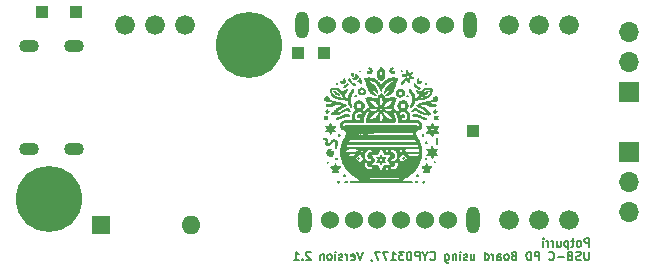
<source format=gbr>
%TF.GenerationSoftware,KiCad,Pcbnew,7.0.8*%
%TF.CreationDate,2024-12-11T22:38:04+01:00*%
%TF.ProjectId,USB-C_PD_Board_V2_CYPD3177,5553422d-435f-4504-945f-426f6172645f,rev?*%
%TF.SameCoordinates,Original*%
%TF.FileFunction,Soldermask,Bot*%
%TF.FilePolarity,Negative*%
%FSLAX46Y46*%
G04 Gerber Fmt 4.6, Leading zero omitted, Abs format (unit mm)*
G04 Created by KiCad (PCBNEW 7.0.8) date 2024-12-11 22:38:04*
%MOMM*%
%LPD*%
G01*
G04 APERTURE LIST*
%ADD10C,0.150000*%
%ADD11C,5.600000*%
%ADD12R,1.700000X1.700000*%
%ADD13O,1.700000X1.700000*%
%ADD14C,1.524000*%
%ADD15O,1.143000X2.286000*%
%ADD16C,1.676400*%
%ADD17O,1.700000X1.100000*%
%ADD18R,1.000000X1.000000*%
%ADD19R,1.600000X1.600000*%
%ADD20O,1.600000X1.600000*%
G04 APERTURE END LIST*
D10*
X166739649Y-102029533D02*
X166739649Y-101329533D01*
X166739649Y-101329533D02*
X166472982Y-101329533D01*
X166472982Y-101329533D02*
X166406316Y-101362866D01*
X166406316Y-101362866D02*
X166372982Y-101396200D01*
X166372982Y-101396200D02*
X166339649Y-101462866D01*
X166339649Y-101462866D02*
X166339649Y-101562866D01*
X166339649Y-101562866D02*
X166372982Y-101629533D01*
X166372982Y-101629533D02*
X166406316Y-101662866D01*
X166406316Y-101662866D02*
X166472982Y-101696200D01*
X166472982Y-101696200D02*
X166739649Y-101696200D01*
X165939649Y-102029533D02*
X166006316Y-101996200D01*
X166006316Y-101996200D02*
X166039649Y-101962866D01*
X166039649Y-101962866D02*
X166072982Y-101896200D01*
X166072982Y-101896200D02*
X166072982Y-101696200D01*
X166072982Y-101696200D02*
X166039649Y-101629533D01*
X166039649Y-101629533D02*
X166006316Y-101596200D01*
X166006316Y-101596200D02*
X165939649Y-101562866D01*
X165939649Y-101562866D02*
X165839649Y-101562866D01*
X165839649Y-101562866D02*
X165772982Y-101596200D01*
X165772982Y-101596200D02*
X165739649Y-101629533D01*
X165739649Y-101629533D02*
X165706316Y-101696200D01*
X165706316Y-101696200D02*
X165706316Y-101896200D01*
X165706316Y-101896200D02*
X165739649Y-101962866D01*
X165739649Y-101962866D02*
X165772982Y-101996200D01*
X165772982Y-101996200D02*
X165839649Y-102029533D01*
X165839649Y-102029533D02*
X165939649Y-102029533D01*
X165506316Y-101562866D02*
X165239649Y-101562866D01*
X165406316Y-101329533D02*
X165406316Y-101929533D01*
X165406316Y-101929533D02*
X165372983Y-101996200D01*
X165372983Y-101996200D02*
X165306316Y-102029533D01*
X165306316Y-102029533D02*
X165239649Y-102029533D01*
X165006316Y-101562866D02*
X165006316Y-102262866D01*
X165006316Y-101596200D02*
X164939649Y-101562866D01*
X164939649Y-101562866D02*
X164806316Y-101562866D01*
X164806316Y-101562866D02*
X164739649Y-101596200D01*
X164739649Y-101596200D02*
X164706316Y-101629533D01*
X164706316Y-101629533D02*
X164672983Y-101696200D01*
X164672983Y-101696200D02*
X164672983Y-101896200D01*
X164672983Y-101896200D02*
X164706316Y-101962866D01*
X164706316Y-101962866D02*
X164739649Y-101996200D01*
X164739649Y-101996200D02*
X164806316Y-102029533D01*
X164806316Y-102029533D02*
X164939649Y-102029533D01*
X164939649Y-102029533D02*
X165006316Y-101996200D01*
X164072983Y-101562866D02*
X164072983Y-102029533D01*
X164372983Y-101562866D02*
X164372983Y-101929533D01*
X164372983Y-101929533D02*
X164339650Y-101996200D01*
X164339650Y-101996200D02*
X164272983Y-102029533D01*
X164272983Y-102029533D02*
X164172983Y-102029533D01*
X164172983Y-102029533D02*
X164106316Y-101996200D01*
X164106316Y-101996200D02*
X164072983Y-101962866D01*
X163739650Y-102029533D02*
X163739650Y-101562866D01*
X163739650Y-101696200D02*
X163706317Y-101629533D01*
X163706317Y-101629533D02*
X163672983Y-101596200D01*
X163672983Y-101596200D02*
X163606317Y-101562866D01*
X163606317Y-101562866D02*
X163539650Y-101562866D01*
X163306317Y-102029533D02*
X163306317Y-101562866D01*
X163306317Y-101696200D02*
X163272984Y-101629533D01*
X163272984Y-101629533D02*
X163239650Y-101596200D01*
X163239650Y-101596200D02*
X163172984Y-101562866D01*
X163172984Y-101562866D02*
X163106317Y-101562866D01*
X162872984Y-102029533D02*
X162872984Y-101562866D01*
X162872984Y-101329533D02*
X162906317Y-101362866D01*
X162906317Y-101362866D02*
X162872984Y-101396200D01*
X162872984Y-101396200D02*
X162839651Y-101362866D01*
X162839651Y-101362866D02*
X162872984Y-101329533D01*
X162872984Y-101329533D02*
X162872984Y-101396200D01*
X166739649Y-102456533D02*
X166739649Y-103023200D01*
X166739649Y-103023200D02*
X166706316Y-103089866D01*
X166706316Y-103089866D02*
X166672982Y-103123200D01*
X166672982Y-103123200D02*
X166606316Y-103156533D01*
X166606316Y-103156533D02*
X166472982Y-103156533D01*
X166472982Y-103156533D02*
X166406316Y-103123200D01*
X166406316Y-103123200D02*
X166372982Y-103089866D01*
X166372982Y-103089866D02*
X166339649Y-103023200D01*
X166339649Y-103023200D02*
X166339649Y-102456533D01*
X166039649Y-103123200D02*
X165939649Y-103156533D01*
X165939649Y-103156533D02*
X165772983Y-103156533D01*
X165772983Y-103156533D02*
X165706316Y-103123200D01*
X165706316Y-103123200D02*
X165672983Y-103089866D01*
X165672983Y-103089866D02*
X165639649Y-103023200D01*
X165639649Y-103023200D02*
X165639649Y-102956533D01*
X165639649Y-102956533D02*
X165672983Y-102889866D01*
X165672983Y-102889866D02*
X165706316Y-102856533D01*
X165706316Y-102856533D02*
X165772983Y-102823200D01*
X165772983Y-102823200D02*
X165906316Y-102789866D01*
X165906316Y-102789866D02*
X165972983Y-102756533D01*
X165972983Y-102756533D02*
X166006316Y-102723200D01*
X166006316Y-102723200D02*
X166039649Y-102656533D01*
X166039649Y-102656533D02*
X166039649Y-102589866D01*
X166039649Y-102589866D02*
X166006316Y-102523200D01*
X166006316Y-102523200D02*
X165972983Y-102489866D01*
X165972983Y-102489866D02*
X165906316Y-102456533D01*
X165906316Y-102456533D02*
X165739649Y-102456533D01*
X165739649Y-102456533D02*
X165639649Y-102489866D01*
X165106316Y-102789866D02*
X165006316Y-102823200D01*
X165006316Y-102823200D02*
X164972982Y-102856533D01*
X164972982Y-102856533D02*
X164939649Y-102923200D01*
X164939649Y-102923200D02*
X164939649Y-103023200D01*
X164939649Y-103023200D02*
X164972982Y-103089866D01*
X164972982Y-103089866D02*
X165006316Y-103123200D01*
X165006316Y-103123200D02*
X165072982Y-103156533D01*
X165072982Y-103156533D02*
X165339649Y-103156533D01*
X165339649Y-103156533D02*
X165339649Y-102456533D01*
X165339649Y-102456533D02*
X165106316Y-102456533D01*
X165106316Y-102456533D02*
X165039649Y-102489866D01*
X165039649Y-102489866D02*
X165006316Y-102523200D01*
X165006316Y-102523200D02*
X164972982Y-102589866D01*
X164972982Y-102589866D02*
X164972982Y-102656533D01*
X164972982Y-102656533D02*
X165006316Y-102723200D01*
X165006316Y-102723200D02*
X165039649Y-102756533D01*
X165039649Y-102756533D02*
X165106316Y-102789866D01*
X165106316Y-102789866D02*
X165339649Y-102789866D01*
X164639649Y-102889866D02*
X164106316Y-102889866D01*
X163372982Y-103089866D02*
X163406315Y-103123200D01*
X163406315Y-103123200D02*
X163506315Y-103156533D01*
X163506315Y-103156533D02*
X163572982Y-103156533D01*
X163572982Y-103156533D02*
X163672982Y-103123200D01*
X163672982Y-103123200D02*
X163739649Y-103056533D01*
X163739649Y-103056533D02*
X163772982Y-102989866D01*
X163772982Y-102989866D02*
X163806315Y-102856533D01*
X163806315Y-102856533D02*
X163806315Y-102756533D01*
X163806315Y-102756533D02*
X163772982Y-102623200D01*
X163772982Y-102623200D02*
X163739649Y-102556533D01*
X163739649Y-102556533D02*
X163672982Y-102489866D01*
X163672982Y-102489866D02*
X163572982Y-102456533D01*
X163572982Y-102456533D02*
X163506315Y-102456533D01*
X163506315Y-102456533D02*
X163406315Y-102489866D01*
X163406315Y-102489866D02*
X163372982Y-102523200D01*
X162539649Y-103156533D02*
X162539649Y-102456533D01*
X162539649Y-102456533D02*
X162272982Y-102456533D01*
X162272982Y-102456533D02*
X162206316Y-102489866D01*
X162206316Y-102489866D02*
X162172982Y-102523200D01*
X162172982Y-102523200D02*
X162139649Y-102589866D01*
X162139649Y-102589866D02*
X162139649Y-102689866D01*
X162139649Y-102689866D02*
X162172982Y-102756533D01*
X162172982Y-102756533D02*
X162206316Y-102789866D01*
X162206316Y-102789866D02*
X162272982Y-102823200D01*
X162272982Y-102823200D02*
X162539649Y-102823200D01*
X161839649Y-103156533D02*
X161839649Y-102456533D01*
X161839649Y-102456533D02*
X161672982Y-102456533D01*
X161672982Y-102456533D02*
X161572982Y-102489866D01*
X161572982Y-102489866D02*
X161506316Y-102556533D01*
X161506316Y-102556533D02*
X161472982Y-102623200D01*
X161472982Y-102623200D02*
X161439649Y-102756533D01*
X161439649Y-102756533D02*
X161439649Y-102856533D01*
X161439649Y-102856533D02*
X161472982Y-102989866D01*
X161472982Y-102989866D02*
X161506316Y-103056533D01*
X161506316Y-103056533D02*
X161572982Y-103123200D01*
X161572982Y-103123200D02*
X161672982Y-103156533D01*
X161672982Y-103156533D02*
X161839649Y-103156533D01*
X160372983Y-102789866D02*
X160272983Y-102823200D01*
X160272983Y-102823200D02*
X160239649Y-102856533D01*
X160239649Y-102856533D02*
X160206316Y-102923200D01*
X160206316Y-102923200D02*
X160206316Y-103023200D01*
X160206316Y-103023200D02*
X160239649Y-103089866D01*
X160239649Y-103089866D02*
X160272983Y-103123200D01*
X160272983Y-103123200D02*
X160339649Y-103156533D01*
X160339649Y-103156533D02*
X160606316Y-103156533D01*
X160606316Y-103156533D02*
X160606316Y-102456533D01*
X160606316Y-102456533D02*
X160372983Y-102456533D01*
X160372983Y-102456533D02*
X160306316Y-102489866D01*
X160306316Y-102489866D02*
X160272983Y-102523200D01*
X160272983Y-102523200D02*
X160239649Y-102589866D01*
X160239649Y-102589866D02*
X160239649Y-102656533D01*
X160239649Y-102656533D02*
X160272983Y-102723200D01*
X160272983Y-102723200D02*
X160306316Y-102756533D01*
X160306316Y-102756533D02*
X160372983Y-102789866D01*
X160372983Y-102789866D02*
X160606316Y-102789866D01*
X159806316Y-103156533D02*
X159872983Y-103123200D01*
X159872983Y-103123200D02*
X159906316Y-103089866D01*
X159906316Y-103089866D02*
X159939649Y-103023200D01*
X159939649Y-103023200D02*
X159939649Y-102823200D01*
X159939649Y-102823200D02*
X159906316Y-102756533D01*
X159906316Y-102756533D02*
X159872983Y-102723200D01*
X159872983Y-102723200D02*
X159806316Y-102689866D01*
X159806316Y-102689866D02*
X159706316Y-102689866D01*
X159706316Y-102689866D02*
X159639649Y-102723200D01*
X159639649Y-102723200D02*
X159606316Y-102756533D01*
X159606316Y-102756533D02*
X159572983Y-102823200D01*
X159572983Y-102823200D02*
X159572983Y-103023200D01*
X159572983Y-103023200D02*
X159606316Y-103089866D01*
X159606316Y-103089866D02*
X159639649Y-103123200D01*
X159639649Y-103123200D02*
X159706316Y-103156533D01*
X159706316Y-103156533D02*
X159806316Y-103156533D01*
X158972983Y-103156533D02*
X158972983Y-102789866D01*
X158972983Y-102789866D02*
X159006316Y-102723200D01*
X159006316Y-102723200D02*
X159072983Y-102689866D01*
X159072983Y-102689866D02*
X159206316Y-102689866D01*
X159206316Y-102689866D02*
X159272983Y-102723200D01*
X158972983Y-103123200D02*
X159039650Y-103156533D01*
X159039650Y-103156533D02*
X159206316Y-103156533D01*
X159206316Y-103156533D02*
X159272983Y-103123200D01*
X159272983Y-103123200D02*
X159306316Y-103056533D01*
X159306316Y-103056533D02*
X159306316Y-102989866D01*
X159306316Y-102989866D02*
X159272983Y-102923200D01*
X159272983Y-102923200D02*
X159206316Y-102889866D01*
X159206316Y-102889866D02*
X159039650Y-102889866D01*
X159039650Y-102889866D02*
X158972983Y-102856533D01*
X158639650Y-103156533D02*
X158639650Y-102689866D01*
X158639650Y-102823200D02*
X158606317Y-102756533D01*
X158606317Y-102756533D02*
X158572983Y-102723200D01*
X158572983Y-102723200D02*
X158506317Y-102689866D01*
X158506317Y-102689866D02*
X158439650Y-102689866D01*
X157906317Y-103156533D02*
X157906317Y-102456533D01*
X157906317Y-103123200D02*
X157972984Y-103156533D01*
X157972984Y-103156533D02*
X158106317Y-103156533D01*
X158106317Y-103156533D02*
X158172984Y-103123200D01*
X158172984Y-103123200D02*
X158206317Y-103089866D01*
X158206317Y-103089866D02*
X158239650Y-103023200D01*
X158239650Y-103023200D02*
X158239650Y-102823200D01*
X158239650Y-102823200D02*
X158206317Y-102756533D01*
X158206317Y-102756533D02*
X158172984Y-102723200D01*
X158172984Y-102723200D02*
X158106317Y-102689866D01*
X158106317Y-102689866D02*
X157972984Y-102689866D01*
X157972984Y-102689866D02*
X157906317Y-102723200D01*
X156739651Y-102689866D02*
X156739651Y-103156533D01*
X157039651Y-102689866D02*
X157039651Y-103056533D01*
X157039651Y-103056533D02*
X157006318Y-103123200D01*
X157006318Y-103123200D02*
X156939651Y-103156533D01*
X156939651Y-103156533D02*
X156839651Y-103156533D01*
X156839651Y-103156533D02*
X156772984Y-103123200D01*
X156772984Y-103123200D02*
X156739651Y-103089866D01*
X156439651Y-103123200D02*
X156372985Y-103156533D01*
X156372985Y-103156533D02*
X156239651Y-103156533D01*
X156239651Y-103156533D02*
X156172985Y-103123200D01*
X156172985Y-103123200D02*
X156139651Y-103056533D01*
X156139651Y-103056533D02*
X156139651Y-103023200D01*
X156139651Y-103023200D02*
X156172985Y-102956533D01*
X156172985Y-102956533D02*
X156239651Y-102923200D01*
X156239651Y-102923200D02*
X156339651Y-102923200D01*
X156339651Y-102923200D02*
X156406318Y-102889866D01*
X156406318Y-102889866D02*
X156439651Y-102823200D01*
X156439651Y-102823200D02*
X156439651Y-102789866D01*
X156439651Y-102789866D02*
X156406318Y-102723200D01*
X156406318Y-102723200D02*
X156339651Y-102689866D01*
X156339651Y-102689866D02*
X156239651Y-102689866D01*
X156239651Y-102689866D02*
X156172985Y-102723200D01*
X155839651Y-103156533D02*
X155839651Y-102689866D01*
X155839651Y-102456533D02*
X155872984Y-102489866D01*
X155872984Y-102489866D02*
X155839651Y-102523200D01*
X155839651Y-102523200D02*
X155806318Y-102489866D01*
X155806318Y-102489866D02*
X155839651Y-102456533D01*
X155839651Y-102456533D02*
X155839651Y-102523200D01*
X155506318Y-102689866D02*
X155506318Y-103156533D01*
X155506318Y-102756533D02*
X155472985Y-102723200D01*
X155472985Y-102723200D02*
X155406318Y-102689866D01*
X155406318Y-102689866D02*
X155306318Y-102689866D01*
X155306318Y-102689866D02*
X155239651Y-102723200D01*
X155239651Y-102723200D02*
X155206318Y-102789866D01*
X155206318Y-102789866D02*
X155206318Y-103156533D01*
X154572985Y-102689866D02*
X154572985Y-103256533D01*
X154572985Y-103256533D02*
X154606318Y-103323200D01*
X154606318Y-103323200D02*
X154639652Y-103356533D01*
X154639652Y-103356533D02*
X154706318Y-103389866D01*
X154706318Y-103389866D02*
X154806318Y-103389866D01*
X154806318Y-103389866D02*
X154872985Y-103356533D01*
X154572985Y-103123200D02*
X154639652Y-103156533D01*
X154639652Y-103156533D02*
X154772985Y-103156533D01*
X154772985Y-103156533D02*
X154839652Y-103123200D01*
X154839652Y-103123200D02*
X154872985Y-103089866D01*
X154872985Y-103089866D02*
X154906318Y-103023200D01*
X154906318Y-103023200D02*
X154906318Y-102823200D01*
X154906318Y-102823200D02*
X154872985Y-102756533D01*
X154872985Y-102756533D02*
X154839652Y-102723200D01*
X154839652Y-102723200D02*
X154772985Y-102689866D01*
X154772985Y-102689866D02*
X154639652Y-102689866D01*
X154639652Y-102689866D02*
X154572985Y-102723200D01*
X153306319Y-103089866D02*
X153339652Y-103123200D01*
X153339652Y-103123200D02*
X153439652Y-103156533D01*
X153439652Y-103156533D02*
X153506319Y-103156533D01*
X153506319Y-103156533D02*
X153606319Y-103123200D01*
X153606319Y-103123200D02*
X153672986Y-103056533D01*
X153672986Y-103056533D02*
X153706319Y-102989866D01*
X153706319Y-102989866D02*
X153739652Y-102856533D01*
X153739652Y-102856533D02*
X153739652Y-102756533D01*
X153739652Y-102756533D02*
X153706319Y-102623200D01*
X153706319Y-102623200D02*
X153672986Y-102556533D01*
X153672986Y-102556533D02*
X153606319Y-102489866D01*
X153606319Y-102489866D02*
X153506319Y-102456533D01*
X153506319Y-102456533D02*
X153439652Y-102456533D01*
X153439652Y-102456533D02*
X153339652Y-102489866D01*
X153339652Y-102489866D02*
X153306319Y-102523200D01*
X152872986Y-102823200D02*
X152872986Y-103156533D01*
X153106319Y-102456533D02*
X152872986Y-102823200D01*
X152872986Y-102823200D02*
X152639652Y-102456533D01*
X152406319Y-103156533D02*
X152406319Y-102456533D01*
X152406319Y-102456533D02*
X152139652Y-102456533D01*
X152139652Y-102456533D02*
X152072986Y-102489866D01*
X152072986Y-102489866D02*
X152039652Y-102523200D01*
X152039652Y-102523200D02*
X152006319Y-102589866D01*
X152006319Y-102589866D02*
X152006319Y-102689866D01*
X152006319Y-102689866D02*
X152039652Y-102756533D01*
X152039652Y-102756533D02*
X152072986Y-102789866D01*
X152072986Y-102789866D02*
X152139652Y-102823200D01*
X152139652Y-102823200D02*
X152406319Y-102823200D01*
X151706319Y-103156533D02*
X151706319Y-102456533D01*
X151706319Y-102456533D02*
X151539652Y-102456533D01*
X151539652Y-102456533D02*
X151439652Y-102489866D01*
X151439652Y-102489866D02*
X151372986Y-102556533D01*
X151372986Y-102556533D02*
X151339652Y-102623200D01*
X151339652Y-102623200D02*
X151306319Y-102756533D01*
X151306319Y-102756533D02*
X151306319Y-102856533D01*
X151306319Y-102856533D02*
X151339652Y-102989866D01*
X151339652Y-102989866D02*
X151372986Y-103056533D01*
X151372986Y-103056533D02*
X151439652Y-103123200D01*
X151439652Y-103123200D02*
X151539652Y-103156533D01*
X151539652Y-103156533D02*
X151706319Y-103156533D01*
X151072986Y-102456533D02*
X150639652Y-102456533D01*
X150639652Y-102456533D02*
X150872986Y-102723200D01*
X150872986Y-102723200D02*
X150772986Y-102723200D01*
X150772986Y-102723200D02*
X150706319Y-102756533D01*
X150706319Y-102756533D02*
X150672986Y-102789866D01*
X150672986Y-102789866D02*
X150639652Y-102856533D01*
X150639652Y-102856533D02*
X150639652Y-103023200D01*
X150639652Y-103023200D02*
X150672986Y-103089866D01*
X150672986Y-103089866D02*
X150706319Y-103123200D01*
X150706319Y-103123200D02*
X150772986Y-103156533D01*
X150772986Y-103156533D02*
X150972986Y-103156533D01*
X150972986Y-103156533D02*
X151039652Y-103123200D01*
X151039652Y-103123200D02*
X151072986Y-103089866D01*
X149972985Y-103156533D02*
X150372985Y-103156533D01*
X150172985Y-103156533D02*
X150172985Y-102456533D01*
X150172985Y-102456533D02*
X150239652Y-102556533D01*
X150239652Y-102556533D02*
X150306319Y-102623200D01*
X150306319Y-102623200D02*
X150372985Y-102656533D01*
X149739652Y-102456533D02*
X149272985Y-102456533D01*
X149272985Y-102456533D02*
X149572985Y-103156533D01*
X149072985Y-102456533D02*
X148606318Y-102456533D01*
X148606318Y-102456533D02*
X148906318Y-103156533D01*
X148306318Y-103123200D02*
X148306318Y-103156533D01*
X148306318Y-103156533D02*
X148339651Y-103223200D01*
X148339651Y-103223200D02*
X148372984Y-103256533D01*
X147572985Y-102456533D02*
X147339652Y-103156533D01*
X147339652Y-103156533D02*
X147106318Y-102456533D01*
X146606318Y-103123200D02*
X146672985Y-103156533D01*
X146672985Y-103156533D02*
X146806318Y-103156533D01*
X146806318Y-103156533D02*
X146872985Y-103123200D01*
X146872985Y-103123200D02*
X146906318Y-103056533D01*
X146906318Y-103056533D02*
X146906318Y-102789866D01*
X146906318Y-102789866D02*
X146872985Y-102723200D01*
X146872985Y-102723200D02*
X146806318Y-102689866D01*
X146806318Y-102689866D02*
X146672985Y-102689866D01*
X146672985Y-102689866D02*
X146606318Y-102723200D01*
X146606318Y-102723200D02*
X146572985Y-102789866D01*
X146572985Y-102789866D02*
X146572985Y-102856533D01*
X146572985Y-102856533D02*
X146906318Y-102923200D01*
X146272985Y-103156533D02*
X146272985Y-102689866D01*
X146272985Y-102823200D02*
X146239652Y-102756533D01*
X146239652Y-102756533D02*
X146206318Y-102723200D01*
X146206318Y-102723200D02*
X146139652Y-102689866D01*
X146139652Y-102689866D02*
X146072985Y-102689866D01*
X145872985Y-103123200D02*
X145806319Y-103156533D01*
X145806319Y-103156533D02*
X145672985Y-103156533D01*
X145672985Y-103156533D02*
X145606319Y-103123200D01*
X145606319Y-103123200D02*
X145572985Y-103056533D01*
X145572985Y-103056533D02*
X145572985Y-103023200D01*
X145572985Y-103023200D02*
X145606319Y-102956533D01*
X145606319Y-102956533D02*
X145672985Y-102923200D01*
X145672985Y-102923200D02*
X145772985Y-102923200D01*
X145772985Y-102923200D02*
X145839652Y-102889866D01*
X145839652Y-102889866D02*
X145872985Y-102823200D01*
X145872985Y-102823200D02*
X145872985Y-102789866D01*
X145872985Y-102789866D02*
X145839652Y-102723200D01*
X145839652Y-102723200D02*
X145772985Y-102689866D01*
X145772985Y-102689866D02*
X145672985Y-102689866D01*
X145672985Y-102689866D02*
X145606319Y-102723200D01*
X145272985Y-103156533D02*
X145272985Y-102689866D01*
X145272985Y-102456533D02*
X145306318Y-102489866D01*
X145306318Y-102489866D02*
X145272985Y-102523200D01*
X145272985Y-102523200D02*
X145239652Y-102489866D01*
X145239652Y-102489866D02*
X145272985Y-102456533D01*
X145272985Y-102456533D02*
X145272985Y-102523200D01*
X144839652Y-103156533D02*
X144906319Y-103123200D01*
X144906319Y-103123200D02*
X144939652Y-103089866D01*
X144939652Y-103089866D02*
X144972985Y-103023200D01*
X144972985Y-103023200D02*
X144972985Y-102823200D01*
X144972985Y-102823200D02*
X144939652Y-102756533D01*
X144939652Y-102756533D02*
X144906319Y-102723200D01*
X144906319Y-102723200D02*
X144839652Y-102689866D01*
X144839652Y-102689866D02*
X144739652Y-102689866D01*
X144739652Y-102689866D02*
X144672985Y-102723200D01*
X144672985Y-102723200D02*
X144639652Y-102756533D01*
X144639652Y-102756533D02*
X144606319Y-102823200D01*
X144606319Y-102823200D02*
X144606319Y-103023200D01*
X144606319Y-103023200D02*
X144639652Y-103089866D01*
X144639652Y-103089866D02*
X144672985Y-103123200D01*
X144672985Y-103123200D02*
X144739652Y-103156533D01*
X144739652Y-103156533D02*
X144839652Y-103156533D01*
X144306319Y-102689866D02*
X144306319Y-103156533D01*
X144306319Y-102756533D02*
X144272986Y-102723200D01*
X144272986Y-102723200D02*
X144206319Y-102689866D01*
X144206319Y-102689866D02*
X144106319Y-102689866D01*
X144106319Y-102689866D02*
X144039652Y-102723200D01*
X144039652Y-102723200D02*
X144006319Y-102789866D01*
X144006319Y-102789866D02*
X144006319Y-103156533D01*
X143172986Y-102523200D02*
X143139653Y-102489866D01*
X143139653Y-102489866D02*
X143072986Y-102456533D01*
X143072986Y-102456533D02*
X142906320Y-102456533D01*
X142906320Y-102456533D02*
X142839653Y-102489866D01*
X142839653Y-102489866D02*
X142806320Y-102523200D01*
X142806320Y-102523200D02*
X142772986Y-102589866D01*
X142772986Y-102589866D02*
X142772986Y-102656533D01*
X142772986Y-102656533D02*
X142806320Y-102756533D01*
X142806320Y-102756533D02*
X143206320Y-103156533D01*
X143206320Y-103156533D02*
X142772986Y-103156533D01*
X142472986Y-103089866D02*
X142439653Y-103123200D01*
X142439653Y-103123200D02*
X142472986Y-103156533D01*
X142472986Y-103156533D02*
X142506319Y-103123200D01*
X142506319Y-103123200D02*
X142472986Y-103089866D01*
X142472986Y-103089866D02*
X142472986Y-103156533D01*
X141772986Y-103156533D02*
X142172986Y-103156533D01*
X141972986Y-103156533D02*
X141972986Y-102456533D01*
X141972986Y-102456533D02*
X142039653Y-102556533D01*
X142039653Y-102556533D02*
X142106320Y-102623200D01*
X142106320Y-102623200D02*
X142172986Y-102656533D01*
%TO.C,G\u002A\u002A\u002A*%
G36*
X154058099Y-91102584D02*
G01*
X154052239Y-91108444D01*
X154046378Y-91102584D01*
X154052239Y-91096723D01*
X154058099Y-91102584D01*
G37*
G36*
X153835395Y-91278403D02*
G01*
X153829534Y-91284264D01*
X153823674Y-91278403D01*
X153829534Y-91272542D01*
X153835395Y-91278403D01*
G37*
G36*
X153495478Y-92204384D02*
G01*
X153489617Y-92210244D01*
X153483757Y-92204384D01*
X153489617Y-92198523D01*
X153495478Y-92204384D01*
G37*
G36*
X152581219Y-95205030D02*
G01*
X152575358Y-95210890D01*
X152569497Y-95205030D01*
X152575358Y-95199169D01*
X152581219Y-95205030D01*
G37*
G36*
X152217859Y-92227826D02*
G01*
X152211999Y-92233687D01*
X152206138Y-92227826D01*
X152211999Y-92221965D01*
X152217859Y-92227826D01*
G37*
G36*
X152077204Y-95626995D02*
G01*
X152071343Y-95632856D01*
X152065483Y-95626995D01*
X152071343Y-95621135D01*
X152077204Y-95626995D01*
G37*
G36*
X151948270Y-88488740D02*
G01*
X151942409Y-88494600D01*
X151936549Y-88488740D01*
X151942409Y-88482879D01*
X151948270Y-88488740D01*
G37*
G36*
X151889664Y-90188324D02*
G01*
X151883803Y-90194185D01*
X151877942Y-90188324D01*
X151883803Y-90182464D01*
X151889664Y-90188324D01*
G37*
G36*
X151772451Y-95908306D02*
G01*
X151766590Y-95914167D01*
X151760730Y-95908306D01*
X151766590Y-95902445D01*
X151772451Y-95908306D01*
G37*
G36*
X151268436Y-87093908D02*
G01*
X151262575Y-87099769D01*
X151256715Y-87093908D01*
X151262575Y-87088048D01*
X151268436Y-87093908D01*
G37*
G36*
X151198108Y-93880526D02*
G01*
X151192248Y-93886386D01*
X151186387Y-93880526D01*
X151192248Y-93874665D01*
X151198108Y-93880526D01*
G37*
G36*
X150799585Y-87281449D02*
G01*
X150793724Y-87287309D01*
X150787864Y-87281449D01*
X150793724Y-87275588D01*
X150799585Y-87281449D01*
G37*
G36*
X150635487Y-90457914D02*
G01*
X150629627Y-90463774D01*
X150623766Y-90457914D01*
X150629627Y-90452053D01*
X150635487Y-90457914D01*
G37*
G36*
X150600323Y-90504799D02*
G01*
X150594463Y-90510660D01*
X150588602Y-90504799D01*
X150594463Y-90498938D01*
X150600323Y-90504799D01*
G37*
G36*
X150424504Y-89402999D02*
G01*
X150418644Y-89408860D01*
X150412783Y-89402999D01*
X150418644Y-89397139D01*
X150424504Y-89402999D01*
G37*
G36*
X149557130Y-89063082D02*
G01*
X149551269Y-89068943D01*
X149545409Y-89063082D01*
X149551269Y-89057222D01*
X149557130Y-89063082D01*
G37*
G36*
X149205492Y-88019889D02*
G01*
X149199631Y-88025749D01*
X149193771Y-88019889D01*
X149199631Y-88014028D01*
X149205492Y-88019889D01*
G37*
G36*
X148291233Y-89121689D02*
G01*
X148285372Y-89127549D01*
X148279511Y-89121689D01*
X148285372Y-89115828D01*
X148291233Y-89121689D01*
G37*
G36*
X148267790Y-94677572D02*
G01*
X148261929Y-94683433D01*
X148256069Y-94677572D01*
X148261929Y-94671712D01*
X148267790Y-94677572D01*
G37*
G36*
X147623120Y-88910706D02*
G01*
X147617259Y-88916566D01*
X147611399Y-88910706D01*
X147617259Y-88904845D01*
X147623120Y-88910706D01*
G37*
G36*
X147564514Y-94501753D02*
G01*
X147558653Y-94507614D01*
X147552792Y-94501753D01*
X147558653Y-94495893D01*
X147564514Y-94501753D01*
G37*
G36*
X147505907Y-94009460D02*
G01*
X147500047Y-94015320D01*
X147494186Y-94009460D01*
X147500047Y-94003599D01*
X147505907Y-94009460D01*
G37*
G36*
X147412137Y-92532579D02*
G01*
X147406276Y-92538440D01*
X147400416Y-92532579D01*
X147406276Y-92526719D01*
X147412137Y-92532579D01*
G37*
G36*
X147294924Y-94325934D02*
G01*
X147289064Y-94331795D01*
X147283203Y-94325934D01*
X147289064Y-94320073D01*
X147294924Y-94325934D01*
G37*
G36*
X146955007Y-89719474D02*
G01*
X146949147Y-89725334D01*
X146943286Y-89719474D01*
X146949147Y-89713613D01*
X146955007Y-89719474D01*
G37*
G36*
X146943286Y-88195708D02*
G01*
X146937425Y-88201569D01*
X146931565Y-88195708D01*
X146937425Y-88189847D01*
X146943286Y-88195708D01*
G37*
G36*
X146603369Y-88734887D02*
G01*
X146597508Y-88740747D01*
X146591648Y-88734887D01*
X146597508Y-88729026D01*
X146603369Y-88734887D01*
G37*
G36*
X146497878Y-95896585D02*
G01*
X146492017Y-95902445D01*
X146486156Y-95896585D01*
X146492017Y-95890724D01*
X146497878Y-95896585D01*
G37*
G36*
X146474435Y-90832995D02*
G01*
X146468574Y-90838855D01*
X146462714Y-90832995D01*
X146468574Y-90827134D01*
X146474435Y-90832995D01*
G37*
G36*
X146193125Y-96177895D02*
G01*
X146187264Y-96183756D01*
X146181403Y-96177895D01*
X146187264Y-96172035D01*
X146193125Y-96177895D01*
G37*
G36*
X145360914Y-90645454D02*
G01*
X145355053Y-90651315D01*
X145349193Y-90645454D01*
X145355053Y-90639594D01*
X145360914Y-90645454D01*
G37*
G36*
X145220259Y-93153807D02*
G01*
X145214398Y-93159667D01*
X145208538Y-93153807D01*
X145214398Y-93147946D01*
X145220259Y-93153807D01*
G37*
G36*
X144950670Y-91547992D02*
G01*
X144944809Y-91553853D01*
X144938948Y-91547992D01*
X144944809Y-91542132D01*
X144950670Y-91547992D01*
G37*
G36*
X144727965Y-94818228D02*
G01*
X144722105Y-94824088D01*
X144716244Y-94818228D01*
X144722105Y-94812367D01*
X144727965Y-94818228D01*
G37*
G36*
X144341163Y-90575127D02*
G01*
X144335303Y-90580987D01*
X144329442Y-90575127D01*
X144335303Y-90569266D01*
X144341163Y-90575127D01*
G37*
G36*
X147502000Y-92483741D02*
G01*
X147503834Y-92487266D01*
X147494186Y-92491555D01*
X147487981Y-92490709D01*
X147486372Y-92483741D01*
X147488090Y-92482338D01*
X147502000Y-92483741D01*
G37*
G36*
X147496384Y-92589039D02*
G01*
X147501809Y-92593258D01*
X147489302Y-92596121D01*
X147477414Y-92595292D01*
X147473918Y-92589965D01*
X147478065Y-92587642D01*
X147496384Y-92589039D01*
G37*
G36*
X146926823Y-90450242D02*
G01*
X146925266Y-90452628D01*
X146913685Y-90463423D01*
X146908122Y-90458606D01*
X146909170Y-90455969D01*
X146921655Y-90445073D01*
X146928205Y-90442221D01*
X146926823Y-90450242D01*
G37*
G36*
X151732104Y-88706111D02*
G01*
X151743148Y-88717305D01*
X151745331Y-88721455D01*
X151744531Y-88729026D01*
X151742470Y-88728498D01*
X151731426Y-88717305D01*
X151729243Y-88713155D01*
X151730043Y-88705583D01*
X151732104Y-88706111D01*
G37*
G36*
X151521121Y-94273716D02*
G01*
X151532165Y-94284910D01*
X151534348Y-94289060D01*
X151533548Y-94296631D01*
X151531487Y-94296103D01*
X151520443Y-94284910D01*
X151518260Y-94280760D01*
X151519060Y-94273188D01*
X151521121Y-94273716D01*
G37*
G36*
X147579028Y-92588756D02*
G01*
X147584796Y-92590289D01*
X147581352Y-92592936D01*
X147558653Y-92594090D01*
X147546236Y-92593939D01*
X147529403Y-92592161D01*
X147532143Y-92588993D01*
X147548487Y-92586869D01*
X147579028Y-92588756D01*
G37*
G36*
X147357786Y-87104372D02*
G01*
X147395088Y-87128539D01*
X147418579Y-87163856D01*
X147420707Y-87203497D01*
X147399565Y-87244704D01*
X147373635Y-87267640D01*
X147335949Y-87275588D01*
X147318695Y-87273865D01*
X147283441Y-87257272D01*
X147259565Y-87227958D01*
X147249338Y-87191959D01*
X147255033Y-87155314D01*
X147278923Y-87124062D01*
X147318042Y-87103440D01*
X147357786Y-87104372D01*
G37*
G36*
X152957695Y-88179190D02*
G01*
X152991498Y-88195740D01*
X153005456Y-88214627D01*
X153014890Y-88252877D01*
X153009848Y-88294085D01*
X152990406Y-88328937D01*
X152968851Y-88344862D01*
X152930457Y-88353070D01*
X152891329Y-88343512D01*
X152859261Y-88316904D01*
X152845767Y-88288275D01*
X152842651Y-88249132D01*
X152852926Y-88213204D01*
X152875488Y-88189185D01*
X152915168Y-88177063D01*
X152957695Y-88179190D01*
G37*
G36*
X150938277Y-87112612D02*
G01*
X150964993Y-87136755D01*
X150980818Y-87169152D01*
X150981741Y-87206012D01*
X150963748Y-87243539D01*
X150953013Y-87255017D01*
X150916691Y-87273863D01*
X150876431Y-87272333D01*
X150838435Y-87250102D01*
X150827250Y-87237181D01*
X150812187Y-87198798D01*
X150815391Y-87158180D01*
X150836959Y-87123668D01*
X150868221Y-87104263D01*
X150904682Y-87100517D01*
X150938277Y-87112612D01*
G37*
G36*
X145422692Y-88184960D02*
G01*
X145455637Y-88208027D01*
X145473487Y-88242284D01*
X145473725Y-88282404D01*
X145453834Y-88323061D01*
X145438755Y-88337436D01*
X145402615Y-88352708D01*
X145363842Y-88352027D01*
X145331466Y-88334544D01*
X145323238Y-88325575D01*
X145301049Y-88285637D01*
X145297860Y-88245994D01*
X145311974Y-88211575D01*
X145341694Y-88187310D01*
X145385323Y-88178126D01*
X145422692Y-88184960D01*
G37*
G36*
X145410348Y-94492889D02*
G01*
X145446553Y-94518393D01*
X145470015Y-94555510D01*
X145478726Y-94599021D01*
X145470678Y-94643703D01*
X145443865Y-94684335D01*
X145403165Y-94711550D01*
X145358539Y-94719494D01*
X145315445Y-94709736D01*
X145278754Y-94684436D01*
X145253340Y-94645752D01*
X145244074Y-94595841D01*
X145249168Y-94556782D01*
X145271344Y-94516687D01*
X145310724Y-94492361D01*
X145366906Y-94484171D01*
X145410348Y-94492889D01*
G37*
G36*
X153015991Y-94502315D02*
G01*
X153036863Y-94516518D01*
X153063855Y-94553313D01*
X153073788Y-94597755D01*
X153065855Y-94643533D01*
X153039250Y-94684335D01*
X153023626Y-94697735D01*
X152981160Y-94717128D01*
X152937548Y-94718208D01*
X152896882Y-94703835D01*
X152863256Y-94676869D01*
X152840764Y-94640170D01*
X152833499Y-94596598D01*
X152845555Y-94549013D01*
X152873017Y-94512104D01*
X152914423Y-94489401D01*
X152963597Y-94485722D01*
X153015991Y-94502315D01*
G37*
G36*
X145635661Y-92484789D02*
G01*
X145661408Y-92493220D01*
X145696850Y-92520985D01*
X145719074Y-92560349D01*
X145726504Y-92605446D01*
X145717560Y-92650406D01*
X145690666Y-92689363D01*
X145650402Y-92715142D01*
X145605005Y-92722974D01*
X145561600Y-92712680D01*
X145524839Y-92686448D01*
X145499371Y-92646464D01*
X145489848Y-92594915D01*
X145490576Y-92581533D01*
X145505900Y-92536066D01*
X145537966Y-92502689D01*
X145582608Y-92484548D01*
X145635661Y-92484789D01*
G37*
G36*
X153733019Y-94835744D02*
G01*
X153751319Y-94855093D01*
X153766004Y-94892940D01*
X153762674Y-94932696D01*
X153742453Y-94967774D01*
X153706461Y-94991589D01*
X153697930Y-94993792D01*
X153673269Y-94993118D01*
X153667305Y-94991431D01*
X153647353Y-94988186D01*
X153633379Y-94980894D01*
X153613147Y-94962533D01*
X153593743Y-94931271D01*
X153589996Y-94894810D01*
X153602091Y-94861215D01*
X153626234Y-94834499D01*
X153658632Y-94818674D01*
X153695491Y-94817752D01*
X153733019Y-94835744D01*
G37*
G36*
X153006089Y-93118843D02*
G01*
X153045307Y-93141605D01*
X153072789Y-93176506D01*
X153087014Y-93218464D01*
X153086465Y-93262401D01*
X153069622Y-93303236D01*
X153034967Y-93335889D01*
X153001955Y-93351946D01*
X152956810Y-93357173D01*
X152909031Y-93341149D01*
X152907971Y-93340595D01*
X152869362Y-93309379D01*
X152848599Y-93269602D01*
X152844419Y-93226136D01*
X152855559Y-93183850D01*
X152880756Y-93147615D01*
X152918746Y-93122302D01*
X152968266Y-93112782D01*
X153006089Y-93118843D01*
G37*
G36*
X152752532Y-92494358D02*
G01*
X152789497Y-92531034D01*
X152800162Y-92548429D01*
X152815330Y-92596624D01*
X152807226Y-92642303D01*
X152775792Y-92686128D01*
X152769227Y-92692459D01*
X152728681Y-92719635D01*
X152686975Y-92724631D01*
X152639441Y-92708200D01*
X152615699Y-92692824D01*
X152584084Y-92654714D01*
X152571949Y-92609781D01*
X152580102Y-92563085D01*
X152609350Y-92519686D01*
X152617170Y-92512320D01*
X152662472Y-92484755D01*
X152708892Y-92478850D01*
X152752532Y-92494358D01*
G37*
G36*
X151421672Y-89191924D02*
G01*
X151457397Y-89213662D01*
X151480762Y-89246634D01*
X151490653Y-89285574D01*
X151485957Y-89325213D01*
X151465560Y-89360283D01*
X151428349Y-89385516D01*
X151418298Y-89389477D01*
X151396850Y-89395254D01*
X151376601Y-89392635D01*
X151346267Y-89380998D01*
X151319351Y-89365268D01*
X151292658Y-89332499D01*
X151282539Y-89293869D01*
X151287916Y-89254650D01*
X151307706Y-89220111D01*
X151340830Y-89195523D01*
X151386208Y-89186156D01*
X151421672Y-89191924D01*
G37*
G36*
X144652839Y-94812384D02*
G01*
X144682349Y-94821148D01*
X144710916Y-94841137D01*
X144719193Y-94850578D01*
X144736732Y-94888637D01*
X144736881Y-94928848D01*
X144720663Y-94964305D01*
X144689105Y-94988104D01*
X144658273Y-94997363D01*
X144626717Y-94993758D01*
X144594882Y-94971164D01*
X144584753Y-94960479D01*
X144565466Y-94921227D01*
X144568065Y-94879785D01*
X144592638Y-94841137D01*
X144593646Y-94840147D01*
X144622551Y-94820493D01*
X144651777Y-94812367D01*
X144652839Y-94812384D01*
G37*
G36*
X152796791Y-96442389D02*
G01*
X152842017Y-96473956D01*
X152860942Y-96495534D01*
X152871565Y-96522444D01*
X152874251Y-96561931D01*
X152872078Y-96598399D01*
X152862060Y-96626850D01*
X152839988Y-96653509D01*
X152826479Y-96665148D01*
X152782210Y-96685448D01*
X152734484Y-96687400D01*
X152689167Y-96672536D01*
X152652123Y-96642386D01*
X152629219Y-96598482D01*
X152624279Y-96573568D01*
X152628557Y-96521392D01*
X152653841Y-96478497D01*
X152699061Y-96447201D01*
X152749997Y-96433693D01*
X152796791Y-96442389D01*
G37*
G36*
X147038255Y-89193005D02*
G01*
X147070933Y-89211735D01*
X147088487Y-89236782D01*
X147089140Y-89239293D01*
X147093736Y-89290760D01*
X147082568Y-89336419D01*
X147057943Y-89370969D01*
X147022171Y-89389110D01*
X147009765Y-89390935D01*
X146963438Y-89386486D01*
X146923416Y-89366706D01*
X146895297Y-89335375D01*
X146884680Y-89296272D01*
X146884681Y-89295754D01*
X146894414Y-89250170D01*
X146919695Y-89211531D01*
X146955339Y-89187796D01*
X146959843Y-89186384D01*
X146998533Y-89183564D01*
X147038255Y-89193005D01*
G37*
G36*
X145612992Y-96450726D02*
G01*
X145646457Y-96480311D01*
X145669101Y-96519043D01*
X145678051Y-96563047D01*
X145670435Y-96608447D01*
X145643383Y-96651367D01*
X145640304Y-96654628D01*
X145615833Y-96675853D01*
X145589583Y-96685494D01*
X145550827Y-96687771D01*
X145537587Y-96687642D01*
X145504707Y-96684004D01*
X145481086Y-96671811D01*
X145455899Y-96646338D01*
X145437632Y-96621369D01*
X145419722Y-96572004D01*
X145423244Y-96523656D01*
X145447458Y-96480464D01*
X145491623Y-96446567D01*
X145525083Y-96434498D01*
X145571576Y-96434163D01*
X145612992Y-96450726D01*
G37*
G36*
X146117529Y-95920646D02*
G01*
X146157713Y-95945830D01*
X146183818Y-95987193D01*
X146193125Y-96041732D01*
X146187145Y-96090574D01*
X146165818Y-96134027D01*
X146130334Y-96160412D01*
X146097385Y-96169594D01*
X146044740Y-96169173D01*
X145997782Y-96151690D01*
X145963161Y-96118799D01*
X145956533Y-96106267D01*
X145946109Y-96078009D01*
X145937366Y-96045729D01*
X145931724Y-96015998D01*
X145930604Y-95995385D01*
X145935425Y-95990459D01*
X145944816Y-95986446D01*
X145958220Y-95967807D01*
X145976268Y-95944658D01*
X146018394Y-95921847D01*
X146077621Y-95914167D01*
X146117529Y-95920646D01*
G37*
G36*
X152247240Y-95916313D02*
G01*
X152276338Y-95927874D01*
X152306941Y-95954019D01*
X152328472Y-95978056D01*
X152343053Y-96006689D01*
X152346793Y-96042341D01*
X152338618Y-96093311D01*
X152316246Y-96135231D01*
X152283150Y-96161354D01*
X152276742Y-96163493D01*
X152245386Y-96167803D01*
X152207689Y-96167342D01*
X152185397Y-96164021D01*
X152138340Y-96143420D01*
X152107186Y-96105606D01*
X152092013Y-96050657D01*
X152090291Y-96032950D01*
X152091426Y-96004922D01*
X152102456Y-95982623D01*
X152127289Y-95955508D01*
X152154979Y-95930962D01*
X152182843Y-95917547D01*
X152217859Y-95914167D01*
X152247240Y-95916313D01*
G37*
G36*
X152155452Y-96470981D02*
G01*
X152197181Y-96472254D01*
X152223486Y-96476320D01*
X152240426Y-96484621D01*
X152254063Y-96498599D01*
X152254686Y-96499378D01*
X152272723Y-96536708D01*
X152276203Y-96578909D01*
X152266678Y-96619286D01*
X152245702Y-96651144D01*
X152214826Y-96667791D01*
X152154198Y-96673984D01*
X152093218Y-96669011D01*
X152042256Y-96653119D01*
X152007203Y-96627454D01*
X152002271Y-96621063D01*
X151985169Y-96579489D01*
X151989091Y-96536798D01*
X152013713Y-96499343D01*
X152017583Y-96495791D01*
X152035594Y-96482649D01*
X152057243Y-96475130D01*
X152089122Y-96471726D01*
X152137826Y-96470927D01*
X152155452Y-96470981D01*
G37*
G36*
X147242989Y-94419542D02*
G01*
X147271652Y-94438554D01*
X147303967Y-94465791D01*
X147334176Y-94495897D01*
X147356524Y-94523517D01*
X147365252Y-94543295D01*
X147357174Y-94560936D01*
X147335645Y-94587801D01*
X147305378Y-94617880D01*
X147272953Y-94644808D01*
X147244708Y-94664280D01*
X147227180Y-94671712D01*
X147216931Y-94668460D01*
X147192471Y-94651115D01*
X147163669Y-94624042D01*
X147136144Y-94593217D01*
X147115510Y-94564618D01*
X147107384Y-94544222D01*
X147109560Y-94534242D01*
X147124637Y-94507168D01*
X147149384Y-94475490D01*
X147178246Y-94445309D01*
X147205668Y-94422727D01*
X147226095Y-94413844D01*
X147242989Y-94419542D01*
G37*
G36*
X151129121Y-94440541D02*
G01*
X151135048Y-94445266D01*
X151165978Y-94475218D01*
X151189110Y-94505344D01*
X151198832Y-94522974D01*
X151202514Y-94539754D01*
X151195150Y-94558218D01*
X151175287Y-94586945D01*
X151164589Y-94600971D01*
X151137461Y-94631914D01*
X151114280Y-94652885D01*
X151091048Y-94666547D01*
X151068985Y-94669299D01*
X151044516Y-94657518D01*
X151011044Y-94629722D01*
X150992155Y-94613778D01*
X150968411Y-94597418D01*
X150955334Y-94593417D01*
X150948262Y-94588286D01*
X150943793Y-94566994D01*
X150949565Y-94536977D01*
X150971930Y-94498706D01*
X151006580Y-94461732D01*
X151048801Y-94432109D01*
X151089437Y-94410225D01*
X151129121Y-94440541D01*
G37*
G36*
X146718645Y-87324694D02*
G01*
X146764451Y-87327081D01*
X146810448Y-87330669D01*
X146843225Y-87334626D01*
X146857675Y-87338447D01*
X146862334Y-87352102D01*
X146867218Y-87382846D01*
X146870918Y-87423360D01*
X146872113Y-87455349D01*
X146868235Y-87504577D01*
X146855250Y-87545459D01*
X146850708Y-87554377D01*
X146819749Y-87594329D01*
X146777259Y-87630312D01*
X146732303Y-87654301D01*
X146709448Y-87661222D01*
X146685589Y-87661875D01*
X146667446Y-87649254D01*
X146651231Y-87620199D01*
X146633159Y-87571550D01*
X146633012Y-87571118D01*
X146616511Y-87514381D01*
X146602897Y-87452936D01*
X146595103Y-87400011D01*
X146587983Y-87319311D01*
X146718645Y-87324694D01*
G37*
G36*
X153897702Y-92809944D02*
G01*
X153910178Y-92817369D01*
X153929132Y-92834031D01*
X153943198Y-92856943D01*
X153952851Y-92888955D01*
X153958566Y-92932918D01*
X153960817Y-92991683D01*
X153960079Y-93068100D01*
X153956826Y-93165021D01*
X153954806Y-93213658D01*
X153951836Y-93273901D01*
X153948637Y-93316839D01*
X153944629Y-93346227D01*
X153939232Y-93365822D01*
X153931865Y-93379380D01*
X153921947Y-93390655D01*
X153919495Y-93393039D01*
X153883079Y-93414215D01*
X153843461Y-93412260D01*
X153801130Y-93387190D01*
X153765067Y-93356845D01*
X153765067Y-93110839D01*
X153765067Y-92864832D01*
X153799329Y-92830570D01*
X153800860Y-92829049D01*
X153833401Y-92803578D01*
X153863301Y-92797708D01*
X153897702Y-92809944D01*
G37*
G36*
X146315827Y-88214018D02*
G01*
X146354224Y-88226458D01*
X146381812Y-88253034D01*
X146392386Y-88288300D01*
X146385624Y-88316771D01*
X146362857Y-88358973D01*
X146327540Y-88407294D01*
X146283318Y-88457896D01*
X146233839Y-88506939D01*
X146182748Y-88550585D01*
X146133691Y-88584994D01*
X146090316Y-88606329D01*
X146051653Y-88614188D01*
X146007731Y-88605108D01*
X145969631Y-88573561D01*
X145955094Y-88552214D01*
X145945472Y-88515979D01*
X145954443Y-88477187D01*
X145982817Y-88434341D01*
X146031403Y-88385945D01*
X146101010Y-88330503D01*
X146140739Y-88301195D01*
X146188903Y-88266294D01*
X146224186Y-88242196D01*
X146250133Y-88226894D01*
X146270288Y-88218382D01*
X146288198Y-88214655D01*
X146307407Y-88213705D01*
X146315827Y-88214018D01*
G37*
G36*
X146183207Y-96466925D02*
G01*
X146183760Y-96466950D01*
X146232173Y-96470134D01*
X146263836Y-96475528D01*
X146285375Y-96484973D01*
X146303419Y-96500309D01*
X146318880Y-96519066D01*
X146336290Y-96562770D01*
X146331183Y-96607196D01*
X146303557Y-96648732D01*
X146293782Y-96658102D01*
X146277723Y-96669337D01*
X146257767Y-96674788D01*
X146227423Y-96675761D01*
X146180200Y-96673564D01*
X146172607Y-96673112D01*
X146126227Y-96669215D01*
X146095472Y-96663055D01*
X146073428Y-96652573D01*
X146053183Y-96635709D01*
X146034891Y-96612993D01*
X146021790Y-96571177D01*
X146030036Y-96528638D01*
X146059411Y-96490467D01*
X146064510Y-96486182D01*
X146082970Y-96473832D01*
X146104368Y-96467368D01*
X146135512Y-96465497D01*
X146183207Y-96466925D01*
G37*
G36*
X146490085Y-87772533D02*
G01*
X146525215Y-87810413D01*
X146561819Y-87870786D01*
X146608691Y-87949519D01*
X146693104Y-88054872D01*
X146793126Y-88142932D01*
X146908122Y-88213075D01*
X146924045Y-88221462D01*
X146960569Y-88243596D01*
X146987241Y-88263541D01*
X147006827Y-88292667D01*
X147012979Y-88330860D01*
X147004795Y-88368817D01*
X146983913Y-88399461D01*
X146951974Y-88415715D01*
X146915451Y-88415916D01*
X146858561Y-88401370D01*
X146791968Y-88371767D01*
X146718831Y-88328561D01*
X146642308Y-88273205D01*
X146555898Y-88195770D01*
X146479903Y-88104170D01*
X146415195Y-87996655D01*
X146403180Y-87972252D01*
X146377211Y-87904526D01*
X146367071Y-87847660D01*
X146372939Y-87803629D01*
X146394994Y-87774407D01*
X146418857Y-87761138D01*
X146455082Y-87756368D01*
X146490085Y-87772533D01*
G37*
G36*
X145200139Y-88873560D02*
G01*
X145244995Y-88881607D01*
X145288560Y-88893374D01*
X145348588Y-88916719D01*
X145437175Y-88962353D01*
X145519253Y-89017069D01*
X145528410Y-89024584D01*
X145560459Y-89056405D01*
X145596684Y-89098478D01*
X145633765Y-89146198D01*
X145668384Y-89194961D01*
X145697221Y-89240163D01*
X145716957Y-89277200D01*
X145724274Y-89301468D01*
X145722774Y-89308823D01*
X145714173Y-89313669D01*
X145694557Y-89312522D01*
X145660143Y-89305041D01*
X145607146Y-89290883D01*
X145581394Y-89283295D01*
X145461128Y-89235463D01*
X145351399Y-89171225D01*
X145257411Y-89093520D01*
X145241616Y-89077163D01*
X145204643Y-89033816D01*
X145170056Y-88987157D01*
X145141251Y-88942302D01*
X145121628Y-88904368D01*
X145114584Y-88878472D01*
X145115053Y-88876637D01*
X145129446Y-88870584D01*
X145159716Y-88869722D01*
X145200139Y-88873560D01*
G37*
G36*
X152324384Y-87787602D02*
G01*
X152358738Y-87813888D01*
X152381288Y-87855785D01*
X152390358Y-87910004D01*
X152384273Y-87973259D01*
X152372591Y-88028032D01*
X152403647Y-88019838D01*
X152415168Y-88017224D01*
X152451948Y-88011058D01*
X152493483Y-88006050D01*
X152528206Y-88004383D01*
X152557939Y-88009666D01*
X152583423Y-88024967D01*
X152613904Y-88062119D01*
X152623582Y-88106715D01*
X152611144Y-88153481D01*
X152602816Y-88167768D01*
X152579732Y-88193041D01*
X152545202Y-88213179D01*
X152493309Y-88232134D01*
X152463127Y-88238925D01*
X152415428Y-88245020D01*
X152365759Y-88247670D01*
X152328211Y-88246437D01*
X152266025Y-88233715D01*
X152220055Y-88206126D01*
X152189056Y-88162244D01*
X152171781Y-88100640D01*
X152166986Y-88019889D01*
X152167106Y-88011816D01*
X152172905Y-87925827D01*
X152187131Y-87860745D01*
X152210326Y-87815475D01*
X152243031Y-87788923D01*
X152285789Y-87779993D01*
X152324384Y-87787602D01*
G37*
G36*
X147011004Y-87398604D02*
G01*
X147052175Y-87417657D01*
X147103527Y-87447930D01*
X147153019Y-87484990D01*
X147193574Y-87523181D01*
X147218918Y-87557250D01*
X147233972Y-87606195D01*
X147236519Y-87667927D01*
X147226239Y-87732839D01*
X147203654Y-87792916D01*
X147193540Y-87810422D01*
X147146522Y-87866937D01*
X147086384Y-87913184D01*
X147021060Y-87942657D01*
X147009964Y-87945718D01*
X146960040Y-87953226D01*
X146916880Y-87945132D01*
X146870216Y-87919888D01*
X146850148Y-87905329D01*
X146800653Y-87860622D01*
X146755154Y-87808860D01*
X146721992Y-87759091D01*
X146716260Y-87747388D01*
X146715825Y-87735278D01*
X146732267Y-87732718D01*
X146746830Y-87731455D01*
X146791855Y-87717633D01*
X146840089Y-87692005D01*
X146882776Y-87658866D01*
X146930467Y-87601897D01*
X146960154Y-87535424D01*
X146969012Y-87460418D01*
X146969113Y-87434241D01*
X146973338Y-87404908D01*
X146986013Y-87393692D01*
X147011004Y-87398604D01*
G37*
G36*
X147333755Y-87687007D02*
G01*
X147350841Y-87702013D01*
X147375354Y-87730573D01*
X147403647Y-87767958D01*
X147432076Y-87809438D01*
X147456993Y-87850284D01*
X147494201Y-87926268D01*
X147532000Y-88045559D01*
X147549678Y-88175196D01*
X147555986Y-88283618D01*
X147526521Y-88283618D01*
X147504892Y-88279654D01*
X147482022Y-88265502D01*
X147470664Y-88256374D01*
X147450675Y-88253647D01*
X147443283Y-88255427D01*
X147440555Y-88249886D01*
X147440982Y-88243476D01*
X147427072Y-88225493D01*
X147396616Y-88201849D01*
X147353033Y-88174600D01*
X147299742Y-88145803D01*
X147240162Y-88117513D01*
X147177712Y-88091788D01*
X147137456Y-88076496D01*
X147095729Y-88060545D01*
X147066359Y-88049206D01*
X147031196Y-88035470D01*
X147101523Y-88003289D01*
X147111269Y-87998679D01*
X147188567Y-87949607D01*
X147249863Y-87886933D01*
X147292843Y-87813592D01*
X147315192Y-87732518D01*
X147316810Y-87722101D01*
X147323336Y-87696202D01*
X147330219Y-87685833D01*
X147333755Y-87687007D01*
G37*
G36*
X146062178Y-87785859D02*
G01*
X146098879Y-87812288D01*
X146125109Y-87859671D01*
X146140873Y-87928017D01*
X146146174Y-88017335D01*
X146145387Y-88048427D01*
X146133885Y-88125878D01*
X146108493Y-88184759D01*
X146068987Y-88225466D01*
X146015141Y-88248396D01*
X146012513Y-88248973D01*
X145963123Y-88252503D01*
X145902391Y-88247246D01*
X145838988Y-88234867D01*
X145781586Y-88217029D01*
X145738858Y-88195395D01*
X145704055Y-88160220D01*
X145686827Y-88117454D01*
X145690624Y-88073330D01*
X145702842Y-88050025D01*
X145736903Y-88020611D01*
X145783640Y-88004956D01*
X145838277Y-88004301D01*
X145896040Y-88019889D01*
X145904244Y-88023288D01*
X145929687Y-88033401D01*
X145941730Y-88037471D01*
X145942054Y-88037254D01*
X145940805Y-88024914D01*
X145934438Y-87999454D01*
X145927204Y-87965373D01*
X145923898Y-87911312D01*
X145929435Y-87862031D01*
X145943368Y-87826166D01*
X145945388Y-87823235D01*
X145968264Y-87795483D01*
X145991983Y-87782872D01*
X146026629Y-87779782D01*
X146062178Y-87785859D01*
G37*
G36*
X151982291Y-88189883D02*
G01*
X152007984Y-88194649D01*
X152031915Y-88210552D01*
X152061056Y-88242038D01*
X152081048Y-88264204D01*
X152102269Y-88283290D01*
X152114251Y-88288314D01*
X152118250Y-88287675D01*
X152117387Y-88299165D01*
X152121367Y-88312641D01*
X152141556Y-88337779D01*
X152175404Y-88370891D01*
X152219815Y-88409311D01*
X152271690Y-88450373D01*
X152327931Y-88491413D01*
X152385438Y-88529764D01*
X152419209Y-88551849D01*
X152463233Y-88585116D01*
X152489764Y-88613890D01*
X152501352Y-88641287D01*
X152500542Y-88670420D01*
X152490643Y-88692574D01*
X152465443Y-88721283D01*
X152434703Y-88741099D01*
X152434371Y-88741230D01*
X152411317Y-88746421D01*
X152384396Y-88743510D01*
X152349788Y-88731139D01*
X152303677Y-88707947D01*
X152242246Y-88672576D01*
X152189538Y-88638620D01*
X152110534Y-88578891D01*
X152036663Y-88513179D01*
X151973420Y-88446504D01*
X151926296Y-88383884D01*
X151913441Y-88361409D01*
X151893893Y-88308034D01*
X151891553Y-88261045D01*
X151905562Y-88223587D01*
X151935064Y-88198807D01*
X151979200Y-88189847D01*
X151982291Y-88189883D01*
G37*
G36*
X148211204Y-86859777D02*
G01*
X148280010Y-86883024D01*
X148338015Y-86923558D01*
X148383329Y-86977737D01*
X148414062Y-87041915D01*
X148428322Y-87112449D01*
X148424219Y-87185694D01*
X148399861Y-87258006D01*
X148393360Y-87270222D01*
X148346041Y-87332176D01*
X148282752Y-87382950D01*
X148209259Y-87417710D01*
X148202811Y-87419556D01*
X148157509Y-87424429D01*
X148102493Y-87421272D01*
X148047736Y-87411171D01*
X148003213Y-87395217D01*
X147973598Y-87376226D01*
X147937731Y-87336768D01*
X147919226Y-87291241D01*
X147919619Y-87244395D01*
X147940445Y-87200980D01*
X147944437Y-87196290D01*
X147979140Y-87174429D01*
X148022350Y-87171366D01*
X148068528Y-87187678D01*
X148093959Y-87198966D01*
X148136874Y-87204322D01*
X148173715Y-87193245D01*
X148199483Y-87167784D01*
X148209184Y-87129988D01*
X148209168Y-87128095D01*
X148197352Y-87081005D01*
X148164200Y-87042230D01*
X148110676Y-87012911D01*
X148100124Y-87008504D01*
X148063160Y-86983490D01*
X148045832Y-86953932D01*
X148046370Y-86923231D01*
X148063005Y-86894788D01*
X148093966Y-86872003D01*
X148137485Y-86858279D01*
X148191791Y-86857016D01*
X148211204Y-86859777D01*
G37*
G36*
X153764416Y-90393177D02*
G01*
X153779526Y-90400592D01*
X153798264Y-90419957D01*
X153807650Y-90453293D01*
X153810374Y-90468291D01*
X153821558Y-90498963D01*
X153842890Y-90516195D01*
X153881017Y-90526633D01*
X153913382Y-90537544D01*
X153942168Y-90565026D01*
X153952235Y-90606523D01*
X153952051Y-90614073D01*
X153941601Y-90646099D01*
X153913474Y-90667374D01*
X153865279Y-90679918D01*
X153860573Y-90680639D01*
X153829577Y-90687470D01*
X153815362Y-90697588D01*
X153811952Y-90714919D01*
X153811952Y-90714949D01*
X153804808Y-90743084D01*
X153787659Y-90772807D01*
X153771238Y-90789226D01*
X153738007Y-90803151D01*
X153705190Y-90797317D01*
X153677862Y-90773329D01*
X153661101Y-90732791D01*
X153659589Y-90725762D01*
X153650885Y-90702873D01*
X153633659Y-90689657D01*
X153600562Y-90679666D01*
X153562098Y-90665050D01*
X153531292Y-90638421D01*
X153519836Y-90606788D01*
X153527705Y-90574694D01*
X153554877Y-90546686D01*
X153601330Y-90527308D01*
X153617713Y-90523150D01*
X153642429Y-90513387D01*
X153654055Y-90497925D01*
X153659576Y-90469878D01*
X153669225Y-90435086D01*
X153696923Y-90401682D01*
X153714731Y-90389791D01*
X153736445Y-90384655D01*
X153764416Y-90393177D01*
G37*
G36*
X144597078Y-90391376D02*
G01*
X144620753Y-90403746D01*
X144637723Y-90430838D01*
X144650831Y-90477001D01*
X144657603Y-90495009D01*
X144675377Y-90509677D01*
X144709877Y-90521030D01*
X144753985Y-90538784D01*
X144778857Y-90566741D01*
X144786572Y-90607703D01*
X144779942Y-90635081D01*
X144752524Y-90663592D01*
X144705215Y-90683115D01*
X144698896Y-90684863D01*
X144670155Y-90699924D01*
X144656076Y-90726398D01*
X144645614Y-90752936D01*
X144627195Y-90781508D01*
X144601549Y-90797735D01*
X144564567Y-90803195D01*
X144530930Y-90793594D01*
X144526113Y-90788910D01*
X144512755Y-90765521D01*
X144500396Y-90732237D01*
X144496332Y-90718910D01*
X144485060Y-90692954D01*
X144468941Y-90680560D01*
X144440739Y-90674757D01*
X144405095Y-90664568D01*
X144371883Y-90636126D01*
X144356980Y-90613456D01*
X144354576Y-90595170D01*
X144365209Y-90571814D01*
X144373040Y-90559743D01*
X144392914Y-90541774D01*
X144423987Y-90528533D01*
X144472356Y-90516897D01*
X144473266Y-90516712D01*
X144493320Y-90509311D01*
X144503192Y-90493217D01*
X144507520Y-90461063D01*
X144508859Y-90449160D01*
X144523525Y-90410966D01*
X144552308Y-90391318D01*
X144594453Y-90390823D01*
X144597078Y-90391376D01*
G37*
G36*
X153727529Y-90966889D02*
G01*
X153771896Y-90995624D01*
X153818109Y-91035180D01*
X153864508Y-90995071D01*
X153896934Y-90972001D01*
X153941330Y-90957357D01*
X153981325Y-90964608D01*
X154014976Y-90993770D01*
X154038648Y-91025611D01*
X154000919Y-91086304D01*
X153963190Y-91146998D01*
X153993063Y-91178178D01*
X153997994Y-91183670D01*
X154018848Y-91222503D01*
X154020896Y-91262908D01*
X154003537Y-91297992D01*
X153989398Y-91309587D01*
X153952781Y-91319227D01*
X153909600Y-91310626D01*
X153864698Y-91284264D01*
X153834686Y-91261448D01*
X153815006Y-91251411D01*
X153801154Y-91254200D01*
X153787015Y-91268581D01*
X153786547Y-91269140D01*
X153764844Y-91289038D01*
X153735764Y-91309562D01*
X153715246Y-91320614D01*
X153675780Y-91330005D01*
X153643995Y-91317740D01*
X153618118Y-91283425D01*
X153614577Y-91276533D01*
X153604393Y-91252790D01*
X153604353Y-91234208D01*
X153616233Y-91213197D01*
X153641810Y-91182164D01*
X153655521Y-91165800D01*
X153670988Y-91143828D01*
X153673296Y-91130231D01*
X153664479Y-91119371D01*
X153647557Y-91100319D01*
X153629500Y-91071786D01*
X153620326Y-91050504D01*
X153614651Y-91009804D01*
X153626083Y-90979194D01*
X153651073Y-90960573D01*
X153686072Y-90955839D01*
X153727529Y-90966889D01*
G37*
G36*
X150147121Y-86859157D02*
G01*
X150188040Y-86877728D01*
X150215321Y-86908720D01*
X150225243Y-86951047D01*
X150224841Y-86959994D01*
X150216696Y-86983141D01*
X150194528Y-87000575D01*
X150153708Y-87016533D01*
X150113351Y-87036094D01*
X150079445Y-87068270D01*
X150060749Y-87106311D01*
X150059474Y-87145427D01*
X150077832Y-87180829D01*
X150086948Y-87190190D01*
X150116219Y-87208693D01*
X150150020Y-87209765D01*
X150194654Y-87194125D01*
X150198113Y-87192554D01*
X150238326Y-87176320D01*
X150266631Y-87172085D01*
X150290992Y-87180323D01*
X150319375Y-87201503D01*
X150319779Y-87201843D01*
X150343545Y-87225057D01*
X150352277Y-87246950D01*
X150350538Y-87278843D01*
X150344960Y-87303759D01*
X150317420Y-87353399D01*
X150270934Y-87392084D01*
X150207661Y-87417714D01*
X150169850Y-87422900D01*
X150111482Y-87420924D01*
X150052182Y-87410539D01*
X150003098Y-87393086D01*
X150000453Y-87391705D01*
X149955088Y-87359593D01*
X149910850Y-87315062D01*
X149874356Y-87265738D01*
X149852225Y-87219246D01*
X149850210Y-87212218D01*
X149839479Y-87132869D01*
X149849795Y-87056403D01*
X149879572Y-86986665D01*
X149927221Y-86927501D01*
X149991154Y-86882754D01*
X150039266Y-86863621D01*
X150096289Y-86854092D01*
X150147121Y-86859157D01*
G37*
G36*
X144884880Y-93750844D02*
G01*
X144899182Y-93753125D01*
X144937116Y-93761951D01*
X144954250Y-93773647D01*
X144952652Y-93790963D01*
X144934392Y-93816646D01*
X144917300Y-93841603D01*
X144905314Y-93881858D01*
X144913272Y-93917432D01*
X144940957Y-93944171D01*
X144956669Y-93952093D01*
X144978397Y-93955251D01*
X145004617Y-93944536D01*
X145030995Y-93924784D01*
X145055354Y-93895251D01*
X145065999Y-93878931D01*
X145084517Y-93865221D01*
X145104955Y-93872514D01*
X145130949Y-93901090D01*
X145150004Y-93928341D01*
X145172326Y-93973928D01*
X145184205Y-94025838D01*
X145188101Y-94092301D01*
X145188034Y-94116661D01*
X145184678Y-94160389D01*
X145174948Y-94196181D01*
X145156475Y-94234692D01*
X145111226Y-94302074D01*
X145049351Y-94362198D01*
X144979130Y-94402634D01*
X144967417Y-94406898D01*
X144906154Y-94419557D01*
X144837101Y-94422076D01*
X144769989Y-94414646D01*
X144714547Y-94397456D01*
X144687978Y-94383552D01*
X144618550Y-94331811D01*
X144566094Y-94268217D01*
X144531083Y-94196140D01*
X144513991Y-94118950D01*
X144515292Y-94040020D01*
X144535460Y-93962721D01*
X144574968Y-93890423D01*
X144634292Y-93826499D01*
X144683472Y-93793759D01*
X144750554Y-93765845D01*
X144820676Y-93750639D01*
X144884880Y-93750844D01*
G37*
G36*
X144395672Y-90966318D02*
G01*
X144435376Y-90990755D01*
X144447359Y-91000656D01*
X144471771Y-91018593D01*
X144486132Y-91025919D01*
X144490715Y-91024584D01*
X144510193Y-91012295D01*
X144536355Y-90991232D01*
X144550580Y-90979919D01*
X144593612Y-90959159D01*
X144633206Y-90958686D01*
X144665697Y-90977894D01*
X144687418Y-91016178D01*
X144688875Y-91023151D01*
X144683347Y-91051513D01*
X144660597Y-91090209D01*
X144625901Y-91139431D01*
X144659351Y-91176869D01*
X144673260Y-91194499D01*
X144691414Y-91236088D01*
X144687649Y-91274325D01*
X144661918Y-91306855D01*
X144660046Y-91308312D01*
X144636075Y-91324489D01*
X144620123Y-91331149D01*
X144595675Y-91323906D01*
X144561758Y-91303901D01*
X144526647Y-91275615D01*
X144495287Y-91246388D01*
X144444598Y-91281862D01*
X144430654Y-91291456D01*
X144389701Y-91316074D01*
X144359573Y-91325694D01*
X144335336Y-91321108D01*
X144312055Y-91303106D01*
X144300865Y-91290580D01*
X144284819Y-91256172D01*
X144290329Y-91219278D01*
X144317525Y-91176855D01*
X144325217Y-91167401D01*
X144341269Y-91144594D01*
X144343692Y-91130688D01*
X144334334Y-91119362D01*
X144331833Y-91117177D01*
X144308483Y-91087402D01*
X144290045Y-91049693D01*
X144282557Y-91016094D01*
X144282683Y-91011843D01*
X144293954Y-90980646D01*
X144319910Y-90962101D01*
X144355500Y-90957046D01*
X144395672Y-90966318D01*
G37*
G36*
X152136594Y-90799634D02*
G01*
X152193410Y-90803557D01*
X152245868Y-90812114D01*
X152298908Y-90826711D01*
X152357467Y-90848755D01*
X152426482Y-90879655D01*
X152510891Y-90920816D01*
X152521952Y-90926289D01*
X152578812Y-90953607D01*
X152647668Y-90985730D01*
X152720821Y-91019097D01*
X152790574Y-91050149D01*
X152822023Y-91064178D01*
X152879022Y-91090879D01*
X152927418Y-91115182D01*
X152962872Y-91134866D01*
X152981045Y-91147707D01*
X152995868Y-91171041D01*
X153003403Y-91212681D01*
X152995499Y-91256359D01*
X152973910Y-91294633D01*
X152940394Y-91320057D01*
X152926051Y-91325156D01*
X152909912Y-91327942D01*
X152890330Y-91327596D01*
X152865287Y-91323459D01*
X152832764Y-91314871D01*
X152790740Y-91301172D01*
X152737195Y-91281704D01*
X152670112Y-91255805D01*
X152587469Y-91222818D01*
X152487248Y-91182081D01*
X152367428Y-91132937D01*
X152316323Y-91112975D01*
X152199571Y-91076758D01*
X152086005Y-91056283D01*
X151967388Y-91049838D01*
X151952765Y-91049831D01*
X151905885Y-91049295D01*
X151875429Y-91046861D01*
X151855761Y-91041090D01*
X151841244Y-91030541D01*
X151826238Y-91013775D01*
X151818476Y-91003752D01*
X151797952Y-90957181D01*
X151800316Y-90909596D01*
X151825580Y-90863979D01*
X151831404Y-90857367D01*
X151859103Y-90833739D01*
X151894139Y-90817084D01*
X151940491Y-90806394D01*
X152002139Y-90800664D01*
X152083065Y-90798887D01*
X152136594Y-90799634D01*
G37*
G36*
X147869819Y-88954929D02*
G01*
X147869200Y-88957855D01*
X147839626Y-89042353D01*
X147790944Y-89114097D01*
X147724755Y-89171272D01*
X147642666Y-89212062D01*
X147629779Y-89216350D01*
X147547915Y-89230278D01*
X147465250Y-89223871D01*
X147386044Y-89198923D01*
X147314558Y-89157225D01*
X147255052Y-89100570D01*
X147211785Y-89030751D01*
X147192961Y-88976650D01*
X147182710Y-88894808D01*
X147395710Y-88894808D01*
X147402657Y-88928142D01*
X147423371Y-88963517D01*
X147452150Y-88991014D01*
X147458661Y-88994679D01*
X147493989Y-89005906D01*
X147535700Y-89010336D01*
X147577347Y-89004965D01*
X147620883Y-88982145D01*
X147648492Y-88943453D01*
X147657911Y-88891095D01*
X147649131Y-88840571D01*
X147621984Y-88799239D01*
X147578248Y-88773228D01*
X147519723Y-88764190D01*
X147492229Y-88765697D01*
X147462475Y-88775957D01*
X147434422Y-88800593D01*
X147426959Y-88809013D01*
X147407516Y-88836020D01*
X147399064Y-88856269D01*
X147398395Y-88865101D01*
X147395852Y-88893124D01*
X147395710Y-88894808D01*
X147182710Y-88894808D01*
X147182194Y-88890686D01*
X147192909Y-88804938D01*
X147224440Y-88723352D01*
X147276120Y-88649874D01*
X147329398Y-88603739D01*
X147400584Y-88567947D01*
X147478839Y-88549911D01*
X147559826Y-88549591D01*
X147639206Y-88566946D01*
X147712642Y-88601936D01*
X147775796Y-88654520D01*
X147819278Y-88709836D01*
X147858672Y-88788621D01*
X147875698Y-88870891D01*
X147874285Y-88891095D01*
X147869819Y-88954929D01*
G37*
G36*
X146276139Y-90799022D02*
G01*
X146337510Y-90807989D01*
X146388676Y-90820276D01*
X146423041Y-90834958D01*
X146443103Y-90851014D01*
X146471520Y-90892048D01*
X146481859Y-90938829D01*
X146473428Y-90985454D01*
X146445531Y-91026020D01*
X146438799Y-91032016D01*
X146424306Y-91041545D01*
X146405159Y-91047866D01*
X146376660Y-91051783D01*
X146334114Y-91054103D01*
X146272822Y-91055630D01*
X146244874Y-91056297D01*
X146191947Y-91058782D01*
X146144376Y-91063621D01*
X146098366Y-91071905D01*
X146050121Y-91084721D01*
X145995845Y-91103160D01*
X145931744Y-91128310D01*
X145854021Y-91161261D01*
X145758880Y-91203100D01*
X145690062Y-91233127D01*
X145623385Y-91261265D01*
X145564243Y-91285295D01*
X145517237Y-91303346D01*
X145486966Y-91313552D01*
X145464401Y-91318890D01*
X145419966Y-91325240D01*
X145384357Y-91325417D01*
X145378783Y-91324555D01*
X145336918Y-91306742D01*
X145307531Y-91274470D01*
X145292894Y-91233651D01*
X145295280Y-91190198D01*
X145316959Y-91150023D01*
X145326408Y-91141536D01*
X145358207Y-91121023D01*
X145402966Y-91097671D01*
X145454684Y-91074760D01*
X145460274Y-91072473D01*
X145515905Y-91048527D01*
X145583358Y-91017922D01*
X145654626Y-90984356D01*
X145721703Y-90951522D01*
X145733030Y-90945855D01*
X145831484Y-90897828D01*
X145913419Y-90860580D01*
X145982054Y-90832907D01*
X146040612Y-90813609D01*
X146092313Y-90801483D01*
X146140379Y-90795329D01*
X146149159Y-90794748D01*
X146211157Y-90794300D01*
X146276139Y-90799022D01*
G37*
G36*
X151160541Y-89049132D02*
G01*
X151157539Y-89087809D01*
X151147217Y-89148078D01*
X151129900Y-89194293D01*
X151128621Y-89196737D01*
X151090443Y-89253168D01*
X151039179Y-89307726D01*
X150981982Y-89353739D01*
X150926005Y-89384531D01*
X150917588Y-89387684D01*
X150844639Y-89404053D01*
X150764388Y-89406419D01*
X150685816Y-89395183D01*
X150617905Y-89370748D01*
X150575595Y-89345431D01*
X150500800Y-89281073D01*
X150439923Y-89200215D01*
X150428274Y-89179839D01*
X150416847Y-89153919D01*
X150410406Y-89125611D01*
X150407562Y-89087902D01*
X150406922Y-89033779D01*
X150406929Y-89033026D01*
X150625082Y-89033026D01*
X150636038Y-89089001D01*
X150669310Y-89141592D01*
X150671193Y-89143639D01*
X150712134Y-89171530D01*
X150763656Y-89184805D01*
X150817752Y-89182558D01*
X150866413Y-89163884D01*
X150905618Y-89128998D01*
X150931081Y-89081734D01*
X150938739Y-89029851D01*
X150928781Y-88978524D01*
X150901395Y-88932932D01*
X150856769Y-88898249D01*
X150815878Y-88884467D01*
X150761089Y-88882876D01*
X150709349Y-88897354D01*
X150668663Y-88926691D01*
X150636452Y-88977194D01*
X150625082Y-89033026D01*
X150406929Y-89033026D01*
X150407363Y-88985002D01*
X150409916Y-88945546D01*
X150416275Y-88914788D01*
X150428131Y-88884933D01*
X150447173Y-88848186D01*
X150476431Y-88800783D01*
X150535492Y-88734844D01*
X150606239Y-88688751D01*
X150689857Y-88661829D01*
X150787528Y-88653399D01*
X150839519Y-88654736D01*
X150879175Y-88659334D01*
X150911895Y-88668855D01*
X150946101Y-88684977D01*
X151011394Y-88726989D01*
X151079579Y-88794686D01*
X151130935Y-88878605D01*
X151138004Y-88893924D01*
X151152783Y-88930282D01*
X151160389Y-88962070D01*
X151162437Y-88998587D01*
X151161264Y-89029851D01*
X151160541Y-89049132D01*
G37*
G36*
X149511567Y-87388508D02*
G01*
X149512210Y-87505407D01*
X149490556Y-87617729D01*
X149446702Y-87724669D01*
X149380746Y-87825424D01*
X149292786Y-87919189D01*
X149182919Y-88005160D01*
X149182275Y-88005595D01*
X149160107Y-88019759D01*
X149148456Y-88025672D01*
X149140830Y-88021496D01*
X149118892Y-88006694D01*
X149088474Y-87984868D01*
X149081069Y-87979312D01*
X149030201Y-87936058D01*
X148976359Y-87883126D01*
X148924976Y-87826454D01*
X148881482Y-87771978D01*
X148851309Y-87725633D01*
X148826499Y-87673482D01*
X148794079Y-87565137D01*
X148784208Y-87451000D01*
X148793082Y-87367166D01*
X149072156Y-87367166D01*
X149082510Y-87411399D01*
X149088824Y-87430143D01*
X149105074Y-87468525D01*
X149120964Y-87495856D01*
X149141871Y-87522723D01*
X149167261Y-87495696D01*
X149197812Y-87451648D01*
X149220338Y-87396187D01*
X149228934Y-87342533D01*
X149227627Y-87329183D01*
X149218324Y-87294286D01*
X149202761Y-87254293D01*
X149184133Y-87216108D01*
X149165630Y-87186635D01*
X149150445Y-87172779D01*
X149144952Y-87173454D01*
X149129145Y-87188923D01*
X149110841Y-87219560D01*
X149092816Y-87260274D01*
X149077844Y-87305974D01*
X149072577Y-87330316D01*
X149072156Y-87367166D01*
X148793082Y-87367166D01*
X148796866Y-87331412D01*
X148832032Y-87206716D01*
X148889685Y-87077251D01*
X148890641Y-87075430D01*
X148926249Y-87013506D01*
X148967864Y-86950259D01*
X149012076Y-86890092D01*
X149055476Y-86837402D01*
X149094653Y-86796592D01*
X149126198Y-86772060D01*
X149141252Y-86764325D01*
X149157191Y-86762007D01*
X149174475Y-86771512D01*
X149200727Y-86795209D01*
X149211415Y-86805965D01*
X149242135Y-86840275D01*
X149278134Y-86883705D01*
X149313665Y-86929424D01*
X149374874Y-87018386D01*
X149442996Y-87144193D01*
X149488528Y-87267835D01*
X149502789Y-87342533D01*
X149511567Y-87388508D01*
G37*
G36*
X145316962Y-94980702D02*
G01*
X145336255Y-95004904D01*
X145358599Y-95044842D01*
X145385644Y-95102617D01*
X145419038Y-95180327D01*
X145443122Y-95237673D01*
X145557325Y-95230130D01*
X145568187Y-95229444D01*
X145633662Y-95227454D01*
X145679780Y-95231347D01*
X145709713Y-95242181D01*
X145726630Y-95261011D01*
X145733704Y-95288894D01*
X145734090Y-95294068D01*
X145732565Y-95310712D01*
X145724472Y-95328119D01*
X145707033Y-95349946D01*
X145677472Y-95379852D01*
X145633009Y-95421494D01*
X145528743Y-95517650D01*
X145567797Y-95630929D01*
X145579276Y-95664771D01*
X145595818Y-95718331D01*
X145603952Y-95756104D01*
X145603956Y-95782048D01*
X145596109Y-95800120D01*
X145580688Y-95814278D01*
X145575387Y-95817789D01*
X145554718Y-95826124D01*
X145530332Y-95825637D01*
X145498349Y-95815182D01*
X145454891Y-95793614D01*
X145396078Y-95759789D01*
X145296447Y-95700501D01*
X145261283Y-95721808D01*
X145260855Y-95722067D01*
X145221493Y-95744693D01*
X145175875Y-95769125D01*
X145129347Y-95792724D01*
X145087261Y-95812849D01*
X145054964Y-95826861D01*
X145037805Y-95832118D01*
X145020125Y-95824933D01*
X144997914Y-95806361D01*
X144993051Y-95800693D01*
X144982667Y-95781090D01*
X144979965Y-95755637D01*
X144985425Y-95720451D01*
X144999527Y-95671646D01*
X145022750Y-95605340D01*
X145056415Y-95513356D01*
X145024054Y-95488552D01*
X145011287Y-95478464D01*
X144973184Y-95445691D01*
X144933272Y-95408318D01*
X144895447Y-95370344D01*
X144863605Y-95335772D01*
X144841643Y-95308601D01*
X144833457Y-95292833D01*
X144839900Y-95273833D01*
X144858288Y-95250801D01*
X144871380Y-95241264D01*
X144889010Y-95234884D01*
X144915518Y-95231517D01*
X144955749Y-95230564D01*
X145014546Y-95231423D01*
X145145974Y-95234374D01*
X145190695Y-95116285D01*
X145192135Y-95112497D01*
X145219180Y-95047545D01*
X145242747Y-95003199D01*
X145262215Y-94980637D01*
X145280931Y-94971105D01*
X145299070Y-94970136D01*
X145316962Y-94980702D01*
G37*
G36*
X153028919Y-94976321D02*
G01*
X153056223Y-95004339D01*
X153084835Y-95053524D01*
X153115589Y-95124919D01*
X153158037Y-95234473D01*
X153292571Y-95231472D01*
X153330043Y-95230707D01*
X153376371Y-95230465D01*
X153406790Y-95232149D01*
X153425998Y-95236498D01*
X153438692Y-95244250D01*
X153449570Y-95256144D01*
X153465222Y-95278942D01*
X153472035Y-95296191D01*
X153470450Y-95300297D01*
X153456050Y-95319245D01*
X153429829Y-95348219D01*
X153395696Y-95383269D01*
X153357555Y-95420445D01*
X153319314Y-95455800D01*
X153284879Y-95485385D01*
X153244238Y-95518416D01*
X153275446Y-95607870D01*
X153284347Y-95633712D01*
X153303336Y-95693429D01*
X153313655Y-95736854D01*
X153315717Y-95767866D01*
X153309933Y-95790347D01*
X153296715Y-95808176D01*
X153273778Y-95824658D01*
X153245801Y-95825339D01*
X153237725Y-95822587D01*
X153199096Y-95806120D01*
X153151169Y-95782397D01*
X153102101Y-95755609D01*
X153060051Y-95729944D01*
X153016119Y-95700872D01*
X152924833Y-95751843D01*
X152888307Y-95771987D01*
X152834690Y-95799808D01*
X152795254Y-95816815D01*
X152766374Y-95824145D01*
X152744423Y-95822938D01*
X152725776Y-95814330D01*
X152723911Y-95813072D01*
X152707390Y-95795898D01*
X152699988Y-95771302D01*
X152701850Y-95735804D01*
X152713121Y-95685923D01*
X152733946Y-95618180D01*
X152769460Y-95510412D01*
X152743064Y-95490502D01*
X152722397Y-95478445D01*
X152707260Y-95476407D01*
X152704684Y-95477642D01*
X152701071Y-95471855D01*
X152700610Y-95469212D01*
X152688944Y-95452701D01*
X152664921Y-95426454D01*
X152632402Y-95394799D01*
X152601672Y-95365241D01*
X152570473Y-95329811D01*
X152555785Y-95301962D01*
X152556014Y-95278143D01*
X152569566Y-95254802D01*
X152574640Y-95248887D01*
X152586120Y-95239487D01*
X152602555Y-95233515D01*
X152628567Y-95230201D01*
X152668778Y-95228776D01*
X152727808Y-95228472D01*
X152864711Y-95228472D01*
X152902448Y-95128841D01*
X152912784Y-95101746D01*
X152933878Y-95048789D01*
X152950304Y-95012843D01*
X152964149Y-94990230D01*
X152977501Y-94977272D01*
X152992448Y-94970292D01*
X153002095Y-94968426D01*
X153028919Y-94976321D01*
G37*
G36*
X153489717Y-93471888D02*
G01*
X153517679Y-93494685D01*
X153547553Y-93540023D01*
X153580318Y-93608033D01*
X153616957Y-93698846D01*
X153637023Y-93751592D01*
X153761559Y-93747870D01*
X153791385Y-93747086D01*
X153852003Y-93746756D01*
X153894611Y-93749321D01*
X153923038Y-93755445D01*
X153941118Y-93765795D01*
X153952682Y-93781033D01*
X153955712Y-93787433D01*
X153958795Y-93803900D01*
X153953878Y-93823692D01*
X153939139Y-93850421D01*
X153912754Y-93887697D01*
X153872902Y-93939132D01*
X153860173Y-93955251D01*
X153831572Y-93991545D01*
X153809612Y-94019522D01*
X153798248Y-94034150D01*
X153797341Y-94036590D01*
X153803735Y-94055882D01*
X153824944Y-94089017D01*
X153859604Y-94133781D01*
X153873790Y-94151157D01*
X153913988Y-94202397D01*
X153940299Y-94240577D01*
X153954402Y-94268840D01*
X153957975Y-94290330D01*
X153952695Y-94308189D01*
X153952687Y-94308204D01*
X153937366Y-94329661D01*
X153916000Y-94343396D01*
X153884325Y-94350347D01*
X153838076Y-94351447D01*
X153772989Y-94347635D01*
X153737745Y-94344890D01*
X153692197Y-94341408D01*
X153659132Y-94338965D01*
X153643994Y-94337966D01*
X153643791Y-94337976D01*
X153635166Y-94348746D01*
X153622202Y-94375936D01*
X153607625Y-94413860D01*
X153584815Y-94474449D01*
X153557485Y-94534973D01*
X153532156Y-94577839D01*
X153510212Y-94600399D01*
X153487456Y-94610620D01*
X153464640Y-94607906D01*
X153439400Y-94586493D01*
X153436318Y-94582962D01*
X153416563Y-94553242D01*
X153393367Y-94510121D01*
X153370239Y-94460967D01*
X153350687Y-94413147D01*
X153338219Y-94374028D01*
X153330069Y-94340073D01*
X153191204Y-94347921D01*
X153179937Y-94348534D01*
X153107703Y-94350745D01*
X153055142Y-94348313D01*
X153019227Y-94340637D01*
X152996931Y-94327119D01*
X152985224Y-94307159D01*
X152983504Y-94297670D01*
X152988141Y-94271957D01*
X153005567Y-94237676D01*
X153037210Y-94192327D01*
X153084498Y-94133413D01*
X153155395Y-94048558D01*
X153090095Y-93970402D01*
X153080306Y-93958685D01*
X153042980Y-93913870D01*
X153017435Y-93882629D01*
X153000986Y-93861335D01*
X152990944Y-93846360D01*
X152984624Y-93834077D01*
X152979339Y-93820859D01*
X152977316Y-93815090D01*
X152976215Y-93790919D01*
X152992966Y-93767671D01*
X153001861Y-93759638D01*
X153014992Y-93752236D01*
X153033949Y-93747814D01*
X153063131Y-93745865D01*
X153106938Y-93745885D01*
X153169769Y-93747369D01*
X153322047Y-93751592D01*
X153354197Y-93663682D01*
X153377354Y-93603479D01*
X153407484Y-93537426D01*
X153435600Y-93493390D01*
X153462684Y-93471500D01*
X153489717Y-93471888D01*
G37*
G36*
X144911810Y-91555474D02*
G01*
X144923933Y-91570622D01*
X144943163Y-91603036D01*
X144965052Y-91645366D01*
X144986483Y-91691222D01*
X145004337Y-91734215D01*
X145015496Y-91767956D01*
X145018697Y-91778656D01*
X145026602Y-91791118D01*
X145041359Y-91797767D01*
X145067045Y-91799149D01*
X145107738Y-91795810D01*
X145167513Y-91788294D01*
X145231834Y-91782235D01*
X145282753Y-91784321D01*
X145317001Y-91795818D01*
X145337258Y-91817182D01*
X145340290Y-91823648D01*
X145343468Y-91842819D01*
X145336985Y-91865342D01*
X145319008Y-91894416D01*
X145287708Y-91933245D01*
X145241253Y-91985028D01*
X145173394Y-92058704D01*
X145249892Y-92148358D01*
X145273707Y-92176994D01*
X145311953Y-92228855D01*
X145332787Y-92269072D01*
X145336726Y-92299812D01*
X145324287Y-92323240D01*
X145295986Y-92341521D01*
X145281899Y-92346430D01*
X145257070Y-92348773D01*
X145221644Y-92345226D01*
X145169654Y-92335505D01*
X145144225Y-92330196D01*
X145093199Y-92320270D01*
X145058270Y-92317450D01*
X145034386Y-92324077D01*
X145016496Y-92342490D01*
X144999548Y-92375029D01*
X144978490Y-92424032D01*
X144974491Y-92433305D01*
X144947068Y-92491115D01*
X144923965Y-92528194D01*
X144904085Y-92546346D01*
X144882719Y-92553691D01*
X144853438Y-92548309D01*
X144842758Y-92537123D01*
X144824129Y-92508912D01*
X144801964Y-92470139D01*
X144779349Y-92426764D01*
X144759373Y-92384751D01*
X144745123Y-92350063D01*
X144739687Y-92328660D01*
X144739161Y-92324123D01*
X144734090Y-92318658D01*
X144720596Y-92316754D01*
X144695011Y-92318536D01*
X144653670Y-92324128D01*
X144592906Y-92333656D01*
X144539990Y-92341211D01*
X144493310Y-92344229D01*
X144461387Y-92339916D01*
X144439905Y-92327576D01*
X144424549Y-92306512D01*
X144422806Y-92302808D01*
X144420962Y-92275650D01*
X144435315Y-92240145D01*
X144466822Y-92194528D01*
X144516438Y-92137035D01*
X144589298Y-92057965D01*
X144513710Y-91975145D01*
X144480639Y-91938160D01*
X144444565Y-91894310D01*
X144422856Y-91861575D01*
X144413752Y-91837141D01*
X144415494Y-91818196D01*
X144417646Y-91813423D01*
X144436596Y-91794733D01*
X144470856Y-91784504D01*
X144522752Y-91782339D01*
X144594608Y-91787846D01*
X144620517Y-91790704D01*
X144665312Y-91795477D01*
X144698316Y-91798771D01*
X144713778Y-91800000D01*
X144714792Y-91799923D01*
X144719912Y-91796837D01*
X144726859Y-91787068D01*
X144737113Y-91767642D01*
X144752154Y-91735585D01*
X144773462Y-91687925D01*
X144802515Y-91621686D01*
X144822577Y-91583684D01*
X144851330Y-91551982D01*
X144881447Y-91542353D01*
X144911810Y-91555474D01*
G37*
G36*
X149429438Y-94682611D02*
G01*
X149435248Y-94704600D01*
X149456270Y-94732120D01*
X149492484Y-94771342D01*
X149506218Y-94786284D01*
X149539546Y-94825379D01*
X149558610Y-94854677D01*
X149565844Y-94878633D01*
X149563681Y-94901701D01*
X149555926Y-94932599D01*
X149436385Y-94926772D01*
X149401739Y-94924931D01*
X149354313Y-94921872D01*
X149318626Y-94918905D01*
X149300520Y-94916471D01*
X149292529Y-94918405D01*
X149275760Y-94939499D01*
X149255530Y-94982325D01*
X149240753Y-95015515D01*
X149218308Y-95058697D01*
X149197999Y-95090747D01*
X149184311Y-95106948D01*
X149158229Y-95125363D01*
X149133013Y-95124128D01*
X149107364Y-95102394D01*
X149079981Y-95059316D01*
X149049565Y-94994047D01*
X149019868Y-94923719D01*
X148897557Y-94927983D01*
X148845320Y-94928757D01*
X148784630Y-94924862D01*
X148745657Y-94914040D01*
X148727742Y-94895370D01*
X148730225Y-94867932D01*
X148752446Y-94830803D01*
X148793745Y-94783064D01*
X148801158Y-94775268D01*
X148837752Y-94736528D01*
X148859757Y-94709379D01*
X148867820Y-94688546D01*
X148862590Y-94668756D01*
X148852807Y-94655611D01*
X149053115Y-94655611D01*
X149055218Y-94669820D01*
X149067914Y-94701090D01*
X149086968Y-94730051D01*
X149106386Y-94746480D01*
X149131003Y-94752906D01*
X149176367Y-94747690D01*
X149218115Y-94719498D01*
X149230325Y-94706295D01*
X149249179Y-94672872D01*
X149246358Y-94639895D01*
X149222032Y-94602283D01*
X149216534Y-94595994D01*
X149187103Y-94572822D01*
X149152746Y-94566220D01*
X149145795Y-94566410D01*
X149113034Y-94575610D01*
X149083460Y-94602283D01*
X149077876Y-94609216D01*
X149060228Y-94636083D01*
X149053115Y-94655611D01*
X148852807Y-94655611D01*
X148844712Y-94644735D01*
X148814835Y-94611211D01*
X148801439Y-94596084D01*
X148763496Y-94551332D01*
X148740091Y-94518939D01*
X148729591Y-94495644D01*
X148730365Y-94478189D01*
X148740780Y-94463313D01*
X148746306Y-94458578D01*
X148762532Y-94450875D01*
X148788349Y-94446158D01*
X148828365Y-94443794D01*
X148887189Y-94443147D01*
X149013407Y-94443147D01*
X149047351Y-94355237D01*
X149047396Y-94355120D01*
X149069346Y-94305869D01*
X149093687Y-94263019D01*
X149115861Y-94234598D01*
X149150427Y-94201868D01*
X149183467Y-94233522D01*
X149184396Y-94234431D01*
X149205659Y-94262071D01*
X149229582Y-94302855D01*
X149251161Y-94348301D01*
X149285815Y-94431426D01*
X149407970Y-94437286D01*
X149460219Y-94440728D01*
X149517756Y-94448959D01*
X149553374Y-94462376D01*
X149567895Y-94482543D01*
X149562143Y-94511024D01*
X149536939Y-94549385D01*
X149493106Y-94599189D01*
X149463547Y-94630537D01*
X149438864Y-94659980D01*
X149433494Y-94672872D01*
X149429438Y-94682611D01*
G37*
G36*
X144407599Y-92812759D02*
G01*
X144478506Y-92832251D01*
X144542862Y-92870053D01*
X144574102Y-92897136D01*
X144617168Y-92955456D01*
X144640272Y-93024425D01*
X144643649Y-93104949D01*
X144627531Y-93197931D01*
X144617032Y-93247973D01*
X144615729Y-93290827D01*
X144627015Y-93315717D01*
X144651101Y-93323765D01*
X144651964Y-93323758D01*
X144683749Y-93314619D01*
X144720398Y-93287374D01*
X144763218Y-93240815D01*
X144813520Y-93173733D01*
X144869443Y-93098302D01*
X144929810Y-93029404D01*
X144987453Y-92979275D01*
X145044987Y-92946077D01*
X145105029Y-92927974D01*
X145170193Y-92923127D01*
X145199238Y-92924829D01*
X145280585Y-92944186D01*
X145351775Y-92984247D01*
X145411578Y-93044160D01*
X145458760Y-93123069D01*
X145467187Y-93145178D01*
X145480131Y-93209026D01*
X145483594Y-93284301D01*
X145477511Y-93363965D01*
X145461812Y-93440978D01*
X145458065Y-93455735D01*
X145447904Y-93508933D01*
X145439464Y-93571188D01*
X145434276Y-93631897D01*
X145432346Y-93664462D01*
X145428482Y-93708008D01*
X145423169Y-93735779D01*
X145415259Y-93752716D01*
X145403602Y-93763761D01*
X145394437Y-93769551D01*
X145351535Y-93781761D01*
X145308473Y-93771545D01*
X145268358Y-93739463D01*
X145257267Y-93726299D01*
X145241003Y-93700585D01*
X145233682Y-93671646D01*
X145231980Y-93629429D01*
X145233978Y-93595767D01*
X145240444Y-93542669D01*
X145250321Y-93481036D01*
X145262511Y-93418447D01*
X145275105Y-93355723D01*
X145284111Y-93294236D01*
X145285305Y-93247374D01*
X145278294Y-93210854D01*
X145262686Y-93180393D01*
X145238088Y-93151710D01*
X145224987Y-93139529D01*
X145193201Y-93119229D01*
X145161408Y-93114580D01*
X145127483Y-93126633D01*
X145089304Y-93156436D01*
X145044749Y-93205039D01*
X144991694Y-93273490D01*
X144941083Y-93338697D01*
X144879793Y-93407953D01*
X144823578Y-93460408D01*
X144774696Y-93493767D01*
X144762845Y-93499452D01*
X144698142Y-93517364D01*
X144630084Y-93517881D01*
X144563653Y-93502636D01*
X144503830Y-93473264D01*
X144455595Y-93431400D01*
X144423931Y-93378678D01*
X144418162Y-93358929D01*
X144412112Y-93302770D01*
X144415783Y-93238765D01*
X144428946Y-93176182D01*
X144440088Y-93134277D01*
X144445533Y-93087847D01*
X144438254Y-93052891D01*
X144417884Y-93024340D01*
X144409938Y-93016875D01*
X144388823Y-93003465D01*
X144360823Y-92997150D01*
X144317721Y-92995570D01*
X144299003Y-92995376D01*
X144262620Y-92992271D01*
X144238212Y-92983532D01*
X144217557Y-92966799D01*
X144210308Y-92958856D01*
X144190881Y-92919924D01*
X144193612Y-92879734D01*
X144218469Y-92842837D01*
X144241846Y-92826028D01*
X144273841Y-92815651D01*
X144321216Y-92810300D01*
X144324633Y-92810092D01*
X144407599Y-92812759D01*
G37*
G36*
X153940375Y-92203928D02*
G01*
X153943328Y-92207656D01*
X153999021Y-92281330D01*
X154038040Y-92341054D01*
X154061026Y-92388568D01*
X154068618Y-92425615D01*
X154061457Y-92453934D01*
X154040185Y-92475269D01*
X154031053Y-92480647D01*
X154015455Y-92486349D01*
X153994040Y-92489099D01*
X153962433Y-92489028D01*
X153916258Y-92486267D01*
X153851142Y-92480948D01*
X153833906Y-92479484D01*
X153777744Y-92475032D01*
X153731898Y-92471881D01*
X153700711Y-92470309D01*
X153688527Y-92470592D01*
X153685782Y-92475563D01*
X153674857Y-92497925D01*
X153657864Y-92533868D01*
X153637067Y-92578642D01*
X153625890Y-92602270D01*
X153600723Y-92651895D01*
X153576984Y-92694524D01*
X153558620Y-92722899D01*
X153554611Y-92727975D01*
X153525693Y-92753532D01*
X153496438Y-92758975D01*
X153466089Y-92743710D01*
X153433892Y-92707145D01*
X153399091Y-92648687D01*
X153360930Y-92567743D01*
X153320237Y-92473973D01*
X153144073Y-92478292D01*
X153109586Y-92479026D01*
X153042646Y-92479432D01*
X152995486Y-92477830D01*
X152965576Y-92474086D01*
X152950383Y-92468066D01*
X152940988Y-92457847D01*
X152932790Y-92429461D01*
X152940791Y-92390884D01*
X152965493Y-92340972D01*
X153007399Y-92278581D01*
X153067010Y-92202568D01*
X153131355Y-92124560D01*
X153120123Y-92111768D01*
X153412284Y-92111768D01*
X153414312Y-92153864D01*
X153437123Y-92192930D01*
X153450869Y-92205046D01*
X153490947Y-92221382D01*
X153533590Y-92217436D01*
X153572199Y-92193195D01*
X153573672Y-92191690D01*
X153593001Y-92164699D01*
X153600969Y-92139679D01*
X153599807Y-92125358D01*
X153591196Y-92097646D01*
X153577671Y-92079180D01*
X153563407Y-92076932D01*
X153557443Y-92079466D01*
X153558839Y-92071378D01*
X153557266Y-92059110D01*
X153536445Y-92046124D01*
X153535386Y-92045723D01*
X153499337Y-92035774D01*
X153472012Y-92040239D01*
X153442684Y-92060798D01*
X153430772Y-92072978D01*
X153412284Y-92111768D01*
X153120123Y-92111768D01*
X153094612Y-92082712D01*
X153090436Y-92077890D01*
X153058819Y-92037907D01*
X153025981Y-91991445D01*
X152995029Y-91943510D01*
X152969073Y-91899111D01*
X152951220Y-91863257D01*
X152944578Y-91840955D01*
X152944981Y-91830629D01*
X152949717Y-91812751D01*
X152962289Y-91800406D01*
X152985805Y-91792861D01*
X153023371Y-91789380D01*
X153078092Y-91789231D01*
X153153075Y-91791678D01*
X153325520Y-91798686D01*
X153358735Y-91717148D01*
X153379060Y-91671576D01*
X153405045Y-91620638D01*
X153429063Y-91580080D01*
X153453052Y-91548638D01*
X153481480Y-91525629D01*
X153509488Y-91521331D01*
X153538396Y-91536526D01*
X153569526Y-91571992D01*
X153604198Y-91628511D01*
X153643733Y-91706862D01*
X153687325Y-91798891D01*
X153860547Y-91791781D01*
X153896124Y-91790421D01*
X153962103Y-91788990D01*
X154009150Y-91790466D01*
X154040349Y-91795554D01*
X154058786Y-91804957D01*
X154067545Y-91819381D01*
X154069710Y-91839529D01*
X154067926Y-91851804D01*
X154053581Y-91888719D01*
X154026610Y-91937698D01*
X153989111Y-91995133D01*
X153943178Y-92057412D01*
X153884200Y-92133145D01*
X153889386Y-92139679D01*
X153940375Y-92203928D01*
G37*
G36*
X151929777Y-87698089D02*
G01*
X151949956Y-87723815D01*
X151968080Y-87764659D01*
X151966297Y-87799659D01*
X151946597Y-87827857D01*
X151910967Y-87848297D01*
X151861398Y-87860020D01*
X151799877Y-87862069D01*
X151728395Y-87853486D01*
X151648940Y-87833313D01*
X151635604Y-87829104D01*
X151596520Y-87817511D01*
X151574783Y-87813158D01*
X151566595Y-87815633D01*
X151568160Y-87824522D01*
X151574827Y-87845098D01*
X151584388Y-87880982D01*
X151594696Y-87924189D01*
X151598144Y-87939990D01*
X151605745Y-87986934D01*
X151605934Y-88026370D01*
X151599051Y-88069727D01*
X151589799Y-88104436D01*
X151566418Y-88152921D01*
X151536833Y-88181272D01*
X151503219Y-88190320D01*
X151467750Y-88180893D01*
X151432601Y-88153822D01*
X151399947Y-88109936D01*
X151371963Y-88050065D01*
X151350825Y-87975038D01*
X151348711Y-87964821D01*
X151341171Y-87931774D01*
X151334528Y-87917093D01*
X151325641Y-87917020D01*
X151311374Y-87927796D01*
X151298757Y-87938659D01*
X151256788Y-87978093D01*
X151207407Y-88027906D01*
X151155526Y-88082827D01*
X151106059Y-88137582D01*
X151063916Y-88186899D01*
X151034011Y-88225506D01*
X151033226Y-88226620D01*
X151001588Y-88269530D01*
X150969189Y-88310342D01*
X150942926Y-88340362D01*
X150940543Y-88342828D01*
X150914643Y-88366195D01*
X150893054Y-88374935D01*
X150866738Y-88372908D01*
X150854292Y-88369851D01*
X150815398Y-88347721D01*
X150793441Y-88311552D01*
X150789451Y-88264067D01*
X150804456Y-88207990D01*
X150812607Y-88189935D01*
X150847930Y-88126553D01*
X150896115Y-88054356D01*
X150953412Y-87978158D01*
X151016074Y-87902774D01*
X151080353Y-87833020D01*
X151142500Y-87773712D01*
X151222643Y-87703414D01*
X151155254Y-87694748D01*
X151124237Y-87690038D01*
X151049092Y-87672003D01*
X150985229Y-87647258D01*
X150956777Y-87630665D01*
X151308743Y-87630665D01*
X151310904Y-87674829D01*
X151335685Y-87719871D01*
X151356621Y-87737430D01*
X151395600Y-87749971D01*
X151437930Y-87748051D01*
X151475821Y-87732423D01*
X151501484Y-87703841D01*
X151515306Y-87665008D01*
X151514197Y-87620909D01*
X151490900Y-87583429D01*
X151444988Y-87551417D01*
X151424187Y-87542435D01*
X151402794Y-87542253D01*
X151374371Y-87554581D01*
X151369404Y-87557259D01*
X151328483Y-87590450D01*
X151308743Y-87630665D01*
X150956777Y-87630665D01*
X150934290Y-87617551D01*
X150897917Y-87584633D01*
X150877753Y-87550253D01*
X150875441Y-87516161D01*
X150892622Y-87484105D01*
X150930941Y-87455837D01*
X150967828Y-87443925D01*
X151023779Y-87437741D01*
X151089070Y-87438776D01*
X151156937Y-87446887D01*
X151220615Y-87461933D01*
X151247095Y-87469907D01*
X151274882Y-87476588D01*
X151286926Y-87475710D01*
X151287108Y-87467602D01*
X151276477Y-87437360D01*
X151257172Y-87361119D01*
X151247388Y-87285496D01*
X151247277Y-87215622D01*
X151256989Y-87156628D01*
X151276675Y-87113646D01*
X151292997Y-87095581D01*
X151326506Y-87077776D01*
X151361638Y-87080187D01*
X151396539Y-87100980D01*
X151429352Y-87138321D01*
X151458222Y-87190373D01*
X151481295Y-87255303D01*
X151496714Y-87331275D01*
X151500813Y-87354809D01*
X151508569Y-87379474D01*
X151516483Y-87385766D01*
X151521308Y-87379430D01*
X151520623Y-87359739D01*
X151517927Y-87350430D01*
X151521393Y-87348818D01*
X151529454Y-87348114D01*
X151550796Y-87335631D01*
X151578977Y-87313264D01*
X151601837Y-87294400D01*
X151659553Y-87256337D01*
X151717081Y-87230226D01*
X151770347Y-87217246D01*
X151815278Y-87218578D01*
X151847802Y-87235401D01*
X151857218Y-87249132D01*
X151865319Y-87286325D01*
X151860752Y-87331915D01*
X151843725Y-87378616D01*
X151833692Y-87395368D01*
X151800762Y-87437579D01*
X151757836Y-87482659D01*
X151711565Y-87523924D01*
X151668597Y-87554687D01*
X151629209Y-87578142D01*
X151697900Y-87592317D01*
X151744804Y-87603061D01*
X151823925Y-87628340D01*
X151884549Y-87659545D01*
X151890959Y-87665008D01*
X151929777Y-87698089D01*
G37*
G36*
X146327835Y-89518550D02*
G01*
X146336159Y-89454914D01*
X146339577Y-89429401D01*
X146356456Y-89321602D01*
X146375829Y-89230006D01*
X146399369Y-89148645D01*
X146428749Y-89071551D01*
X146465639Y-88992755D01*
X146468786Y-88986582D01*
X146510623Y-88913369D01*
X146559012Y-88841854D01*
X146610669Y-88775948D01*
X146662310Y-88719567D01*
X146710650Y-88676622D01*
X146752406Y-88651029D01*
X146772638Y-88643638D01*
X146799250Y-88641503D01*
X146830990Y-88651688D01*
X146863083Y-88669407D01*
X146888463Y-88698469D01*
X146897542Y-88736958D01*
X146890292Y-88786702D01*
X146866683Y-88849528D01*
X146826689Y-88927263D01*
X146768382Y-89036657D01*
X146707210Y-89171164D01*
X146662140Y-89300009D01*
X146631791Y-89428125D01*
X146614783Y-89560442D01*
X146609733Y-89701892D01*
X146609880Y-89737506D01*
X146610749Y-89791068D01*
X146613393Y-89832994D01*
X146618997Y-89870040D01*
X146628745Y-89908961D01*
X146643821Y-89956515D01*
X146665409Y-90019456D01*
X146672646Y-90040528D01*
X146691509Y-90097222D01*
X146706723Y-90145544D01*
X146716883Y-90180922D01*
X146720582Y-90198787D01*
X146718135Y-90215932D01*
X146705004Y-90248388D01*
X146685435Y-90276739D01*
X146665065Y-90291566D01*
X146653410Y-90294347D01*
X146624457Y-90296895D01*
X146598700Y-90288989D01*
X146570284Y-90267940D01*
X146533354Y-90231058D01*
X146481226Y-90170669D01*
X146412453Y-90065838D01*
X146363876Y-89951703D01*
X146333733Y-89824675D01*
X146333662Y-89824230D01*
X146326467Y-89782898D01*
X146319843Y-89751020D01*
X146315215Y-89735465D01*
X146311805Y-89731939D01*
X146287910Y-89719658D01*
X146246262Y-89705030D01*
X146190863Y-89689077D01*
X146125716Y-89672822D01*
X146054823Y-89657286D01*
X145982189Y-89643492D01*
X145911814Y-89632461D01*
X145871933Y-89626968D01*
X145756949Y-89610653D01*
X145661122Y-89596003D01*
X145581290Y-89582258D01*
X145514296Y-89568660D01*
X145456978Y-89554451D01*
X145406178Y-89538873D01*
X145358735Y-89521167D01*
X145311490Y-89500574D01*
X145261283Y-89476337D01*
X145231487Y-89460412D01*
X145168512Y-89421649D01*
X145104258Y-89376661D01*
X145046224Y-89330846D01*
X145001908Y-89289603D01*
X144928480Y-89198598D01*
X144866316Y-89089829D01*
X144824206Y-88974411D01*
X144803235Y-88855388D01*
X144803672Y-88813727D01*
X144991253Y-88813727D01*
X144993288Y-88838518D01*
X144993832Y-88841608D01*
X145025568Y-88956400D01*
X145077626Y-89059594D01*
X145149926Y-89151129D01*
X145242385Y-89230948D01*
X145354921Y-89298991D01*
X145487455Y-89355198D01*
X145639902Y-89399511D01*
X145812183Y-89431870D01*
X145833262Y-89434910D01*
X145890611Y-89443063D01*
X145938129Y-89449650D01*
X145971363Y-89454060D01*
X145985857Y-89455681D01*
X145986132Y-89451093D01*
X145975487Y-89433027D01*
X145955083Y-89405929D01*
X145952691Y-89402937D01*
X145929427Y-89371813D01*
X145897857Y-89327258D01*
X145861821Y-89274774D01*
X145825161Y-89219863D01*
X145808142Y-89194285D01*
X145726164Y-89080603D01*
X145646578Y-88987227D01*
X145567165Y-88912005D01*
X145485708Y-88852788D01*
X145399991Y-88807424D01*
X145321890Y-88778569D01*
X145219383Y-88758572D01*
X145121656Y-88760427D01*
X145030295Y-88784234D01*
X145025037Y-88786346D01*
X145000037Y-88798976D01*
X144991253Y-88813727D01*
X144803672Y-88813727D01*
X144804488Y-88735807D01*
X144812757Y-88658587D01*
X144884644Y-88624630D01*
X144932219Y-88605204D01*
X144991454Y-88585562D01*
X145048004Y-88570622D01*
X145161694Y-88556771D01*
X145280921Y-88564231D01*
X145399937Y-88592770D01*
X145516395Y-88641402D01*
X145627948Y-88709140D01*
X145732249Y-88795000D01*
X145826952Y-88897993D01*
X145863722Y-88943886D01*
X145916982Y-88884649D01*
X145943119Y-88857616D01*
X145989003Y-88815749D01*
X146040816Y-88773123D01*
X146093985Y-88733133D01*
X146143936Y-88699170D01*
X146186095Y-88674628D01*
X146215889Y-88662900D01*
X146249451Y-88660182D01*
X146287918Y-88670746D01*
X146311639Y-88696723D01*
X146319709Y-88735754D01*
X146311222Y-88785483D01*
X146285272Y-88843550D01*
X146222405Y-88944951D01*
X146117470Y-89086525D01*
X146094163Y-89115218D01*
X146069571Y-89145746D01*
X146053998Y-89165380D01*
X146051527Y-89168851D01*
X146047417Y-89181579D01*
X146051904Y-89198702D01*
X146066897Y-89224939D01*
X146094307Y-89265011D01*
X146107921Y-89283460D01*
X146147509Y-89332215D01*
X146193698Y-89384396D01*
X146239068Y-89431471D01*
X146259070Y-89451093D01*
X146327835Y-89518550D01*
G37*
G36*
X153497676Y-88852785D02*
G01*
X153491998Y-88908620D01*
X153484549Y-88951730D01*
X153467103Y-89010830D01*
X153417014Y-89121296D01*
X153346752Y-89226215D01*
X153258423Y-89323094D01*
X153159285Y-89405175D01*
X153154130Y-89409443D01*
X153035979Y-89482769D01*
X153034923Y-89483329D01*
X152994600Y-89504162D01*
X152957087Y-89521881D01*
X152919492Y-89537202D01*
X152878927Y-89550839D01*
X152832499Y-89563509D01*
X152777319Y-89575926D01*
X152710496Y-89588805D01*
X152629139Y-89602863D01*
X152530357Y-89618815D01*
X152411260Y-89637376D01*
X152382908Y-89642173D01*
X152306741Y-89657830D01*
X152227495Y-89677176D01*
X152158362Y-89697096D01*
X152034398Y-89736911D01*
X152020609Y-89811745D01*
X152003299Y-89882716D01*
X151968307Y-89971635D01*
X151916113Y-90065251D01*
X151891940Y-90100462D01*
X151849886Y-90153198D01*
X151803407Y-90204344D01*
X151758136Y-90247814D01*
X151719705Y-90277520D01*
X151713611Y-90281235D01*
X151674365Y-90297335D01*
X151640634Y-90293157D01*
X151606064Y-90268180D01*
X151598990Y-90261005D01*
X151581242Y-90235087D01*
X151575002Y-90205242D01*
X151580693Y-90167608D01*
X151598739Y-90118325D01*
X151629560Y-90053530D01*
X151656959Y-89997986D01*
X151691358Y-89920681D01*
X151715627Y-89852028D01*
X151731601Y-89785386D01*
X151741110Y-89714112D01*
X151745988Y-89631564D01*
X151744054Y-89504309D01*
X151724762Y-89358408D01*
X151686264Y-89213312D01*
X151627696Y-89065879D01*
X151548192Y-88912968D01*
X151533195Y-88885828D01*
X151509029Y-88836959D01*
X151491145Y-88794059D01*
X151482607Y-88764088D01*
X151480932Y-88733657D01*
X151489254Y-88709356D01*
X151512214Y-88682707D01*
X151540174Y-88659793D01*
X151576298Y-88646087D01*
X151614993Y-88650284D01*
X151658268Y-88673135D01*
X151708131Y-88715391D01*
X151766590Y-88777803D01*
X151798285Y-88816135D01*
X151876718Y-88931124D01*
X151941036Y-89056563D01*
X151989339Y-89187632D01*
X152019727Y-89319507D01*
X152030303Y-89447366D01*
X152030491Y-89468154D01*
X152032752Y-89490481D01*
X152039580Y-89496575D01*
X152053435Y-89491083D01*
X152064188Y-89483651D01*
X152090423Y-89461705D01*
X152103925Y-89449527D01*
X152421109Y-89449527D01*
X152431081Y-89454208D01*
X152433669Y-89453931D01*
X152460367Y-89450355D01*
X152499436Y-89444447D01*
X152544952Y-89437188D01*
X152590991Y-89429556D01*
X152631630Y-89422531D01*
X152660944Y-89417091D01*
X152673008Y-89414217D01*
X152673900Y-89405175D01*
X152664086Y-89387057D01*
X152648268Y-89369716D01*
X152633174Y-89361975D01*
X152619349Y-89364446D01*
X152588206Y-89373938D01*
X152548072Y-89388262D01*
X152505190Y-89404964D01*
X152465806Y-89421590D01*
X152436163Y-89435684D01*
X152422507Y-89444792D01*
X152421109Y-89449527D01*
X152103925Y-89449527D01*
X152126049Y-89429573D01*
X152167734Y-89390512D01*
X152212146Y-89347778D01*
X152255954Y-89304625D01*
X152295827Y-89264310D01*
X152328432Y-89230088D01*
X152350439Y-89205216D01*
X152358514Y-89192949D01*
X152356094Y-89185961D01*
X152341001Y-89164743D01*
X152316662Y-89138639D01*
X152295370Y-89115980D01*
X152262888Y-89077547D01*
X152225353Y-89030436D01*
X152186101Y-88979104D01*
X152182360Y-88974024D01*
X152801881Y-88974024D01*
X152864955Y-88939861D01*
X152909724Y-88918973D01*
X152983962Y-88893732D01*
X153060714Y-88876406D01*
X153129188Y-88869854D01*
X153157859Y-88871175D01*
X153175039Y-88879036D01*
X153174982Y-88897810D01*
X153159816Y-88931800D01*
X153143772Y-88960207D01*
X153092783Y-89030854D01*
X153029416Y-89099750D01*
X152960336Y-89160087D01*
X152892209Y-89205060D01*
X152866943Y-89218658D01*
X152841152Y-89232745D01*
X152829793Y-89239246D01*
X152829539Y-89240900D01*
X152834685Y-89257136D01*
X152846616Y-89284335D01*
X152857369Y-89305098D01*
X152873182Y-89322330D01*
X152893970Y-89322393D01*
X152926996Y-89307368D01*
X153007794Y-89259829D01*
X153110858Y-89179981D01*
X153193989Y-89089262D01*
X153256588Y-88988364D01*
X153298054Y-88877983D01*
X153303899Y-88852970D01*
X153305584Y-88818541D01*
X153293037Y-88795273D01*
X153263194Y-88779133D01*
X153212992Y-88766093D01*
X153127503Y-88757485D01*
X153025964Y-88767684D01*
X152921136Y-88798349D01*
X152888467Y-88811507D01*
X152851670Y-88830040D01*
X152829551Y-88849879D01*
X152817333Y-88875974D01*
X152810236Y-88913276D01*
X152801881Y-88974024D01*
X152182360Y-88974024D01*
X152148467Y-88928004D01*
X152115784Y-88881591D01*
X152091389Y-88844320D01*
X152078615Y-88820647D01*
X152074205Y-88793958D01*
X152086808Y-88769394D01*
X152117695Y-88756021D01*
X152164885Y-88755339D01*
X152178840Y-88757897D01*
X152221312Y-88771062D01*
X152275054Y-88792400D01*
X152334005Y-88819227D01*
X152392104Y-88848858D01*
X152443288Y-88878611D01*
X152475316Y-88898875D01*
X152572222Y-88802868D01*
X152575273Y-88799855D01*
X152677621Y-88710262D01*
X152781153Y-88642825D01*
X152888610Y-88596350D01*
X153002732Y-88569645D01*
X153126258Y-88561515D01*
X153201868Y-88565863D01*
X153283747Y-88578630D01*
X153359351Y-88598306D01*
X153422999Y-88623383D01*
X153469009Y-88652356D01*
X153482946Y-88665345D01*
X153493121Y-88680351D01*
X153498528Y-88701169D01*
X153500584Y-88733674D01*
X153500706Y-88783741D01*
X153500555Y-88794931D01*
X153499380Y-88818541D01*
X153497676Y-88852785D01*
G37*
G36*
X153987514Y-89539399D02*
G01*
X153985710Y-89569353D01*
X153974496Y-89607384D01*
X153949677Y-89649908D01*
X153947216Y-89653517D01*
X153909217Y-89702369D01*
X153871891Y-89733399D01*
X153828595Y-89750676D01*
X153772684Y-89758266D01*
X153729600Y-89759335D01*
X153689565Y-89754100D01*
X153654166Y-89740242D01*
X153609827Y-89717495D01*
X153506268Y-89762142D01*
X153488561Y-89769648D01*
X153431475Y-89792504D01*
X153375960Y-89813057D01*
X153331897Y-89827598D01*
X153298259Y-89838334D01*
X153271380Y-89848780D01*
X153261069Y-89855459D01*
X153261097Y-89855689D01*
X153273097Y-89862549D01*
X153304633Y-89873121D01*
X153352435Y-89886488D01*
X153413233Y-89901733D01*
X153483757Y-89917937D01*
X153504501Y-89922105D01*
X153558518Y-89931063D01*
X153621272Y-89939716D01*
X153683018Y-89946660D01*
X153736602Y-89952299D01*
X153775489Y-89958125D01*
X153800994Y-89965229D01*
X153818270Y-89975076D01*
X153832465Y-89989130D01*
X153852905Y-90025734D01*
X153857140Y-90072473D01*
X153840695Y-90117207D01*
X153829187Y-90129821D01*
X153798976Y-90152171D01*
X153761577Y-90172470D01*
X153747805Y-90178485D01*
X153721242Y-90188053D01*
X153692807Y-90194309D01*
X153657110Y-90197931D01*
X153608758Y-90199595D01*
X153542363Y-90199977D01*
X153477251Y-90199111D01*
X153402618Y-90194585D01*
X153335701Y-90184847D01*
X153269414Y-90168414D01*
X153196672Y-90143802D01*
X153110392Y-90109528D01*
X153022625Y-90073345D01*
X152952530Y-90045261D01*
X152897004Y-90024397D01*
X152852565Y-90009713D01*
X152815730Y-90000174D01*
X152783015Y-89994741D01*
X152750937Y-89992376D01*
X152716013Y-89992043D01*
X152690855Y-89992783D01*
X152616380Y-90000509D01*
X152551950Y-90015103D01*
X152481656Y-90037323D01*
X152610556Y-90104496D01*
X152619220Y-90109033D01*
X152727414Y-90169970D01*
X152827900Y-90235637D01*
X152925702Y-90309826D01*
X153025848Y-90396329D01*
X153133362Y-90498938D01*
X153165753Y-90531183D01*
X153232358Y-90598746D01*
X153284041Y-90653635D01*
X153322506Y-90698049D01*
X153349457Y-90734187D01*
X153366598Y-90764248D01*
X153375632Y-90790429D01*
X153378265Y-90814931D01*
X153378061Y-90824543D01*
X153369488Y-90865124D01*
X153345427Y-90893793D01*
X153301922Y-90915774D01*
X153296201Y-90917787D01*
X153266683Y-90924816D01*
X153227692Y-90928687D01*
X153174609Y-90929686D01*
X153102815Y-90928099D01*
X153060596Y-90926151D01*
X152950175Y-90915189D01*
X152844399Y-90894894D01*
X152738978Y-90863860D01*
X152629624Y-90820686D01*
X152512046Y-90763969D01*
X152381957Y-90692306D01*
X152306892Y-90649155D01*
X152227735Y-90605041D01*
X152163285Y-90572171D01*
X152110505Y-90550126D01*
X152066361Y-90538490D01*
X152027816Y-90536847D01*
X151991834Y-90544778D01*
X151955380Y-90561868D01*
X151915418Y-90587699D01*
X151868913Y-90621855D01*
X151834177Y-90646297D01*
X151791293Y-90668550D01*
X151758092Y-90672630D01*
X151731588Y-90658626D01*
X151708794Y-90626627D01*
X151695038Y-90596874D01*
X151693019Y-90573834D01*
X151702081Y-90545925D01*
X151703230Y-90543366D01*
X151719376Y-90517798D01*
X151746922Y-90482347D01*
X151782568Y-90440500D01*
X151823015Y-90395745D01*
X151864962Y-90351568D01*
X151905109Y-90311457D01*
X151940156Y-90278899D01*
X151966803Y-90257382D01*
X151981750Y-90250393D01*
X152001877Y-90257341D01*
X152039034Y-90273590D01*
X152088863Y-90297057D01*
X152147344Y-90325713D01*
X152210458Y-90357531D01*
X152274185Y-90390485D01*
X152334504Y-90422546D01*
X152387396Y-90451687D01*
X152428842Y-90475882D01*
X152469053Y-90499897D01*
X152543906Y-90542111D01*
X152620841Y-90582841D01*
X152694389Y-90619318D01*
X152759080Y-90648777D01*
X152809443Y-90668448D01*
X152842049Y-90678790D01*
X152900294Y-90695046D01*
X152957025Y-90708565D01*
X153005343Y-90717760D01*
X153038348Y-90721048D01*
X153067652Y-90720799D01*
X153032488Y-90691284D01*
X152878065Y-90567994D01*
X152658435Y-90414072D01*
X152436454Y-90283363D01*
X152211999Y-90175790D01*
X152162104Y-90153851D01*
X152118977Y-90133501D01*
X152088399Y-90117512D01*
X152074944Y-90108140D01*
X152072569Y-90103004D01*
X152074411Y-90089463D01*
X152088673Y-90071654D01*
X152117865Y-90046897D01*
X152164497Y-90012510D01*
X152168086Y-90009954D01*
X152253341Y-89952392D01*
X152333701Y-89905527D01*
X152413889Y-89867642D01*
X152498628Y-89837021D01*
X152592638Y-89811947D01*
X152700643Y-89790705D01*
X152827365Y-89771577D01*
X152886639Y-89762400D01*
X153061554Y-89723076D01*
X153241313Y-89665460D01*
X153420891Y-89591081D01*
X153516154Y-89547015D01*
X153516581Y-89543229D01*
X153710176Y-89543229D01*
X153732512Y-89566432D01*
X153756050Y-89581164D01*
X153771075Y-89582484D01*
X153786166Y-89570613D01*
X153793049Y-89562292D01*
X153801362Y-89535611D01*
X153794805Y-89510323D01*
X153777679Y-89491912D01*
X153754286Y-89485860D01*
X153728928Y-89497652D01*
X153710950Y-89519476D01*
X153710176Y-89543229D01*
X153516581Y-89543229D01*
X153522057Y-89494644D01*
X153522203Y-89493395D01*
X153540244Y-89435569D01*
X153576816Y-89383684D01*
X153627181Y-89341710D01*
X153686603Y-89313615D01*
X153750345Y-89303368D01*
X153767630Y-89303939D01*
X153838647Y-89319314D01*
X153899087Y-89353477D01*
X153946008Y-89403498D01*
X153976465Y-89466449D01*
X153986940Y-89535611D01*
X153987514Y-89539399D01*
G37*
G36*
X144818326Y-89547134D02*
G01*
X144846698Y-89566380D01*
X144892541Y-89589806D01*
X144953167Y-89616166D01*
X145025884Y-89644214D01*
X145108001Y-89672705D01*
X145117260Y-89675749D01*
X145203454Y-89703332D01*
X145277081Y-89724926D01*
X145345319Y-89742204D01*
X145415346Y-89756836D01*
X145494340Y-89770496D01*
X145589479Y-89784854D01*
X145626995Y-89790551D01*
X145746241Y-89813356D01*
X145848050Y-89841386D01*
X145936908Y-89876043D01*
X146017301Y-89918732D01*
X146018960Y-89919736D01*
X146055464Y-89939494D01*
X146084902Y-89951382D01*
X146101037Y-89952859D01*
X146107070Y-89950088D01*
X146107344Y-89956315D01*
X146106960Y-89957728D01*
X146115141Y-89972154D01*
X146137505Y-89995200D01*
X146170000Y-90022581D01*
X146189984Y-90038314D01*
X146222151Y-90066532D01*
X146237659Y-90088578D01*
X146235407Y-90107211D01*
X146214294Y-90125192D01*
X146173217Y-90145282D01*
X146111076Y-90170241D01*
X146019054Y-90209430D01*
X145895389Y-90270723D01*
X145765620Y-90343159D01*
X145635161Y-90423381D01*
X145509426Y-90508031D01*
X145393827Y-90593751D01*
X145293779Y-90677183D01*
X145269263Y-90699686D01*
X145256375Y-90714290D01*
X145258088Y-90720406D01*
X145272689Y-90721642D01*
X145292050Y-90721100D01*
X145364497Y-90710759D01*
X145447213Y-90686790D01*
X145541862Y-90648545D01*
X145650107Y-90595377D01*
X145773615Y-90526637D01*
X145800301Y-90511258D01*
X145867509Y-90473643D01*
X145941604Y-90433406D01*
X146018678Y-90392558D01*
X146094826Y-90353109D01*
X146166143Y-90317071D01*
X146228722Y-90286452D01*
X146278658Y-90263263D01*
X146312043Y-90249516D01*
X146315317Y-90249147D01*
X146336230Y-90259617D01*
X146369522Y-90288535D01*
X146414498Y-90335191D01*
X146470463Y-90398877D01*
X146536723Y-90478882D01*
X146572827Y-90530673D01*
X146591250Y-90577756D01*
X146588898Y-90617380D01*
X146565995Y-90650858D01*
X146558107Y-90657637D01*
X146530533Y-90671522D01*
X146498997Y-90670440D01*
X146459535Y-90653623D01*
X146408185Y-90620303D01*
X146367436Y-90592085D01*
X146327298Y-90567961D01*
X146290062Y-90552115D01*
X146252872Y-90545053D01*
X146212872Y-90547280D01*
X146167208Y-90559302D01*
X146113023Y-90581624D01*
X146047462Y-90614752D01*
X145967669Y-90659192D01*
X145870790Y-90715449D01*
X145806383Y-90752170D01*
X145682822Y-90815738D01*
X145568982Y-90863935D01*
X145461010Y-90898294D01*
X145355053Y-90920344D01*
X145353916Y-90920516D01*
X145313916Y-90924407D01*
X145258025Y-90927117D01*
X145193493Y-90928401D01*
X145127570Y-90928015D01*
X145110501Y-90927665D01*
X145051990Y-90926191D01*
X145011524Y-90924094D01*
X144984745Y-90920546D01*
X144967296Y-90914718D01*
X144954820Y-90905781D01*
X144942960Y-90892908D01*
X144923785Y-90860661D01*
X144916110Y-90812423D01*
X144928961Y-90764827D01*
X144941897Y-90744729D01*
X144972548Y-90705923D01*
X145015337Y-90656974D01*
X145067179Y-90601051D01*
X145124988Y-90541325D01*
X145185681Y-90480967D01*
X145246172Y-90423145D01*
X145303377Y-90371031D01*
X145354211Y-90327795D01*
X145386291Y-90302867D01*
X145443034Y-90262128D01*
X145506267Y-90219789D01*
X145572332Y-90178018D01*
X145637571Y-90138981D01*
X145698326Y-90104847D01*
X145750940Y-90077782D01*
X145791755Y-90059954D01*
X145817112Y-90053530D01*
X145820680Y-90053125D01*
X145829765Y-90043589D01*
X145827813Y-90039867D01*
X145809230Y-90028923D01*
X145775620Y-90016469D01*
X145732679Y-90004216D01*
X145686107Y-89993873D01*
X145641602Y-89987148D01*
X145626451Y-89985801D01*
X145585034Y-89985082D01*
X145542084Y-89989660D01*
X145493698Y-90000539D01*
X145435972Y-90018724D01*
X145365004Y-90045220D01*
X145276890Y-90081031D01*
X145245763Y-90093757D01*
X145173799Y-90121678D01*
X145102930Y-90147381D01*
X145039942Y-90168454D01*
X144991619Y-90182483D01*
X144972863Y-90186902D01*
X144887482Y-90200766D01*
X144800807Y-90205824D01*
X144716845Y-90202596D01*
X144639602Y-90191600D01*
X144573082Y-90173357D01*
X144521293Y-90148386D01*
X144488239Y-90117207D01*
X144477851Y-90095064D01*
X144470965Y-90061125D01*
X144472391Y-90030387D01*
X144482618Y-90012012D01*
X144488006Y-90005330D01*
X144487859Y-89985304D01*
X144485061Y-89975931D01*
X144488016Y-89973771D01*
X144489580Y-89974699D01*
X144507357Y-89973648D01*
X144535144Y-89964623D01*
X144536047Y-89964250D01*
X144576822Y-89952776D01*
X144619167Y-89948001D01*
X144640137Y-89947168D01*
X144686014Y-89942384D01*
X144741309Y-89934127D01*
X144801950Y-89923287D01*
X144863864Y-89910753D01*
X144922981Y-89897416D01*
X144975228Y-89884165D01*
X145016533Y-89871891D01*
X145042825Y-89861483D01*
X145050031Y-89853832D01*
X145037834Y-89845792D01*
X145012598Y-89837097D01*
X144990657Y-89830164D01*
X144951788Y-89816291D01*
X144902143Y-89797671D01*
X144847323Y-89776362D01*
X144845603Y-89775682D01*
X144790186Y-89753953D01*
X144751707Y-89739952D01*
X144725441Y-89732785D01*
X144706659Y-89731559D01*
X144690634Y-89735380D01*
X144672638Y-89743356D01*
X144665810Y-89746339D01*
X144612652Y-89758526D01*
X144551453Y-89758688D01*
X144491995Y-89747573D01*
X144444057Y-89725924D01*
X144432639Y-89717638D01*
X144383335Y-89667239D01*
X144351915Y-89608323D01*
X144338248Y-89545053D01*
X144528810Y-89545053D01*
X144542769Y-89570613D01*
X144555111Y-89580123D01*
X144579530Y-89581716D01*
X144603343Y-89559891D01*
X144613274Y-89540175D01*
X144610617Y-89512324D01*
X144585182Y-89489770D01*
X144563820Y-89485228D01*
X144542742Y-89495867D01*
X144529936Y-89517973D01*
X144528810Y-89545053D01*
X144338248Y-89545053D01*
X144338236Y-89544998D01*
X144342152Y-89481371D01*
X144363518Y-89421548D01*
X144402191Y-89369635D01*
X144458024Y-89329741D01*
X144485979Y-89317770D01*
X144556074Y-89304388D01*
X144626001Y-89312413D01*
X144691407Y-89340953D01*
X144747939Y-89389117D01*
X144752708Y-89394786D01*
X144781362Y-89439623D01*
X144801957Y-89489816D01*
X144809949Y-89534695D01*
X144813639Y-89540175D01*
X144818326Y-89547134D01*
G37*
G36*
X148164113Y-87702583D02*
G01*
X148191580Y-87705905D01*
X148235776Y-87710699D01*
X148283537Y-87715468D01*
X148283658Y-87715480D01*
X148420367Y-87739475D01*
X148557544Y-87784525D01*
X148690635Y-87848786D01*
X148815086Y-87930417D01*
X148854986Y-87961537D01*
X148914297Y-88013154D01*
X148966994Y-88067812D01*
X149018674Y-88131538D01*
X149074929Y-88210359D01*
X149094086Y-88237877D01*
X149120165Y-88273542D01*
X149139670Y-88297988D01*
X149149403Y-88307059D01*
X149158300Y-88300609D01*
X149171771Y-88280687D01*
X149174674Y-88275610D01*
X149191587Y-88249556D01*
X149216986Y-88213030D01*
X149246569Y-88172265D01*
X149296633Y-88109158D01*
X149410593Y-87992331D01*
X149537482Y-87894440D01*
X149675953Y-87816069D01*
X149824658Y-87757799D01*
X149982249Y-87720211D01*
X150147377Y-87703889D01*
X150318695Y-87709413D01*
X150414676Y-87720811D01*
X150495829Y-87735916D01*
X150553852Y-87753938D01*
X150588698Y-87774862D01*
X150600323Y-87798674D01*
X150597198Y-87810237D01*
X150585334Y-87839710D01*
X150566683Y-87881016D01*
X150543448Y-87929103D01*
X150515057Y-87988776D01*
X150481398Y-88067890D01*
X150448409Y-88155896D01*
X150414349Y-88257494D01*
X150377476Y-88377388D01*
X150367082Y-88412267D01*
X150343036Y-88492154D01*
X150323509Y-88555133D01*
X150307065Y-88605302D01*
X150292267Y-88646754D01*
X150277679Y-88683585D01*
X150261866Y-88719891D01*
X150243392Y-88759766D01*
X150208733Y-88829268D01*
X150153677Y-88922435D01*
X150093669Y-89002389D01*
X150024424Y-89075308D01*
X149959377Y-89134333D01*
X149900530Y-89180288D01*
X149841310Y-89216943D01*
X149774261Y-89248905D01*
X149691925Y-89280784D01*
X149676871Y-89286140D01*
X149633424Y-89300721D01*
X149599198Y-89310942D01*
X149580552Y-89314858D01*
X149568311Y-89307361D01*
X149549843Y-89285068D01*
X149530901Y-89255245D01*
X149516139Y-89225315D01*
X149510212Y-89202700D01*
X149510614Y-89201299D01*
X149522391Y-89186450D01*
X149548040Y-89160363D01*
X149584261Y-89126275D01*
X149627750Y-89087424D01*
X149671593Y-89047807D01*
X149756989Y-88962242D01*
X149831291Y-88876249D01*
X149889579Y-88795318D01*
X149910757Y-88761979D01*
X149883390Y-88769894D01*
X149864980Y-88775631D01*
X149772869Y-88815203D01*
X149676953Y-88872773D01*
X149581678Y-88945389D01*
X149491490Y-89030100D01*
X149488281Y-89033416D01*
X149456749Y-89063252D01*
X149429735Y-89084371D01*
X149412784Y-89092385D01*
X149397626Y-89089093D01*
X149380130Y-89068866D01*
X149373179Y-89032510D01*
X149376054Y-88982686D01*
X149388035Y-88922057D01*
X149408403Y-88853285D01*
X149436438Y-88779032D01*
X149471421Y-88701960D01*
X149512632Y-88624731D01*
X149559353Y-88550008D01*
X149564810Y-88542156D01*
X149602724Y-88493550D01*
X149652053Y-88437279D01*
X149709025Y-88377013D01*
X149769867Y-88316422D01*
X149830807Y-88259175D01*
X149888073Y-88208941D01*
X149937892Y-88169392D01*
X149976494Y-88144196D01*
X149992321Y-88131415D01*
X149995195Y-88117121D01*
X149992790Y-88111790D01*
X149999289Y-88111651D01*
X150002497Y-88111828D01*
X150021908Y-88104536D01*
X150052786Y-88088726D01*
X150089410Y-88067760D01*
X150126061Y-88044996D01*
X150157019Y-88023796D01*
X150176563Y-88007518D01*
X150176933Y-88007055D01*
X150169961Y-88003862D01*
X150145466Y-88004541D01*
X150108497Y-88008454D01*
X150064103Y-88014963D01*
X150017333Y-88023429D01*
X149973235Y-88033215D01*
X149945722Y-88041246D01*
X149891750Y-88060890D01*
X149831937Y-88086043D01*
X149773316Y-88113517D01*
X149722920Y-88140120D01*
X149687785Y-88162664D01*
X149648638Y-88193625D01*
X149535671Y-88293388D01*
X149441185Y-88395948D01*
X149361586Y-88506091D01*
X149293278Y-88628598D01*
X149232668Y-88768253D01*
X149208621Y-88828750D01*
X149189621Y-88871807D01*
X149174629Y-88898734D01*
X149161916Y-88912624D01*
X149149754Y-88916566D01*
X149149076Y-88916542D01*
X149131583Y-88905081D01*
X149110574Y-88875784D01*
X149088764Y-88833174D01*
X149068864Y-88781772D01*
X149035977Y-88694547D01*
X148979230Y-88578274D01*
X148905132Y-88457239D01*
X148885878Y-88429281D01*
X148786905Y-88308440D01*
X148675305Y-88206313D01*
X148552311Y-88123759D01*
X148419156Y-88061635D01*
X148277075Y-88020797D01*
X148247467Y-88014837D01*
X148192442Y-88004926D01*
X148159124Y-88001774D01*
X148146778Y-88006154D01*
X148154669Y-88018840D01*
X148182061Y-88040604D01*
X148228221Y-88072222D01*
X148233683Y-88075869D01*
X148360943Y-88168002D01*
X148480795Y-88268158D01*
X148589460Y-88372712D01*
X148683156Y-88478037D01*
X148758103Y-88580507D01*
X148766930Y-88594527D01*
X148806539Y-88665062D01*
X148843489Y-88742344D01*
X148875754Y-88821092D01*
X148901308Y-88896029D01*
X148918125Y-88961875D01*
X148924181Y-89013353D01*
X148922408Y-89044829D01*
X148913871Y-89066317D01*
X148894813Y-89080699D01*
X148886193Y-89084930D01*
X148873559Y-89087569D01*
X148859254Y-89082998D01*
X148839528Y-89068899D01*
X148810630Y-89042955D01*
X148768809Y-89002850D01*
X148735655Y-88971228D01*
X148693157Y-88931965D01*
X148656484Y-88899436D01*
X148631047Y-88878527D01*
X148623658Y-88873470D01*
X148595106Y-88856947D01*
X148556363Y-88836858D01*
X148512594Y-88815600D01*
X148468964Y-88795572D01*
X148430636Y-88779172D01*
X148402775Y-88768797D01*
X148390545Y-88766846D01*
X148390848Y-88768595D01*
X148399411Y-88784918D01*
X148417140Y-88814334D01*
X148441219Y-88852099D01*
X148465749Y-88886514D01*
X148507812Y-88938142D01*
X148557035Y-88992937D01*
X148609143Y-89046539D01*
X148659856Y-89094587D01*
X148704898Y-89132723D01*
X148739990Y-89156588D01*
X148741661Y-89157482D01*
X148769168Y-89175712D01*
X148780114Y-89195408D01*
X148775364Y-89222356D01*
X148755784Y-89262344D01*
X148753515Y-89266425D01*
X148735363Y-89293886D01*
X148717340Y-89305718D01*
X148691602Y-89307429D01*
X148663197Y-89301645D01*
X148617537Y-89285486D01*
X148562201Y-89261588D01*
X148502484Y-89232543D01*
X148443685Y-89200939D01*
X148391101Y-89169367D01*
X148350028Y-89140417D01*
X148319136Y-89114961D01*
X148245936Y-89046450D01*
X148181556Y-88972143D01*
X148124320Y-88889104D01*
X148072550Y-88794399D01*
X148024568Y-88685091D01*
X147978699Y-88558245D01*
X147933264Y-88410925D01*
X147908263Y-88325455D01*
X147882276Y-88240495D01*
X147858625Y-88169019D01*
X147835447Y-88106008D01*
X147810877Y-88046441D01*
X147783053Y-87985297D01*
X147750110Y-87917557D01*
X147731454Y-87879352D01*
X147711791Y-87837339D01*
X147698396Y-87806562D01*
X147693448Y-87791854D01*
X147698818Y-87782059D01*
X147722854Y-87765966D01*
X147761872Y-87749475D01*
X147811130Y-87734880D01*
X147846648Y-87727904D01*
X147899812Y-87720205D01*
X147961267Y-87713130D01*
X148024719Y-87707254D01*
X148083873Y-87703154D01*
X148132435Y-87701405D01*
X148164113Y-87702583D01*
G37*
G36*
X150403680Y-89715311D02*
G01*
X150354124Y-89856553D01*
X150291803Y-89986883D01*
X150214151Y-90112371D01*
X150153759Y-90200037D01*
X150198165Y-90235205D01*
X150199711Y-90236472D01*
X150241461Y-90270695D01*
X150345825Y-90366438D01*
X150420951Y-90447038D01*
X150439611Y-90467058D01*
X150516968Y-90566473D01*
X150535079Y-90586899D01*
X150552559Y-90596690D01*
X150562617Y-90592433D01*
X150560232Y-90573332D01*
X150558503Y-90565343D01*
X150565264Y-90563470D01*
X150576356Y-90561294D01*
X150599765Y-90546399D01*
X150628936Y-90521767D01*
X150681050Y-90472921D01*
X150624238Y-90398798D01*
X150592144Y-90352191D01*
X150562469Y-90301033D01*
X150541714Y-90256500D01*
X150535128Y-90237324D01*
X150519188Y-90149260D01*
X150519739Y-90136208D01*
X150790718Y-90136208D01*
X150806613Y-90189823D01*
X150829766Y-90235757D01*
X150861599Y-90271876D01*
X150907540Y-90300924D01*
X150910002Y-90302160D01*
X150971111Y-90321016D01*
X151031305Y-90319712D01*
X151087365Y-90301097D01*
X151136075Y-90268022D01*
X151174215Y-90223336D01*
X151198567Y-90169888D01*
X151205914Y-90110529D01*
X151193038Y-90048107D01*
X151165751Y-89997516D01*
X151121572Y-89953190D01*
X151068212Y-89925158D01*
X151009860Y-89913568D01*
X150950703Y-89918568D01*
X150894930Y-89940306D01*
X150846729Y-89978930D01*
X150810288Y-90034587D01*
X150792158Y-90087177D01*
X150790718Y-90136208D01*
X150519739Y-90136208D01*
X150523060Y-90057587D01*
X150545079Y-89966278D01*
X150583583Y-89879304D01*
X150636910Y-89800636D01*
X150703396Y-89734244D01*
X150781379Y-89684102D01*
X150811985Y-89670560D01*
X150909869Y-89643386D01*
X151013077Y-89636314D01*
X151116527Y-89649362D01*
X151215138Y-89682549D01*
X151226081Y-89687750D01*
X151306559Y-89739598D01*
X151372222Y-89806504D01*
X151422417Y-89885187D01*
X151456491Y-89972370D01*
X151473791Y-90064771D01*
X151473729Y-90110529D01*
X151473664Y-90159112D01*
X151455457Y-90252114D01*
X151418516Y-90340496D01*
X151362188Y-90420979D01*
X151344779Y-90441250D01*
X151332735Y-90459143D01*
X151333639Y-90470259D01*
X151345810Y-90480735D01*
X151441513Y-90558433D01*
X151517023Y-90643026D01*
X151573899Y-90737096D01*
X151614436Y-90843745D01*
X151625140Y-90897635D01*
X151630347Y-90974618D01*
X151629819Y-90991232D01*
X151627715Y-91057387D01*
X151617586Y-91137210D01*
X151600300Y-91205360D01*
X151576682Y-91272972D01*
X151601309Y-91278405D01*
X151614439Y-91279714D01*
X151649091Y-91281417D01*
X151700913Y-91283135D01*
X151766449Y-91284771D01*
X151842240Y-91286228D01*
X151924827Y-91287412D01*
X151961773Y-91287862D01*
X152045868Y-91289059D01*
X152111226Y-91290485D01*
X152161269Y-91292445D01*
X152199422Y-91295241D01*
X152229108Y-91299180D01*
X152253752Y-91304564D01*
X152276778Y-91311699D01*
X152301608Y-91320887D01*
X152355532Y-91345071D01*
X152444117Y-91401272D01*
X152520982Y-91471474D01*
X152582269Y-91551873D01*
X152624116Y-91638668D01*
X152624318Y-91639252D01*
X152641670Y-91716195D01*
X152645103Y-91795905D01*
X152645287Y-91800180D01*
X152635495Y-91882306D01*
X152612618Y-91953668D01*
X152607486Y-91964239D01*
X152560491Y-92035914D01*
X152499288Y-92097176D01*
X152428450Y-92144856D01*
X152352548Y-92175787D01*
X152276155Y-92186802D01*
X152244437Y-92191979D01*
X152216167Y-92206597D01*
X152199798Y-92226248D01*
X152200940Y-92246480D01*
X152204213Y-92253916D01*
X152195969Y-92252228D01*
X152188731Y-92252442D01*
X152172541Y-92270599D01*
X152151655Y-92310375D01*
X152143092Y-92329770D01*
X152129827Y-92368513D01*
X152125074Y-92406175D01*
X152126753Y-92454813D01*
X152129739Y-92483312D01*
X152137139Y-92520362D01*
X152149866Y-92559837D01*
X152169439Y-92605164D01*
X152171006Y-92608227D01*
X152197376Y-92659771D01*
X152235196Y-92727083D01*
X152284419Y-92810529D01*
X152296785Y-92831381D01*
X152403073Y-93029677D01*
X152455013Y-93150876D01*
X152488014Y-93227882D01*
X152553031Y-93430357D01*
X152582763Y-93565286D01*
X152599550Y-93641468D01*
X152628996Y-93865578D01*
X152631669Y-93898209D01*
X152633342Y-93993010D01*
X152635027Y-94088501D01*
X152623891Y-94225726D01*
X152618972Y-94286345D01*
X152584248Y-94488177D01*
X152573069Y-94531122D01*
X152531598Y-94690433D01*
X152461764Y-94889547D01*
X152417417Y-94988450D01*
X152375489Y-95081956D01*
X152367991Y-95096591D01*
X152338518Y-95150727D01*
X152302493Y-95213344D01*
X152263444Y-95278617D01*
X152224899Y-95340718D01*
X152190389Y-95393820D01*
X152163441Y-95432096D01*
X152148306Y-95453636D01*
X152133916Y-95479527D01*
X152131014Y-95493923D01*
X152132649Y-95497388D01*
X152127425Y-95501282D01*
X152127096Y-95501235D01*
X152115179Y-95509612D01*
X152091877Y-95532558D01*
X152060408Y-95566728D01*
X152023993Y-95608776D01*
X151917409Y-95725641D01*
X151766060Y-95866800D01*
X151600643Y-95997239D01*
X151426226Y-96113031D01*
X151296478Y-96183756D01*
X151247876Y-96210249D01*
X151233393Y-96217293D01*
X151174408Y-96246996D01*
X151131413Y-96271932D01*
X151099914Y-96296077D01*
X151075417Y-96323408D01*
X151053429Y-96357900D01*
X151029456Y-96403530D01*
X150998452Y-96465067D01*
X151372831Y-96465067D01*
X151747210Y-96465067D01*
X151783273Y-96495412D01*
X151809278Y-96524270D01*
X151819336Y-96559327D01*
X151814938Y-96595385D01*
X151796893Y-96636454D01*
X151768183Y-96662340D01*
X151767931Y-96662435D01*
X151752040Y-96663754D01*
X151714095Y-96665008D01*
X151655396Y-96666195D01*
X151577241Y-96667316D01*
X151480929Y-96668370D01*
X151367758Y-96669357D01*
X151239028Y-96670274D01*
X151096036Y-96671124D01*
X150940082Y-96671903D01*
X150772463Y-96672613D01*
X150594480Y-96673252D01*
X150407430Y-96673820D01*
X150212612Y-96674316D01*
X150011325Y-96674740D01*
X149804868Y-96675091D01*
X149594538Y-96675368D01*
X149381636Y-96675572D01*
X149167459Y-96675701D01*
X148953307Y-96675754D01*
X148740477Y-96675733D01*
X148530269Y-96675634D01*
X148323981Y-96675459D01*
X148122912Y-96675207D01*
X147928360Y-96674876D01*
X147741625Y-96674467D01*
X147564005Y-96673979D01*
X147396799Y-96673412D01*
X147241304Y-96672763D01*
X147098821Y-96672034D01*
X146970648Y-96671224D01*
X146858082Y-96670332D01*
X146762424Y-96669357D01*
X146684971Y-96668299D01*
X146627023Y-96667157D01*
X146589878Y-96665931D01*
X146574834Y-96664620D01*
X146557511Y-96655063D01*
X146528982Y-96625426D01*
X146510237Y-96588201D01*
X146506817Y-96552522D01*
X146507723Y-96548859D01*
X146522560Y-96521082D01*
X146547053Y-96494241D01*
X146581725Y-96465067D01*
X146944527Y-96465067D01*
X147307329Y-96465067D01*
X147260274Y-96373672D01*
X147213218Y-96282278D01*
X147191970Y-96271666D01*
X147611399Y-96271666D01*
X147617259Y-96277526D01*
X147623120Y-96271666D01*
X147617259Y-96265805D01*
X147611399Y-96271666D01*
X147191970Y-96271666D01*
X147057740Y-96204625D01*
X147040234Y-96195360D01*
X148097759Y-96195360D01*
X148106166Y-96203172D01*
X148131010Y-96221922D01*
X148167699Y-96247715D01*
X148203320Y-96271666D01*
X148211861Y-96277409D01*
X148318792Y-96347854D01*
X149481565Y-96347854D01*
X149629462Y-96347828D01*
X149809046Y-96347703D01*
X149967343Y-96347460D01*
X150105589Y-96347083D01*
X150225020Y-96346554D01*
X150326872Y-96345858D01*
X150412383Y-96344979D01*
X150482788Y-96343900D01*
X150539323Y-96342604D01*
X150583226Y-96341076D01*
X150615733Y-96339299D01*
X150638079Y-96337256D01*
X150651502Y-96334932D01*
X150657238Y-96332310D01*
X150665968Y-96318584D01*
X150681841Y-96288187D01*
X150699550Y-96250261D01*
X150728962Y-96183756D01*
X149409775Y-96183756D01*
X149228371Y-96183818D01*
X149014670Y-96184079D01*
X148822879Y-96184542D01*
X148653170Y-96185207D01*
X148505711Y-96186071D01*
X148380674Y-96187133D01*
X148278228Y-96188391D01*
X148198543Y-96189845D01*
X148141790Y-96191492D01*
X148108139Y-96193330D01*
X148097759Y-96195360D01*
X147040234Y-96195360D01*
X146943127Y-96143967D01*
X146742177Y-96019254D01*
X146557840Y-95879716D01*
X146391278Y-95726275D01*
X146243655Y-95559852D01*
X146239690Y-95554925D01*
X146213221Y-95524208D01*
X146192537Y-95503765D01*
X146181827Y-95497800D01*
X146178633Y-95498664D01*
X146173311Y-95488755D01*
X146171799Y-95484141D01*
X146159957Y-95461991D01*
X146138280Y-95426059D01*
X146109077Y-95380109D01*
X146074657Y-95327907D01*
X146061511Y-95308255D01*
X146021564Y-95247431D01*
X145989584Y-95195909D01*
X145962198Y-95147492D01*
X145936035Y-95095981D01*
X145907721Y-95035178D01*
X145901609Y-95021396D01*
X147769636Y-95021396D01*
X147769725Y-95057215D01*
X147770714Y-95110640D01*
X147773492Y-95149500D01*
X147778909Y-95179615D01*
X147787812Y-95206805D01*
X147801050Y-95236889D01*
X147831858Y-95290999D01*
X147883272Y-95356755D01*
X147942754Y-95413460D01*
X148003829Y-95454176D01*
X148016861Y-95460439D01*
X148083068Y-95482413D01*
X148150713Y-95490845D01*
X148215280Y-95486415D01*
X148272256Y-95469803D01*
X148292594Y-95457060D01*
X148585517Y-95457060D01*
X148601797Y-95495112D01*
X148639170Y-95525450D01*
X148658421Y-95533823D01*
X148681413Y-95539086D01*
X148703738Y-95530752D01*
X148729936Y-95508862D01*
X148751271Y-95481422D01*
X148760083Y-95456475D01*
X148757157Y-95437314D01*
X148742927Y-95403323D01*
X148721947Y-95373368D01*
X148699938Y-95356918D01*
X148670348Y-95354353D01*
X148631751Y-95366837D01*
X148602463Y-95393273D01*
X148591267Y-95414677D01*
X148585517Y-95457060D01*
X148292594Y-95457060D01*
X148317127Y-95441688D01*
X148345377Y-95402751D01*
X148353287Y-95382364D01*
X148360126Y-95348533D01*
X148351802Y-95321227D01*
X148326836Y-95291575D01*
X148292111Y-95256851D01*
X148245254Y-95280756D01*
X148221644Y-95291300D01*
X148162359Y-95303223D01*
X148106667Y-95292218D01*
X148054177Y-95258156D01*
X148004497Y-95200906D01*
X147988252Y-95176108D01*
X147975871Y-95148370D01*
X147970478Y-95116190D01*
X147969545Y-95070109D01*
X147970192Y-94989975D01*
X147917189Y-94956847D01*
X147900777Y-94946208D01*
X147859624Y-94917108D01*
X147825308Y-94889926D01*
X147813996Y-94880733D01*
X147791020Y-94866350D01*
X147778033Y-94864530D01*
X147777666Y-94865037D01*
X147774534Y-94881613D01*
X147771982Y-94916362D01*
X147770265Y-94964539D01*
X147769636Y-95021396D01*
X145901609Y-95021396D01*
X145873885Y-94958883D01*
X145799820Y-94769860D01*
X145734755Y-94547128D01*
X145731318Y-94528650D01*
X146939503Y-94528650D01*
X146985349Y-94552331D01*
X147007117Y-94564442D01*
X147048864Y-94590204D01*
X147089802Y-94617858D01*
X147114396Y-94636928D01*
X147155604Y-94672078D01*
X147202194Y-94714347D01*
X147248039Y-94758297D01*
X147347670Y-94856890D01*
X147434505Y-94775314D01*
X147456926Y-94754813D01*
X147499259Y-94718719D01*
X147537318Y-94689309D01*
X147564924Y-94671502D01*
X147595628Y-94653393D01*
X147612327Y-94633699D01*
X147617514Y-94605576D01*
X147614456Y-94561785D01*
X147610993Y-94538359D01*
X147601752Y-94511318D01*
X147583276Y-94486922D01*
X147550623Y-94457064D01*
X147523502Y-94432455D01*
X147480138Y-94388998D01*
X147442369Y-94346910D01*
X147441634Y-94346027D01*
X147415132Y-94316851D01*
X147410928Y-94313166D01*
X147778544Y-94313166D01*
X147785657Y-94404909D01*
X147786605Y-94409869D01*
X147813020Y-94497239D01*
X147855382Y-94580967D01*
X147873156Y-94605576D01*
X147910366Y-94657096D01*
X147974646Y-94721667D01*
X148044899Y-94770722D01*
X148117799Y-94800302D01*
X148128398Y-94802963D01*
X148173667Y-94813075D01*
X148204913Y-94816381D01*
X148229175Y-94813027D01*
X148253491Y-94803164D01*
X148285568Y-94778561D01*
X148301381Y-94741507D01*
X148295601Y-94696542D01*
X148293466Y-94691327D01*
X148278642Y-94672365D01*
X148250318Y-94654143D01*
X148203867Y-94633480D01*
X148182081Y-94624462D01*
X148120973Y-94594478D01*
X148075801Y-94562005D01*
X148040978Y-94522330D01*
X148010919Y-94470741D01*
X147989220Y-94421635D01*
X147977899Y-94377154D01*
X147975506Y-94337491D01*
X148385003Y-94337491D01*
X148385712Y-94340817D01*
X148396991Y-94362186D01*
X148420161Y-94397283D01*
X148452837Y-94442844D01*
X148492633Y-94495607D01*
X148537162Y-94552307D01*
X148584038Y-94609683D01*
X148616554Y-94651485D01*
X148635177Y-94683548D01*
X148637902Y-94704065D01*
X148633478Y-94712612D01*
X148616307Y-94738793D01*
X148588916Y-94777421D01*
X148553910Y-94824852D01*
X148513896Y-94877445D01*
X148506854Y-94886590D01*
X148459222Y-94950228D01*
X148426042Y-94998920D01*
X148406284Y-95034925D01*
X148398917Y-95060501D01*
X148402911Y-95077909D01*
X148417236Y-95089405D01*
X148417724Y-95089619D01*
X148436853Y-95093033D01*
X148475155Y-95096566D01*
X148528627Y-95099961D01*
X148593263Y-95102962D01*
X148665060Y-95105311D01*
X148892371Y-95111259D01*
X148981534Y-95287722D01*
X149002125Y-95328059D01*
X149012837Y-95348533D01*
X149033128Y-95387316D01*
X149061042Y-95438981D01*
X149070934Y-95456475D01*
X149083433Y-95478578D01*
X149097868Y-95501635D01*
X149102911Y-95508129D01*
X149126324Y-95530182D01*
X149146885Y-95539086D01*
X149150171Y-95538606D01*
X149167076Y-95528992D01*
X149186547Y-95511399D01*
X149203469Y-95491610D01*
X149212731Y-95475409D01*
X149209220Y-95468579D01*
X149206500Y-95467075D01*
X149210836Y-95462790D01*
X149540297Y-95462790D01*
X149554417Y-95501349D01*
X149581410Y-95527813D01*
X149588749Y-95531218D01*
X149629461Y-95536806D01*
X149670022Y-95525291D01*
X149700536Y-95499063D01*
X149705919Y-95488256D01*
X149709980Y-95452107D01*
X149701009Y-95412667D01*
X149680736Y-95380316D01*
X149647344Y-95358534D01*
X149936002Y-95358534D01*
X149937166Y-95385424D01*
X149944630Y-95402391D01*
X149957808Y-95402960D01*
X149963194Y-95400446D01*
X149964098Y-95405970D01*
X149962705Y-95408532D01*
X149963494Y-95425390D01*
X149982770Y-95444225D01*
X149996438Y-95452107D01*
X150022584Y-95467184D01*
X150088796Y-95489023D01*
X150165292Y-95490754D01*
X150247596Y-95470910D01*
X150334383Y-95429650D01*
X150381289Y-95395332D01*
X150437953Y-95332426D01*
X150484180Y-95255517D01*
X150518201Y-95169373D01*
X150538253Y-95078761D01*
X150542567Y-94988450D01*
X150529379Y-94903207D01*
X150523549Y-94884186D01*
X150512187Y-94863548D01*
X150497696Y-94864086D01*
X150476136Y-94884408D01*
X150461586Y-94898216D01*
X150430237Y-94922993D01*
X150393576Y-94948401D01*
X150333344Y-94987237D01*
X150330055Y-95052379D01*
X150328945Y-95074364D01*
X150327412Y-95099110D01*
X150321793Y-95142872D01*
X150311443Y-95175146D01*
X150294140Y-95204226D01*
X150278501Y-95224910D01*
X150229786Y-95272826D01*
X150178454Y-95298042D01*
X150122851Y-95301116D01*
X150061324Y-95282603D01*
X150034630Y-95272047D01*
X149998552Y-95266545D01*
X149971837Y-95278710D01*
X149949370Y-95309784D01*
X149941726Y-95328197D01*
X149936002Y-95358534D01*
X149647344Y-95358534D01*
X149643392Y-95355956D01*
X149605296Y-95353325D01*
X149571170Y-95371572D01*
X149545594Y-95409704D01*
X149541792Y-95421184D01*
X149540297Y-95462790D01*
X149210836Y-95462790D01*
X149215060Y-95458616D01*
X149220455Y-95452463D01*
X149236200Y-95427860D01*
X149258838Y-95388398D01*
X149286224Y-95337864D01*
X149316211Y-95280046D01*
X149401934Y-95111259D01*
X149636007Y-95105399D01*
X149651676Y-95104997D01*
X149735977Y-95102294D01*
X149799950Y-95098855D01*
X149846277Y-95094159D01*
X149877640Y-95087685D01*
X149896721Y-95078911D01*
X149906204Y-95067316D01*
X149908768Y-95052379D01*
X149908728Y-95051702D01*
X149900657Y-95033621D01*
X149880593Y-95001877D01*
X149851472Y-94960412D01*
X149816232Y-94913170D01*
X149777807Y-94864095D01*
X149739136Y-94817130D01*
X149703153Y-94776220D01*
X149693196Y-94763553D01*
X149686064Y-94747840D01*
X149681956Y-94737192D01*
X149667277Y-94717265D01*
X149662381Y-94711396D01*
X149657644Y-94699677D01*
X149661894Y-94684560D01*
X149677135Y-94661173D01*
X149705371Y-94624643D01*
X149752573Y-94564605D01*
X149810495Y-94489270D01*
X149854282Y-94429827D01*
X149884685Y-94385207D01*
X149902456Y-94354342D01*
X149908350Y-94336160D01*
X149908167Y-94327378D01*
X149904405Y-94311243D01*
X149893764Y-94298990D01*
X149873484Y-94289967D01*
X149840803Y-94283525D01*
X149792962Y-94279014D01*
X149727199Y-94275785D01*
X149640755Y-94273188D01*
X149411450Y-94267328D01*
X149396511Y-94238025D01*
X149389705Y-94224391D01*
X149373282Y-94191045D01*
X149350196Y-94143913D01*
X149322472Y-94087134D01*
X149292136Y-94024843D01*
X149268477Y-93977201D01*
X149238485Y-93919568D01*
X149543954Y-93919568D01*
X149550571Y-93958102D01*
X149576293Y-93991027D01*
X149613864Y-94010157D01*
X149653328Y-94009841D01*
X149686940Y-93989224D01*
X149695686Y-93974177D01*
X149944348Y-93974177D01*
X149949234Y-94016549D01*
X149969585Y-94050028D01*
X149975600Y-94055417D01*
X150000182Y-94070462D01*
X150027850Y-94071862D01*
X150067191Y-94060542D01*
X150111113Y-94051830D01*
X150165269Y-94059698D01*
X150215522Y-94086002D01*
X150259134Y-94127961D01*
X150293368Y-94182796D01*
X150315483Y-94247726D01*
X150322743Y-94319972D01*
X150318382Y-94373811D01*
X150294764Y-94457397D01*
X150251619Y-94528731D01*
X150189949Y-94586352D01*
X150110758Y-94628801D01*
X150067188Y-94647783D01*
X150033267Y-94668840D01*
X150015976Y-94690208D01*
X150004222Y-94725357D01*
X150008453Y-94754235D01*
X150031309Y-94783597D01*
X150047471Y-94797348D01*
X150075583Y-94809051D01*
X150116288Y-94811939D01*
X150149141Y-94809164D01*
X150220298Y-94787584D01*
X150291009Y-94746812D01*
X150357973Y-94689449D01*
X150417888Y-94618097D01*
X150434695Y-94590039D01*
X150687212Y-94590039D01*
X150691432Y-94625506D01*
X150710064Y-94652795D01*
X150747091Y-94679482D01*
X150787638Y-94705908D01*
X150841542Y-94746438D01*
X150886677Y-94786544D01*
X150916962Y-94821158D01*
X150922551Y-94828985D01*
X150939956Y-94849907D01*
X150950542Y-94857384D01*
X150950546Y-94857384D01*
X150961245Y-94848836D01*
X150984967Y-94826977D01*
X151018204Y-94795111D01*
X151057453Y-94756544D01*
X151087515Y-94727804D01*
X151138091Y-94683174D01*
X151190822Y-94640252D01*
X151241851Y-94601893D01*
X151287317Y-94570956D01*
X151323363Y-94550299D01*
X151346128Y-94542778D01*
X151357773Y-94541038D01*
X151360743Y-94531122D01*
X151344219Y-94513777D01*
X151309296Y-94490555D01*
X151288730Y-94479655D01*
X151259934Y-94468614D01*
X151243018Y-94467810D01*
X151237084Y-94470483D01*
X151237324Y-94463655D01*
X151236949Y-94457542D01*
X151222653Y-94441193D01*
X151195181Y-94421954D01*
X151178552Y-94411173D01*
X151140953Y-94383486D01*
X151096483Y-94347964D01*
X151051592Y-94309650D01*
X151020747Y-94282616D01*
X150986814Y-94253625D01*
X150962597Y-94233840D01*
X150952503Y-94226861D01*
X151420813Y-94226861D01*
X151429025Y-94244182D01*
X151451628Y-94270533D01*
X151483352Y-94300767D01*
X151518918Y-94330212D01*
X151553044Y-94354197D01*
X151580448Y-94368051D01*
X151597133Y-94371638D01*
X151636157Y-94376163D01*
X151690318Y-94380079D01*
X151756109Y-94383345D01*
X151830028Y-94385919D01*
X151908567Y-94387759D01*
X151988223Y-94388823D01*
X152065490Y-94389069D01*
X152136864Y-94388455D01*
X152198840Y-94386940D01*
X152247912Y-94384481D01*
X152280576Y-94381037D01*
X152293327Y-94376566D01*
X152294101Y-94374032D01*
X152300122Y-94349599D01*
X152307749Y-94314057D01*
X152315289Y-94275902D01*
X152321054Y-94243627D01*
X152323351Y-94225726D01*
X152318158Y-94223740D01*
X152291760Y-94221088D01*
X152244291Y-94218839D01*
X152177170Y-94217029D01*
X152091816Y-94215693D01*
X151989647Y-94214866D01*
X151872082Y-94214582D01*
X151811111Y-94214638D01*
X151690210Y-94215179D01*
X151592175Y-94216305D01*
X151516612Y-94218025D01*
X151463127Y-94220351D01*
X151431326Y-94223293D01*
X151420813Y-94226861D01*
X150952503Y-94226861D01*
X150951962Y-94226487D01*
X150946427Y-94231364D01*
X150931283Y-94251345D01*
X150911241Y-94281520D01*
X150898342Y-94299927D01*
X150886330Y-94314836D01*
X150867053Y-94338762D01*
X150827688Y-94383235D01*
X150785804Y-94426907D01*
X150748962Y-94464296D01*
X150720409Y-94496117D01*
X150703055Y-94521009D01*
X150693663Y-94543722D01*
X150688999Y-94569005D01*
X150687212Y-94590039D01*
X150434695Y-94590039D01*
X150467451Y-94535355D01*
X150479781Y-94510181D01*
X150495390Y-94475390D01*
X150505010Y-94445562D01*
X150510088Y-94413594D01*
X150512074Y-94372385D01*
X150512414Y-94314836D01*
X150512391Y-94296598D01*
X150511584Y-94243362D01*
X150508710Y-94204832D01*
X150502538Y-94174169D01*
X150491837Y-94144535D01*
X150475376Y-94109091D01*
X150431096Y-94033517D01*
X150367853Y-93960691D01*
X150312257Y-93920102D01*
X150711822Y-93920102D01*
X150714549Y-93965101D01*
X150737848Y-94006529D01*
X150760992Y-94020735D01*
X150793724Y-94027042D01*
X150823536Y-94022059D01*
X150853583Y-94000643D01*
X150880777Y-93959202D01*
X150888436Y-93924343D01*
X150878153Y-93890322D01*
X150854344Y-93862282D01*
X150822001Y-93844270D01*
X150786117Y-93840335D01*
X150751684Y-93854526D01*
X150729079Y-93878005D01*
X150711822Y-93920102D01*
X150312257Y-93920102D01*
X150294567Y-93907187D01*
X150212948Y-93874205D01*
X150124705Y-93862944D01*
X150078111Y-93867185D01*
X150025319Y-93881957D01*
X149982387Y-93904667D01*
X149975715Y-93911727D01*
X149956045Y-93932539D01*
X149956038Y-93932553D01*
X149944348Y-93974177D01*
X149695686Y-93974177D01*
X149709853Y-93949802D01*
X149715849Y-93911727D01*
X149702993Y-93875602D01*
X149668001Y-93843968D01*
X149655237Y-93836403D01*
X149632354Y-93831200D01*
X149603498Y-93839715D01*
X149583541Y-93850645D01*
X149555318Y-93881668D01*
X149543954Y-93919568D01*
X149238485Y-93919568D01*
X149238286Y-93919185D01*
X149211226Y-93870176D01*
X149189564Y-93834249D01*
X149178188Y-93818989D01*
X151127974Y-93818989D01*
X151136843Y-93852303D01*
X151161849Y-93891787D01*
X151193411Y-93924343D01*
X151197713Y-93928780D01*
X151239133Y-93956714D01*
X151297739Y-93986017D01*
X151816406Y-93989514D01*
X152335072Y-93993010D01*
X152334912Y-93925047D01*
X152334282Y-93896318D01*
X152331646Y-93856972D01*
X152327684Y-93830710D01*
X152320617Y-93804337D01*
X151724199Y-93804337D01*
X151671197Y-93804352D01*
X151540349Y-93804552D01*
X151430798Y-93805018D01*
X151340968Y-93805790D01*
X151269285Y-93806905D01*
X151214176Y-93808402D01*
X151174064Y-93810321D01*
X151147376Y-93812699D01*
X151132537Y-93815575D01*
X151127974Y-93818989D01*
X149178188Y-93818989D01*
X149175571Y-93815479D01*
X149148443Y-93789993D01*
X149121795Y-93816641D01*
X149117958Y-93820478D01*
X149116178Y-93822408D01*
X149100067Y-93845584D01*
X149076709Y-93885094D01*
X149053300Y-93927612D01*
X149048311Y-93936673D01*
X149017079Y-93996059D01*
X148985220Y-94058985D01*
X148954939Y-94121188D01*
X148928445Y-94178403D01*
X148907942Y-94226367D01*
X148889207Y-94273188D01*
X148667989Y-94273188D01*
X148593503Y-94273331D01*
X148534671Y-94274009D01*
X148492301Y-94275565D01*
X148462815Y-94278346D01*
X148442636Y-94282696D01*
X148428185Y-94288960D01*
X148415887Y-94297482D01*
X148414153Y-94298870D01*
X148393507Y-94319998D01*
X148385003Y-94337491D01*
X147975506Y-94337491D01*
X147974873Y-94326992D01*
X147975612Y-94305719D01*
X147988085Y-94235660D01*
X148013886Y-94172481D01*
X148050318Y-94119497D01*
X148094686Y-94080017D01*
X148144292Y-94057356D01*
X148196440Y-94054824D01*
X148197236Y-94054956D01*
X148235721Y-94061923D01*
X148269573Y-94068980D01*
X148287949Y-94070302D01*
X148319258Y-94057506D01*
X148341425Y-94028454D01*
X148349839Y-93987811D01*
X148347200Y-93964276D01*
X148329750Y-93929164D01*
X148584264Y-93929164D01*
X148585304Y-93946525D01*
X148595696Y-93971107D01*
X148617006Y-93987811D01*
X148622358Y-93992006D01*
X148644825Y-94005514D01*
X148663206Y-94012864D01*
X148679776Y-94009703D01*
X148704947Y-93996612D01*
X148708016Y-93994894D01*
X148740921Y-93965050D01*
X148752757Y-93927612D01*
X148742341Y-93886075D01*
X148739508Y-93880843D01*
X148710121Y-93845516D01*
X148675535Y-93829436D01*
X148640197Y-93833515D01*
X148608558Y-93858664D01*
X148592186Y-93889503D01*
X148584264Y-93929164D01*
X148329750Y-93929164D01*
X148326463Y-93922551D01*
X148287269Y-93890595D01*
X148232209Y-93870146D01*
X148163872Y-93862944D01*
X148121650Y-93866132D01*
X148044960Y-93888418D01*
X147974062Y-93929483D01*
X147955309Y-93946405D01*
X147911014Y-93986375D01*
X147857879Y-94056142D01*
X147816715Y-94135830D01*
X147790225Y-94220443D01*
X147789584Y-94222489D01*
X147778544Y-94313166D01*
X147410928Y-94313166D01*
X147393889Y-94298232D01*
X147382445Y-94294164D01*
X147379018Y-94296491D01*
X147380892Y-94289061D01*
X147379860Y-94271708D01*
X147366379Y-94248226D01*
X147344188Y-94220823D01*
X147268223Y-94294982D01*
X147202540Y-94354826D01*
X147110052Y-94425362D01*
X147002931Y-94492286D01*
X146939503Y-94528650D01*
X145731318Y-94528650D01*
X145702802Y-94375327D01*
X146434133Y-94375327D01*
X146436350Y-94383303D01*
X146449364Y-94387640D01*
X146477383Y-94389244D01*
X146524618Y-94389022D01*
X146537264Y-94388794D01*
X146633821Y-94382912D01*
X146711422Y-94369205D01*
X146773245Y-94346554D01*
X146822467Y-94313839D01*
X146862263Y-94269940D01*
X146898138Y-94220443D01*
X146724896Y-94217185D01*
X146697567Y-94216737D01*
X146638387Y-94216249D01*
X146589118Y-94216498D01*
X146554268Y-94217442D01*
X146538344Y-94219035D01*
X146531588Y-94224397D01*
X146513612Y-94245753D01*
X146490759Y-94277262D01*
X146467304Y-94312643D01*
X146447522Y-94345612D01*
X146435687Y-94369889D01*
X146434133Y-94375327D01*
X145702802Y-94375327D01*
X145692969Y-94322459D01*
X145674391Y-94095450D01*
X145676445Y-93991878D01*
X146168857Y-93991878D01*
X146564863Y-93991495D01*
X146652625Y-93991343D01*
X146745041Y-93990908D01*
X146818858Y-93990083D01*
X146876783Y-93988738D01*
X146921524Y-93986745D01*
X146955790Y-93983975D01*
X146982287Y-93980300D01*
X147003723Y-93975590D01*
X147022807Y-93969717D01*
X147046177Y-93960541D01*
X147059858Y-93953626D01*
X147415131Y-93953626D01*
X147436430Y-93996158D01*
X147451766Y-94011114D01*
X147489091Y-94026703D01*
X147529171Y-94023570D01*
X147564057Y-94001389D01*
X147574778Y-93988028D01*
X147590779Y-93946405D01*
X147584904Y-93904019D01*
X147557397Y-93865874D01*
X147555472Y-93864174D01*
X147517670Y-93842823D01*
X147480270Y-93844896D01*
X147443039Y-93870403D01*
X147441613Y-93871849D01*
X147416904Y-93911336D01*
X147415131Y-93953626D01*
X147059858Y-93953626D01*
X147086080Y-93940372D01*
X147114761Y-93920285D01*
X147125224Y-93909663D01*
X147150915Y-93876652D01*
X147170145Y-93842789D01*
X147177712Y-93816641D01*
X147170768Y-93814468D01*
X147143394Y-93811974D01*
X147098171Y-93809802D01*
X147038234Y-93807966D01*
X146966716Y-93806477D01*
X146886754Y-93805347D01*
X146801481Y-93804588D01*
X146714033Y-93804212D01*
X146627544Y-93804231D01*
X146545150Y-93804656D01*
X146469985Y-93805501D01*
X146405185Y-93806777D01*
X146353883Y-93808495D01*
X146319215Y-93810668D01*
X146304315Y-93813308D01*
X146297685Y-93819171D01*
X146276553Y-93842149D01*
X146249387Y-93874656D01*
X146221289Y-93910308D01*
X146197361Y-93942720D01*
X146182705Y-93965505D01*
X146168857Y-93991878D01*
X145676445Y-93991878D01*
X145678948Y-93865700D01*
X145681714Y-93827819D01*
X145690565Y-93730243D01*
X145701821Y-93643681D01*
X145714314Y-93575190D01*
X146204846Y-93575190D01*
X146210516Y-93575585D01*
X146237881Y-93576139D01*
X146287031Y-93576678D01*
X146356993Y-93577200D01*
X146446790Y-93577704D01*
X146555448Y-93578187D01*
X146681991Y-93578647D01*
X146825445Y-93579082D01*
X146984834Y-93579491D01*
X147159184Y-93579870D01*
X147347519Y-93580218D01*
X147548864Y-93580533D01*
X147762244Y-93580812D01*
X147986684Y-93581054D01*
X148221209Y-93581257D01*
X148464843Y-93581419D01*
X148716613Y-93581536D01*
X148975542Y-93581609D01*
X149240656Y-93581633D01*
X149375669Y-93581631D01*
X149686339Y-93581605D01*
X149974685Y-93581547D01*
X150241501Y-93581451D01*
X150487579Y-93581316D01*
X150713710Y-93581134D01*
X150920688Y-93580904D01*
X151109303Y-93580620D01*
X151280350Y-93580277D01*
X151434619Y-93579873D01*
X151572903Y-93579402D01*
X151695995Y-93578860D01*
X151804687Y-93578243D01*
X151899770Y-93577547D01*
X151982038Y-93576768D01*
X152052282Y-93575900D01*
X152111296Y-93574940D01*
X152159870Y-93573885D01*
X152198797Y-93572728D01*
X152228871Y-93571466D01*
X152250882Y-93570096D01*
X152265623Y-93568612D01*
X152273887Y-93567010D01*
X152276466Y-93565286D01*
X152273234Y-93546644D01*
X152264637Y-93512897D01*
X152252552Y-93471516D01*
X152228639Y-93394093D01*
X149270318Y-93394093D01*
X146311998Y-93394093D01*
X146275992Y-93447444D01*
X146250431Y-93487033D01*
X146227186Y-93526418D01*
X146210951Y-93557671D01*
X146204846Y-93575190D01*
X145714314Y-93575190D01*
X145716793Y-93561600D01*
X145736794Y-93477462D01*
X145763135Y-93384734D01*
X145797127Y-93276880D01*
X145802907Y-93259500D01*
X145848357Y-93140672D01*
X146405151Y-93140672D01*
X146405187Y-93142724D01*
X146408211Y-93144623D01*
X146415074Y-93146376D01*
X146426631Y-93147988D01*
X146443732Y-93149464D01*
X146467230Y-93150812D01*
X146497978Y-93152036D01*
X146536827Y-93153143D01*
X146584630Y-93154138D01*
X146642239Y-93155027D01*
X146710507Y-93155817D01*
X146790285Y-93156512D01*
X146882427Y-93157120D01*
X146987783Y-93157645D01*
X147107207Y-93158093D01*
X147241551Y-93158472D01*
X147391667Y-93158785D01*
X147558408Y-93159040D01*
X147742625Y-93159241D01*
X147945170Y-93159396D01*
X148166898Y-93159509D01*
X148408658Y-93159587D01*
X148671304Y-93159636D01*
X148955689Y-93159660D01*
X149262663Y-93159667D01*
X149312415Y-93159666D01*
X149569134Y-93159617D01*
X149819447Y-93159501D01*
X150062352Y-93159319D01*
X150296847Y-93159075D01*
X150521930Y-93158772D01*
X150736599Y-93158414D01*
X150939852Y-93158003D01*
X151130685Y-93157542D01*
X151308098Y-93157035D01*
X151471088Y-93156484D01*
X151618653Y-93155892D01*
X151749791Y-93155263D01*
X151863499Y-93154600D01*
X151958776Y-93153906D01*
X152034618Y-93153183D01*
X152090025Y-93152435D01*
X152123993Y-93151665D01*
X152135521Y-93150876D01*
X152135123Y-93149107D01*
X152127221Y-93131059D01*
X152111299Y-93099523D01*
X152090124Y-93060037D01*
X152045015Y-92977988D01*
X149312496Y-92975033D01*
X149305283Y-92975025D01*
X149006873Y-92974709D01*
X148730995Y-92974434D01*
X148476760Y-92974206D01*
X148243279Y-92974031D01*
X148029660Y-92973915D01*
X147835016Y-92973863D01*
X147658456Y-92973881D01*
X147499091Y-92973974D01*
X147356032Y-92974148D01*
X147228388Y-92974409D01*
X147115270Y-92974763D01*
X147015789Y-92975215D01*
X146929055Y-92975771D01*
X146854178Y-92976437D01*
X146790269Y-92977217D01*
X146736439Y-92978119D01*
X146691797Y-92979147D01*
X146655454Y-92980308D01*
X146626521Y-92981607D01*
X146604108Y-92983049D01*
X146587326Y-92984641D01*
X146575284Y-92986387D01*
X146567094Y-92988295D01*
X146561865Y-92990369D01*
X146558709Y-92992614D01*
X146541973Y-93008508D01*
X146512864Y-93035793D01*
X146479566Y-93066760D01*
X146450162Y-93094568D01*
X146422365Y-93122031D01*
X146405603Y-93140018D01*
X146405151Y-93140672D01*
X145848357Y-93140672D01*
X145850512Y-93135039D01*
X145911101Y-93001888D01*
X145981422Y-92866779D01*
X146058220Y-92736447D01*
X146074263Y-92709541D01*
X146104449Y-92652749D01*
X146130052Y-92598378D01*
X147025335Y-92598378D01*
X147031337Y-92600908D01*
X147057890Y-92603267D01*
X147102271Y-92605296D01*
X147161643Y-92606895D01*
X147233166Y-92607966D01*
X147314001Y-92608411D01*
X147344337Y-92608432D01*
X147432827Y-92608236D01*
X147501278Y-92607519D01*
X147552315Y-92606140D01*
X147588564Y-92603959D01*
X147610409Y-92601124D01*
X147845824Y-92601124D01*
X147846887Y-92601591D01*
X147865452Y-92602585D01*
X147904718Y-92603545D01*
X147962812Y-92604456D01*
X148037860Y-92605301D01*
X148127990Y-92606062D01*
X148231326Y-92606723D01*
X148345997Y-92607266D01*
X148470128Y-92607676D01*
X148601846Y-92607935D01*
X148733733Y-92608126D01*
X148891804Y-92608389D01*
X149065814Y-92608707D01*
X149251915Y-92609072D01*
X149446258Y-92609476D01*
X149644995Y-92609911D01*
X149844279Y-92610368D01*
X150040260Y-92610839D01*
X150229090Y-92611316D01*
X150406922Y-92611790D01*
X150510964Y-92612058D01*
X150668632Y-92612393D01*
X150822238Y-92612637D01*
X150969628Y-92612793D01*
X151108650Y-92612859D01*
X151237149Y-92612838D01*
X151352974Y-92612728D01*
X151453969Y-92612532D01*
X151537982Y-92612249D01*
X151602859Y-92611881D01*
X151646447Y-92611427D01*
X151854500Y-92608227D01*
X151854340Y-92552821D01*
X151854056Y-92537546D01*
X151851474Y-92498873D01*
X151847112Y-92471043D01*
X151840044Y-92444670D01*
X150166805Y-92444670D01*
X150011648Y-92444680D01*
X149790933Y-92444741D01*
X149591732Y-92444867D01*
X149412873Y-92445071D01*
X149253187Y-92445364D01*
X149111504Y-92445758D01*
X148986652Y-92446264D01*
X148877462Y-92446896D01*
X148782763Y-92447664D01*
X148701385Y-92448580D01*
X148632157Y-92449657D01*
X148573910Y-92450906D01*
X148536965Y-92451999D01*
X148525472Y-92452339D01*
X148485674Y-92453967D01*
X148453345Y-92455804D01*
X148427314Y-92457860D01*
X148406412Y-92460148D01*
X148389468Y-92462678D01*
X148386969Y-92463114D01*
X148339995Y-92472183D01*
X148280555Y-92484859D01*
X148213069Y-92500070D01*
X148141960Y-92516745D01*
X148100869Y-92526719D01*
X148071651Y-92533811D01*
X148006563Y-92550196D01*
X147951119Y-92564828D01*
X147909740Y-92576634D01*
X147891428Y-92582961D01*
X147886849Y-92584543D01*
X147871077Y-92591422D01*
X147845824Y-92601124D01*
X147610409Y-92601124D01*
X147612651Y-92600833D01*
X147627201Y-92596622D01*
X147634841Y-92591186D01*
X147639820Y-92582961D01*
X147635020Y-92576743D01*
X147614636Y-92573458D01*
X147574740Y-92571843D01*
X147559849Y-92571486D01*
X147527506Y-92570426D01*
X147516575Y-92568937D01*
X147525517Y-92566323D01*
X147552792Y-92561882D01*
X147569815Y-92558995D01*
X147589553Y-92554469D01*
X147590886Y-92551922D01*
X147588829Y-92551342D01*
X147579586Y-92535545D01*
X147578715Y-92526719D01*
X147599677Y-92526719D01*
X147600018Y-92529520D01*
X147611399Y-92538440D01*
X147614200Y-92538099D01*
X147623120Y-92526719D01*
X147622779Y-92523917D01*
X147611399Y-92514997D01*
X147608597Y-92515338D01*
X147599677Y-92526719D01*
X147578715Y-92526719D01*
X147576235Y-92501606D01*
X147576235Y-92453051D01*
X147508837Y-92460190D01*
X147483505Y-92463507D01*
X147432147Y-92472966D01*
X147388694Y-92484066D01*
X147388168Y-92484233D01*
X147349521Y-92496082D01*
X147299230Y-92510980D01*
X147248039Y-92525744D01*
X147239472Y-92528181D01*
X147162203Y-92550855D01*
X147098779Y-92570758D01*
X147052168Y-92586921D01*
X147025335Y-92598378D01*
X146130052Y-92598378D01*
X146132722Y-92592707D01*
X146155555Y-92537113D01*
X146169425Y-92493662D01*
X146175639Y-92449170D01*
X147607200Y-92449170D01*
X147608963Y-92452839D01*
X147628981Y-92454106D01*
X147632620Y-92454029D01*
X147648189Y-92451999D01*
X147643409Y-92448268D01*
X147631514Y-92446384D01*
X147608245Y-92448703D01*
X147607200Y-92449170D01*
X146175639Y-92449170D01*
X146178414Y-92429305D01*
X146170201Y-92360046D01*
X146140810Y-92290473D01*
X146113965Y-92247400D01*
X146081967Y-92212707D01*
X146045078Y-92193035D01*
X145997582Y-92184139D01*
X145931056Y-92170636D01*
X145853258Y-92135470D01*
X145783094Y-92082957D01*
X145724056Y-92016437D01*
X145679635Y-91939253D01*
X145653323Y-91854743D01*
X145651439Y-91843553D01*
X145649756Y-91782985D01*
X145917675Y-91782985D01*
X145919298Y-91819448D01*
X145924916Y-91853853D01*
X145933221Y-91874198D01*
X145942818Y-91877373D01*
X145952312Y-91860266D01*
X145954942Y-91854122D01*
X145975869Y-91827344D01*
X146009924Y-91797159D01*
X146050774Y-91768698D01*
X146092083Y-91747088D01*
X146106581Y-91745267D01*
X146143666Y-91743413D01*
X146201866Y-91741660D01*
X146279976Y-91740008D01*
X146376792Y-91738456D01*
X146491111Y-91737006D01*
X146621726Y-91735657D01*
X146767435Y-91734409D01*
X146927034Y-91733263D01*
X147099317Y-91732218D01*
X147283081Y-91731275D01*
X147477121Y-91730433D01*
X147680233Y-91729693D01*
X147891214Y-91729056D01*
X148108858Y-91728520D01*
X148331962Y-91728087D01*
X148559321Y-91727755D01*
X148789731Y-91727526D01*
X149021987Y-91727400D01*
X149254886Y-91727376D01*
X149487224Y-91727455D01*
X149717795Y-91727636D01*
X149945396Y-91727921D01*
X150168823Y-91728308D01*
X150386871Y-91728799D01*
X150598336Y-91729393D01*
X150802014Y-91730090D01*
X150996701Y-91730890D01*
X151181192Y-91731795D01*
X151354282Y-91732802D01*
X151514769Y-91733914D01*
X151661448Y-91735129D01*
X151793114Y-91736448D01*
X151908562Y-91737871D01*
X152006590Y-91739399D01*
X152085993Y-91741030D01*
X152145566Y-91742766D01*
X152184105Y-91744607D01*
X152200406Y-91746552D01*
X152225987Y-91760763D01*
X152262977Y-91787277D01*
X152299841Y-91818653D01*
X152301449Y-91820152D01*
X152331469Y-91846246D01*
X152354592Y-91862989D01*
X152365930Y-91866819D01*
X152368203Y-91862563D01*
X152373943Y-91840017D01*
X152378973Y-91806633D01*
X152379913Y-91795905D01*
X152373022Y-91727996D01*
X152344806Y-91665644D01*
X152297001Y-91611645D01*
X152231340Y-91568794D01*
X152165113Y-91536271D01*
X151373927Y-91530410D01*
X150582742Y-91524550D01*
X150575936Y-91360452D01*
X150573419Y-91311129D01*
X150563378Y-91202970D01*
X150546734Y-91108060D01*
X150522071Y-91019475D01*
X150487972Y-90930291D01*
X150486856Y-90927700D01*
X150461685Y-90874743D01*
X150430748Y-90817095D01*
X150730968Y-90817095D01*
X150747236Y-90867300D01*
X150765215Y-90910330D01*
X150812194Y-90870118D01*
X150873322Y-90830289D01*
X150942722Y-90809488D01*
X151014040Y-90810769D01*
X151083939Y-90834568D01*
X151108807Y-90851723D01*
X151139415Y-90890599D01*
X151157515Y-90938234D01*
X151162805Y-90989118D01*
X151154985Y-91037741D01*
X151133752Y-91078592D01*
X151098805Y-91106163D01*
X151096393Y-91107235D01*
X151048354Y-91119202D01*
X151002180Y-91115418D01*
X150966129Y-91096487D01*
X150940713Y-91072808D01*
X150917034Y-91096487D01*
X150915640Y-91097912D01*
X150895002Y-91134289D01*
X150893757Y-91175713D01*
X150910128Y-91217537D01*
X150942339Y-91255111D01*
X150988613Y-91283786D01*
X151009790Y-91292296D01*
X151060287Y-91305010D01*
X151108605Y-91302627D01*
X151164868Y-91285230D01*
X151202771Y-91268903D01*
X151253272Y-91238064D01*
X151292313Y-91197745D01*
X151327437Y-91141266D01*
X151339578Y-91117768D01*
X151356723Y-91076875D01*
X151364793Y-91038475D01*
X151366761Y-90991232D01*
X151365153Y-90957270D01*
X151347844Y-90875482D01*
X151313848Y-90802252D01*
X151266034Y-90739029D01*
X151207274Y-90687258D01*
X151140438Y-90648389D01*
X151068396Y-90623868D01*
X150994019Y-90615141D01*
X150920177Y-90623658D01*
X150849741Y-90650864D01*
X150785582Y-90698207D01*
X150749063Y-90738881D01*
X150731065Y-90776546D01*
X150730968Y-90817095D01*
X150430748Y-90817095D01*
X150430312Y-90816282D01*
X150395985Y-90757656D01*
X150361953Y-90704202D01*
X150331463Y-90661258D01*
X150307764Y-90634160D01*
X150306400Y-90632931D01*
X150292711Y-90622715D01*
X150279028Y-90621439D01*
X150258838Y-90630443D01*
X150225627Y-90651068D01*
X150199188Y-90668674D01*
X150175688Y-90685927D01*
X150166636Y-90694915D01*
X150167410Y-90697086D01*
X150177319Y-90714537D01*
X150196243Y-90744777D01*
X150221133Y-90782882D01*
X150223511Y-90786479D01*
X150294608Y-90915520D01*
X150346559Y-91056547D01*
X150378652Y-91207108D01*
X150380166Y-91227819D01*
X150390175Y-91364752D01*
X150390175Y-91364848D01*
X150389932Y-91420773D01*
X150388620Y-91468367D01*
X150386454Y-91502594D01*
X150383647Y-91518419D01*
X150380570Y-91519466D01*
X150357484Y-91521558D01*
X150311837Y-91523426D01*
X150243533Y-91525070D01*
X150152473Y-91526493D01*
X150038558Y-91527694D01*
X149901692Y-91528674D01*
X149741777Y-91529435D01*
X149558713Y-91529978D01*
X149352404Y-91530302D01*
X149122751Y-91530410D01*
X147869267Y-91530410D01*
X147869267Y-91431375D01*
X147869336Y-91422568D01*
X147873962Y-91347192D01*
X147884796Y-91261692D01*
X147895630Y-91200998D01*
X148232626Y-91200998D01*
X148233584Y-91209225D01*
X148241544Y-91219456D01*
X148260048Y-91223202D01*
X148292057Y-91220350D01*
X148340535Y-91210791D01*
X148408445Y-91194412D01*
X148491119Y-91169846D01*
X148592192Y-91125928D01*
X148679440Y-91068508D01*
X148729020Y-91020849D01*
X149020828Y-91020849D01*
X149021239Y-91117215D01*
X149037101Y-91216474D01*
X149066940Y-91310880D01*
X149109284Y-91392685D01*
X149117918Y-91405304D01*
X149135302Y-91427695D01*
X149145513Y-91436495D01*
X149150313Y-91433788D01*
X149165501Y-91415568D01*
X149185274Y-91385204D01*
X149205915Y-91348623D01*
X149223709Y-91311752D01*
X149226214Y-91305888D01*
X149260803Y-91202653D01*
X149274864Y-91102672D01*
X149268200Y-91002693D01*
X149240611Y-90899468D01*
X149191901Y-90789746D01*
X149143739Y-90697172D01*
X149124336Y-90729920D01*
X149098338Y-90779013D01*
X149069276Y-90844671D01*
X149044634Y-90911080D01*
X149028533Y-90967998D01*
X149020828Y-91020849D01*
X148729020Y-91020849D01*
X148755780Y-90995126D01*
X148824133Y-90903321D01*
X148887415Y-90790633D01*
X148887702Y-90790057D01*
X148918791Y-90726717D01*
X148937936Y-90682329D01*
X148943711Y-90654904D01*
X148934693Y-90642457D01*
X148909458Y-90643000D01*
X148866582Y-90654545D01*
X148804643Y-90675105D01*
X148774828Y-90685521D01*
X148644484Y-90739793D01*
X148534273Y-90801924D01*
X148442165Y-90873210D01*
X148366135Y-90954943D01*
X148346231Y-90981638D01*
X148312981Y-91031594D01*
X148282128Y-91083795D01*
X148256539Y-91132953D01*
X148239082Y-91173783D01*
X148232626Y-91200998D01*
X147895630Y-91200998D01*
X147900368Y-91174458D01*
X147919208Y-91093883D01*
X147939846Y-91028357D01*
X147943047Y-91020081D01*
X147980980Y-90933264D01*
X148027366Y-90842303D01*
X148075974Y-90759509D01*
X148094499Y-90730039D01*
X148109614Y-90704966D01*
X148115413Y-90693864D01*
X148108319Y-90687724D01*
X148087077Y-90673147D01*
X148058199Y-90654505D01*
X148036219Y-90640882D01*
X149336406Y-90640882D01*
X149336519Y-90643499D01*
X149340340Y-90654904D01*
X149343245Y-90663577D01*
X149358082Y-90699132D01*
X149379279Y-90746095D01*
X149405083Y-90800394D01*
X149406437Y-90803177D01*
X149438802Y-90867740D01*
X149466009Y-90916531D01*
X149491812Y-90955193D01*
X149519961Y-90989371D01*
X149554209Y-91024706D01*
X149637996Y-91093492D01*
X149654606Y-91102672D01*
X149745318Y-91152807D01*
X149867744Y-91194329D01*
X149897401Y-91201258D01*
X149951887Y-91212218D01*
X149999470Y-91219894D01*
X150060868Y-91227819D01*
X150044576Y-91181643D01*
X150005503Y-91090565D01*
X149936089Y-90979090D01*
X149848496Y-90880452D01*
X149744662Y-90796746D01*
X149626523Y-90730063D01*
X149609863Y-90722785D01*
X149567777Y-90706407D01*
X149518613Y-90689103D01*
X149467222Y-90672364D01*
X149418454Y-90657681D01*
X149377162Y-90646546D01*
X149348196Y-90640449D01*
X149336406Y-90640882D01*
X148036219Y-90640882D01*
X148028334Y-90635995D01*
X148004133Y-90621811D01*
X147992246Y-90616151D01*
X147989621Y-90617776D01*
X147975502Y-90633405D01*
X147953128Y-90661814D01*
X147925945Y-90698319D01*
X147897400Y-90738234D01*
X147870937Y-90776873D01*
X147869921Y-90778459D01*
X147850005Y-90809552D01*
X147813109Y-90878107D01*
X147765514Y-90993847D01*
X147727317Y-91122100D01*
X147700190Y-91256921D01*
X147685810Y-91392368D01*
X147678158Y-91529776D01*
X146897547Y-91533023D01*
X146116936Y-91536271D01*
X146053727Y-91572125D01*
X146029426Y-91587721D01*
X145986725Y-91622569D01*
X145954096Y-91658258D01*
X145941652Y-91676238D01*
X145926315Y-91705755D01*
X145919331Y-91737884D01*
X145917675Y-91782985D01*
X145649756Y-91782985D01*
X145648914Y-91752669D01*
X145667335Y-91661846D01*
X145704700Y-91574156D01*
X145759011Y-91492675D01*
X145828268Y-91420477D01*
X145910470Y-91360636D01*
X146003617Y-91316229D01*
X146008687Y-91314421D01*
X146036147Y-91306133D01*
X146067527Y-91299697D01*
X146106731Y-91294707D01*
X146157665Y-91290757D01*
X146224232Y-91287442D01*
X146310337Y-91284355D01*
X146316667Y-91284154D01*
X146394848Y-91281905D01*
X146469678Y-91280145D01*
X146536141Y-91278964D01*
X146589215Y-91278453D01*
X146623881Y-91278703D01*
X146658653Y-91279129D01*
X146686473Y-91278286D01*
X146697139Y-91276269D01*
X146693813Y-91264540D01*
X146684648Y-91236650D01*
X146671692Y-91198915D01*
X146667223Y-91185524D01*
X146654698Y-91135720D01*
X146647788Y-91079639D01*
X146645319Y-91008814D01*
X146645236Y-90986495D01*
X146645313Y-90983519D01*
X146910278Y-90983519D01*
X146918003Y-91056581D01*
X146941714Y-91127511D01*
X146978618Y-91191106D01*
X147025918Y-91242162D01*
X147080819Y-91275476D01*
X147117592Y-91288018D01*
X147184953Y-91300495D01*
X147242179Y-91296715D01*
X147271846Y-91288064D01*
X147327119Y-91261085D01*
X147364144Y-91225569D01*
X147381235Y-91183520D01*
X147376707Y-91136940D01*
X147368985Y-91117484D01*
X147348426Y-91089340D01*
X147324799Y-91082138D01*
X147300444Y-91097100D01*
X147273152Y-91114484D01*
X147229494Y-91120166D01*
X147224550Y-91120138D01*
X147192639Y-91116728D01*
X147169040Y-91103923D01*
X147143401Y-91076471D01*
X147141689Y-91074362D01*
X147113459Y-91022161D01*
X147107592Y-90966197D01*
X147124498Y-90910087D01*
X147125149Y-90908816D01*
X147135147Y-90884046D01*
X147136220Y-90869644D01*
X147135326Y-90868341D01*
X147138257Y-90867774D01*
X147138625Y-90868000D01*
X147152658Y-90864611D01*
X147174951Y-90850232D01*
X147226655Y-90820776D01*
X147290498Y-90807358D01*
X147356650Y-90814059D01*
X147420888Y-90840383D01*
X147478992Y-90885836D01*
X147515119Y-90922788D01*
X147535085Y-90862676D01*
X147546242Y-90821055D01*
X147546882Y-90778459D01*
X147530529Y-90740458D01*
X147495298Y-90699312D01*
X147462699Y-90671690D01*
X147395322Y-90636496D01*
X147319954Y-90619564D01*
X147240585Y-90620642D01*
X147161202Y-90639478D01*
X147085791Y-90675821D01*
X147018340Y-90729419D01*
X147004178Y-90744768D01*
X146960720Y-90808963D01*
X146928452Y-90883978D01*
X146911635Y-90960580D01*
X146910278Y-90983519D01*
X146645313Y-90983519D01*
X146646634Y-90932305D01*
X146651613Y-90889276D01*
X146661608Y-90848262D01*
X146678052Y-90800115D01*
X146725161Y-90699157D01*
X146795077Y-90600654D01*
X146882683Y-90517137D01*
X146953845Y-90461229D01*
X146908641Y-90400965D01*
X146873062Y-90351434D01*
X146841017Y-90298256D01*
X146820728Y-90248878D01*
X146809445Y-90196232D01*
X146804417Y-90133255D01*
X146803810Y-90104146D01*
X146804716Y-90093421D01*
X147074316Y-90093421D01*
X147076469Y-90155091D01*
X147097216Y-90214017D01*
X147135879Y-90265937D01*
X147191781Y-90306584D01*
X147205770Y-90312911D01*
X147261671Y-90323326D01*
X147321181Y-90315517D01*
X147378764Y-90291566D01*
X147428881Y-90253553D01*
X147465996Y-90203558D01*
X147479410Y-90161030D01*
X147482663Y-90105404D01*
X147474596Y-90050151D01*
X147455745Y-90005626D01*
X147432285Y-89976734D01*
X147379941Y-89937719D01*
X147319456Y-89916906D01*
X147255732Y-89914858D01*
X147193670Y-89932134D01*
X147138174Y-89969296D01*
X147128505Y-89978913D01*
X147091436Y-90033274D01*
X147074316Y-90093421D01*
X146804716Y-90093421D01*
X146812012Y-90007002D01*
X146837990Y-89921269D01*
X146883590Y-89842309D01*
X146950655Y-89765485D01*
X146983281Y-89736399D01*
X147067079Y-89683162D01*
X147160713Y-89649141D01*
X147260848Y-89634961D01*
X147364145Y-89641247D01*
X147467268Y-89668627D01*
X147502654Y-89685274D01*
X147562545Y-89725566D01*
X147621027Y-89777447D01*
X147671525Y-89834812D01*
X147707462Y-89891559D01*
X147715299Y-89908324D01*
X147749569Y-90010683D01*
X147759968Y-90105404D01*
X147760723Y-90112278D01*
X147748902Y-90211704D01*
X147714245Y-90307551D01*
X147656894Y-90398414D01*
X147654624Y-90401330D01*
X147630100Y-90434116D01*
X147613204Y-90459037D01*
X147607476Y-90470899D01*
X147607960Y-90471819D01*
X147619630Y-90484942D01*
X147643411Y-90508665D01*
X147674926Y-90538596D01*
X147740437Y-90599565D01*
X147768131Y-90558042D01*
X147768761Y-90557110D01*
X147788307Y-90531885D01*
X147819836Y-90495005D01*
X147859128Y-90451276D01*
X147861210Y-90449052D01*
X148193708Y-90449052D01*
X148221958Y-90467259D01*
X148244486Y-90478960D01*
X148282772Y-90495148D01*
X148326396Y-90511089D01*
X148377888Y-90524399D01*
X148442259Y-90534858D01*
X148509650Y-90541216D01*
X148571545Y-90542679D01*
X148619428Y-90538450D01*
X148643267Y-90533076D01*
X148690100Y-90519510D01*
X148739770Y-90502289D01*
X148787216Y-90483475D01*
X148827373Y-90465132D01*
X148855181Y-90449324D01*
X148865575Y-90438115D01*
X148864920Y-90435527D01*
X148849689Y-90421886D01*
X148818145Y-90404998D01*
X148817777Y-90404842D01*
X149078500Y-90404842D01*
X149081544Y-90438115D01*
X149081738Y-90440230D01*
X149103686Y-90473453D01*
X149128566Y-90491318D01*
X149151131Y-90498938D01*
X149173463Y-90490386D01*
X149199298Y-90468223D01*
X149220280Y-90440471D01*
X149220976Y-90438437D01*
X149413389Y-90438437D01*
X149485179Y-90474676D01*
X149521461Y-90491476D01*
X149575868Y-90512994D01*
X149623979Y-90528369D01*
X149669180Y-90537789D01*
X149777574Y-90543557D01*
X149894602Y-90527947D01*
X149931017Y-90518449D01*
X149975766Y-90503958D01*
X150020203Y-90487351D01*
X150058795Y-90470850D01*
X150086008Y-90456672D01*
X150096309Y-90447038D01*
X150093633Y-90442925D01*
X150074477Y-90430082D01*
X150041475Y-90413139D01*
X150000100Y-90394623D01*
X149955826Y-90377059D01*
X149914128Y-90362973D01*
X149911603Y-90362229D01*
X149820501Y-90345278D01*
X149721420Y-90343197D01*
X149621457Y-90355151D01*
X149527709Y-90380307D01*
X149452958Y-90415178D01*
X149447273Y-90417830D01*
X149413389Y-90438437D01*
X149220976Y-90438437D01*
X149228934Y-90415178D01*
X149227925Y-90406302D01*
X149212092Y-90377574D01*
X149183076Y-90355430D01*
X149148702Y-90346562D01*
X149119430Y-90352168D01*
X149091791Y-90373439D01*
X149078500Y-90404842D01*
X148817777Y-90404842D01*
X148775445Y-90386903D01*
X148726744Y-90369639D01*
X148677201Y-90355244D01*
X148631970Y-90345758D01*
X148553055Y-90339384D01*
X148442664Y-90348037D01*
X148336026Y-90375754D01*
X148239540Y-90421303D01*
X148193708Y-90449052D01*
X147861210Y-90449052D01*
X147901964Y-90405508D01*
X147910066Y-90396981D01*
X147947757Y-90355781D01*
X147977416Y-90320833D01*
X147996218Y-90295602D01*
X148001341Y-90283554D01*
X147999720Y-90279381D01*
X148007771Y-90280765D01*
X148020639Y-90279522D01*
X148046905Y-90266875D01*
X148079439Y-90245261D01*
X148137916Y-90201605D01*
X148097201Y-90148079D01*
X148081953Y-90127427D01*
X148009456Y-90011082D01*
X147945861Y-89877967D01*
X147893236Y-89732902D01*
X147881649Y-89688352D01*
X148223262Y-89688352D01*
X148226780Y-89701938D01*
X148232511Y-89716349D01*
X148248610Y-89749234D01*
X148269146Y-89786241D01*
X148283279Y-89810803D01*
X148297462Y-89837190D01*
X148302954Y-89850005D01*
X148303006Y-89850734D01*
X148312472Y-89868197D01*
X148336850Y-89899080D01*
X148374102Y-89940964D01*
X148422190Y-89991434D01*
X148447929Y-90015951D01*
X148531824Y-90079442D01*
X148630047Y-90134366D01*
X148736095Y-90176881D01*
X148770213Y-90187412D01*
X148825306Y-90203147D01*
X148878122Y-90217063D01*
X148956228Y-90236472D01*
X148948839Y-90218761D01*
X149342548Y-90218761D01*
X149348657Y-90226570D01*
X149370092Y-90225044D01*
X149410614Y-90216221D01*
X149439372Y-90209126D01*
X149523084Y-90184131D01*
X149606490Y-90153824D01*
X149678104Y-90122242D01*
X149710241Y-90105557D01*
X149797600Y-90050850D01*
X149872078Y-89986843D01*
X149941663Y-89907014D01*
X149955831Y-89888093D01*
X149992569Y-89833763D01*
X150025912Y-89777837D01*
X150049931Y-89730012D01*
X150073532Y-89674953D01*
X149986743Y-89682289D01*
X149939510Y-89688196D01*
X149826580Y-89716487D01*
X149716160Y-89762576D01*
X149712441Y-89764807D01*
X149614650Y-89823475D01*
X149528453Y-89896197D01*
X149487687Y-89944364D01*
X149440180Y-90014970D01*
X149394350Y-90097285D01*
X149353771Y-90185394D01*
X149348007Y-90199577D01*
X149342548Y-90218761D01*
X148948839Y-90218761D01*
X148938849Y-90194816D01*
X148904856Y-90119226D01*
X148847838Y-90014008D01*
X148787166Y-89925665D01*
X148724920Y-89857478D01*
X148688339Y-89827455D01*
X148604734Y-89775188D01*
X148518769Y-89736342D01*
X149017504Y-89736342D01*
X149022568Y-89854650D01*
X149050601Y-89970965D01*
X149101577Y-90083821D01*
X149119312Y-90113370D01*
X149136459Y-90137885D01*
X149146552Y-90147300D01*
X149150994Y-90144749D01*
X149165170Y-90125803D01*
X149184190Y-90092640D01*
X149205550Y-90050347D01*
X149226746Y-90004011D01*
X149245273Y-89958720D01*
X149258629Y-89919563D01*
X149262978Y-89901898D01*
X149271328Y-89838874D01*
X149273598Y-89764807D01*
X149270071Y-89688186D01*
X149261028Y-89617499D01*
X149246750Y-89561236D01*
X149237820Y-89538751D01*
X149217720Y-89496180D01*
X149194956Y-89454907D01*
X149172601Y-89419951D01*
X149153726Y-89396332D01*
X149141402Y-89389070D01*
X149140844Y-89389309D01*
X149129284Y-89402510D01*
X149111567Y-89430742D01*
X149091290Y-89468314D01*
X149076378Y-89499612D01*
X149035432Y-89617507D01*
X149017504Y-89736342D01*
X148518769Y-89736342D01*
X148508645Y-89731767D01*
X148406977Y-89700072D01*
X148306633Y-89682984D01*
X148270523Y-89679821D01*
X148240710Y-89678344D01*
X148226431Y-89680837D01*
X148223262Y-89688352D01*
X147881649Y-89688352D01*
X147853651Y-89580707D01*
X147824506Y-89441940D01*
X147861666Y-89426413D01*
X147902010Y-89414079D01*
X147962612Y-89402576D01*
X148035705Y-89393504D01*
X148115642Y-89387554D01*
X148196775Y-89385417D01*
X148299959Y-89389577D01*
X148466368Y-89414754D01*
X148627611Y-89462774D01*
X148660684Y-89474932D01*
X148701749Y-89489271D01*
X148730500Y-89498350D01*
X148742156Y-89500588D01*
X148747363Y-89491569D01*
X148760416Y-89466732D01*
X148777937Y-89432302D01*
X148786898Y-89414872D01*
X148841917Y-89321358D01*
X148904065Y-89234962D01*
X148970015Y-89159556D01*
X149036440Y-89099016D01*
X149100014Y-89057215D01*
X149104728Y-89054828D01*
X149134080Y-89042420D01*
X149156638Y-89041354D01*
X149184078Y-89050729D01*
X149184152Y-89050760D01*
X149220819Y-89072160D01*
X149266095Y-89107115D01*
X149314365Y-89150569D01*
X149360013Y-89197468D01*
X149397421Y-89242757D01*
X149420707Y-89276229D01*
X149449139Y-89320633D01*
X149476492Y-89366401D01*
X149499773Y-89408325D01*
X149515989Y-89441195D01*
X149522146Y-89459801D01*
X149523125Y-89472229D01*
X149529442Y-89485532D01*
X149544478Y-89490658D01*
X149571515Y-89487532D01*
X149613838Y-89476075D01*
X149674731Y-89456210D01*
X149721500Y-89441326D01*
X149788161Y-89422582D01*
X149850951Y-89407397D01*
X149900825Y-89398094D01*
X149905900Y-89397407D01*
X149986764Y-89389647D01*
X150073642Y-89386413D01*
X150161655Y-89387424D01*
X150245922Y-89392399D01*
X150321561Y-89401060D01*
X150383692Y-89413125D01*
X150427435Y-89428315D01*
X150439952Y-89435226D01*
X150451737Y-89446018D01*
X150457060Y-89462078D01*
X150456184Y-89487793D01*
X150449375Y-89527547D01*
X150436894Y-89585726D01*
X150414024Y-89674953D01*
X150403680Y-89715311D01*
G37*
%TD*%
D11*
%TO.C,H1*%
X138000000Y-85000000D03*
%TD*%
D12*
%TO.C,J4*%
X170160000Y-94040000D03*
D13*
X170160000Y-96580000D03*
X170160000Y-99120000D03*
%TD*%
D14*
%TO.C,SW4*%
X144565000Y-83225000D03*
X146565000Y-83225000D03*
X148565000Y-83225000D03*
X150565000Y-83225000D03*
X152565000Y-83225000D03*
X154565000Y-83225000D03*
D15*
X142465000Y-83225000D03*
X156665000Y-83225000D03*
%TD*%
D16*
%TO.C,SW1*%
X159995000Y-99735000D03*
X162535000Y-99735000D03*
X165075000Y-99735000D03*
%TD*%
D12*
%TO.C,J1*%
X170160000Y-88960000D03*
D13*
X170160000Y-86420000D03*
X170160000Y-83880000D03*
%TD*%
D17*
%TO.C,J2*%
X123165000Y-85086000D03*
X119365000Y-85086000D03*
X123165000Y-93726000D03*
X119365000Y-93726000D03*
%TD*%
D16*
%TO.C,SW2*%
X165075000Y-83225000D03*
X162535000Y-83225000D03*
X159995000Y-83225000D03*
%TD*%
D11*
%TO.C,H2*%
X121000000Y-98000000D03*
%TD*%
D14*
%TO.C,SW3*%
X144835000Y-99735000D03*
X146835000Y-99735000D03*
X148835000Y-99735000D03*
X150835000Y-99735000D03*
X152835000Y-99735000D03*
X154835000Y-99735000D03*
D15*
X142735000Y-99735000D03*
X156935000Y-99735000D03*
%TD*%
D16*
%TO.C,SW5*%
X127500000Y-83230000D03*
X130040000Y-83230000D03*
X132580000Y-83230000D03*
%TD*%
D18*
%TO.C,TP2*%
X142113000Y-85598000D03*
%TD*%
%TO.C,TP3*%
X144272000Y-85598000D03*
%TD*%
%TO.C,TP1*%
X156900000Y-92200000D03*
%TD*%
D19*
%TO.C,D1*%
X125439000Y-100165000D03*
D20*
X133059000Y-100165000D03*
%TD*%
D18*
%TO.C,TP5*%
X123317000Y-82169000D03*
%TD*%
%TO.C,TP4*%
X120396000Y-82169000D03*
%TD*%
M02*

</source>
